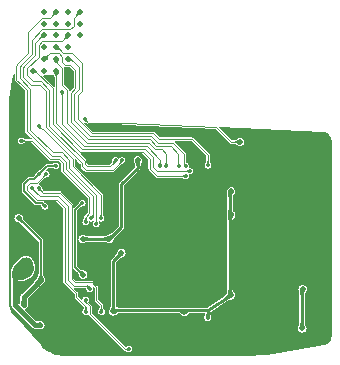
<source format=gbr>
%TF.GenerationSoftware,KiCad,Pcbnew,8.99.0-344-gfbc433deaa*%
%TF.CreationDate,2024-03-16T14:02:09-04:00*%
%TF.ProjectId,fujiflex,66756a69-666c-4657-982e-6b696361645f,rev?*%
%TF.SameCoordinates,Original*%
%TF.FileFunction,Copper,L2,Bot*%
%TF.FilePolarity,Positive*%
%FSLAX46Y46*%
G04 Gerber Fmt 4.6, Leading zero omitted, Abs format (unit mm)*
G04 Created by KiCad (PCBNEW 8.99.0-344-gfbc433deaa) date 2024-03-16 14:02:09*
%MOMM*%
%LPD*%
G01*
G04 APERTURE LIST*
%TA.AperFunction,ViaPad*%
%ADD10C,0.350000*%
%TD*%
%TA.AperFunction,ViaPad*%
%ADD11C,0.508000*%
%TD*%
%TA.AperFunction,ViaPad*%
%ADD12C,0.500000*%
%TD*%
%TA.AperFunction,Conductor*%
%ADD13C,0.127000*%
%TD*%
%TA.AperFunction,Conductor*%
%ADD14C,0.088900*%
%TD*%
%TA.AperFunction,Conductor*%
%ADD15C,0.250000*%
%TD*%
%TA.AperFunction,Conductor*%
%ADD16C,0.400000*%
%TD*%
%TA.AperFunction,Conductor*%
%ADD17C,0.200000*%
%TD*%
G04 APERTURE END LIST*
D10*
%TO.N,CLK*%
X139050000Y-107928700D03*
%TO.N,MISO*%
X137725000Y-107925000D03*
%TO.N,MOSI*%
X138040000Y-105978700D03*
D11*
%TO.N,*%
X136220000Y-82538700D03*
X135220000Y-83538700D03*
X137220000Y-83538700D03*
X134220000Y-83538700D03*
X134220000Y-87538700D03*
D12*
%TO.N,GND*%
X141425000Y-95108700D03*
D10*
X136341534Y-109587605D03*
X138252387Y-103123770D03*
X142244004Y-106310938D03*
X140620780Y-106410938D03*
D11*
X136220000Y-87538700D03*
D12*
X144055762Y-108385809D03*
D10*
X139884004Y-99200938D03*
X158220000Y-106288700D03*
X154954004Y-94310938D03*
D12*
X135588415Y-110562188D03*
X137410000Y-103748700D03*
D10*
X158220000Y-103288700D03*
X134042603Y-100820059D03*
D12*
X146560000Y-95108700D03*
D10*
X135239338Y-102803030D03*
X158220000Y-100288700D03*
X138425000Y-104225000D03*
X156524539Y-108574248D03*
X156741186Y-100033597D03*
X141284004Y-100720938D03*
X137404470Y-109610222D03*
X141404004Y-97600938D03*
D12*
X150700998Y-100325000D03*
D10*
X131503815Y-103555951D03*
X138856590Y-92383431D03*
X141255116Y-92375200D03*
X134445234Y-102482088D03*
X142825000Y-104925000D03*
D12*
X141553790Y-108385809D03*
D10*
X150303887Y-107522401D03*
X158220000Y-99288700D03*
X137186330Y-108955803D03*
X158220000Y-101288700D03*
X139044004Y-104710938D03*
X142925000Y-98125000D03*
X134338611Y-97338061D03*
X157132418Y-110544390D03*
X139824004Y-98190938D03*
X137461146Y-99467250D03*
X145725000Y-104925000D03*
X132825000Y-96225000D03*
X135141658Y-96664083D03*
X134730298Y-88194892D03*
D12*
X150476706Y-105902920D03*
D10*
X135773164Y-108263446D03*
X157094421Y-98126128D03*
X149094004Y-106460938D03*
X134554259Y-104336499D03*
X139897378Y-96716113D03*
D12*
X155880131Y-97842060D03*
X155880131Y-99344052D03*
D10*
X158220000Y-98288700D03*
D12*
X150696622Y-102254043D03*
D10*
X152174004Y-95070938D03*
X142925000Y-102725000D03*
X145725000Y-102725000D03*
X140684004Y-104100938D03*
X156776510Y-103660142D03*
X150536517Y-103986454D03*
X151012841Y-92918627D03*
X148095979Y-96841545D03*
X138341018Y-96510362D03*
X152004299Y-111231592D03*
D12*
X149555205Y-108391926D03*
D10*
X156570939Y-95659709D03*
X157852778Y-96451106D03*
X136395731Y-88731491D03*
X156971306Y-107378845D03*
X139914004Y-100220938D03*
X156611667Y-94264093D03*
X139111651Y-106603688D03*
X139514004Y-107250938D03*
X135543830Y-109216020D03*
X139294004Y-97320938D03*
X157273164Y-96439959D03*
X158220000Y-97288700D03*
X131673263Y-101373338D03*
D12*
X138810000Y-95138700D03*
D10*
X157100000Y-101850000D03*
X143540836Y-110577625D03*
X141284004Y-98940938D03*
D12*
X156104290Y-105301638D03*
D10*
X145709241Y-100225914D03*
X133380229Y-105019771D03*
X133413148Y-103301006D03*
X158220000Y-105288700D03*
X150507974Y-95275642D03*
X139314354Y-110560919D03*
X150804004Y-94350938D03*
X140241539Y-102311025D03*
X131565873Y-91012964D03*
X134149049Y-110382474D03*
X158220000Y-104288700D03*
X131486039Y-102070670D03*
X142925000Y-100425000D03*
X157587120Y-107258097D03*
D12*
X155861962Y-102354094D03*
X155868018Y-100846045D03*
D10*
X135230275Y-103487332D03*
X150491716Y-101253603D03*
X135012748Y-103972234D03*
X158220000Y-102288700D03*
X131983508Y-102878385D03*
X144325000Y-106725000D03*
X138994530Y-103743917D03*
X145595587Y-97952830D03*
X141307860Y-102460706D03*
X156749281Y-96217031D03*
D12*
X147050000Y-108395002D03*
D10*
X131798719Y-89272750D03*
X156582085Y-95146974D03*
X137454004Y-101080938D03*
D12*
X150679850Y-98325000D03*
D10*
X133966968Y-106327142D03*
D12*
X153672734Y-96203330D03*
D10*
X158012832Y-93581172D03*
X151594642Y-108544115D03*
X135184795Y-99002273D03*
X131553618Y-90020307D03*
X158220000Y-107288700D03*
X148025000Y-101925000D03*
X143721920Y-92490754D03*
X143646969Y-111373266D03*
X147225000Y-106525000D03*
X148095979Y-99341937D03*
D12*
X137414067Y-106292086D03*
D10*
X156584913Y-107922210D03*
X133721817Y-100324299D03*
X139694004Y-101000938D03*
X150213951Y-96674958D03*
X155763903Y-96253983D03*
X136882832Y-108225509D03*
X134951497Y-97325438D03*
X134942385Y-102377134D03*
X158037198Y-110188315D03*
X134824731Y-107978916D03*
X148225000Y-104225000D03*
X142849841Y-95955646D03*
D12*
%TO.N,+1V2*%
X137454004Y-101770938D03*
X139725000Y-101767776D03*
X142124967Y-95101682D03*
D10*
%TO.N,+1V8*%
X132786053Y-104692584D03*
D12*
X133888415Y-109062188D03*
D10*
X132368903Y-104968878D03*
X131708058Y-104888756D03*
X133019007Y-104302521D03*
D11*
%TO.N,D2*%
X136220000Y-86538700D03*
D10*
X146196708Y-95616130D03*
D11*
%TO.N,D6*%
X136220000Y-84538700D03*
D10*
X140250038Y-95098688D03*
%TO.N,C*%
X138606281Y-100524248D03*
D11*
X137220000Y-82538700D03*
D10*
%TO.N,54MHz*%
X139025000Y-100025000D03*
D11*
X134220000Y-85538700D03*
D10*
X133726300Y-92225344D03*
D11*
%TO.N,D4*%
X135220000Y-86538700D03*
D10*
X144532824Y-95557683D03*
%TO.N,W*%
X137725000Y-100325000D03*
X132250725Y-93457122D03*
D11*
X134220000Y-82538700D03*
D10*
%TO.N,D*%
X138186831Y-100025000D03*
D11*
X135220000Y-82538700D03*
D10*
%TO.N,D0*%
X146191441Y-96456655D03*
D11*
X133220000Y-87538700D03*
%TO.N,CSEL*%
X135220000Y-85538700D03*
D10*
X148057722Y-95545326D03*
D11*
%TO.N,D5*%
X136220000Y-85538700D03*
D10*
X135725000Y-89325000D03*
X143982824Y-95559578D03*
%TO.N,D7*%
X140800017Y-95103800D03*
D11*
X134220000Y-84538700D03*
D10*
%TO.N,D3*%
X145646706Y-95616652D03*
D11*
X134220000Y-86538700D03*
D10*
%TO.N,D1*%
X146550542Y-96037205D03*
D11*
X135220000Y-87538700D03*
D10*
%TO.N,+3.3V*%
X148044004Y-108460938D03*
D12*
X140050000Y-107908700D03*
X150025000Y-97725000D03*
X150025000Y-106525000D03*
X150044297Y-99763455D03*
X137498358Y-104805066D03*
X133925000Y-105225000D03*
X132488415Y-107362188D03*
X140744004Y-102952007D03*
X132033841Y-99998324D03*
X146060000Y-107942914D03*
D10*
X137425000Y-98725000D03*
D12*
%TO.N,Net-(D1-K)*%
X156061435Y-109352459D03*
X156086023Y-106004723D03*
D10*
%TO.N,MOSI*%
X133202589Y-97443020D03*
%TO.N,CLK*%
X133752456Y-97498758D03*
%TO.N,MISO*%
X134382966Y-96268215D03*
%TO.N,MODE*%
X137633878Y-91633879D03*
D12*
X150794004Y-93570938D03*
D11*
X137220000Y-84538700D03*
%TO.N,SDA*%
X135220000Y-84538700D03*
%TO.N,SCL*%
X136220000Y-83538700D03*
D10*
%TO.N,Net-(U2-VCC)*%
X134254134Y-99012119D03*
X135194004Y-95570938D03*
X133751292Y-96268961D03*
%TO.N,Net-(U1-IO_L10P_2{slash}INIT_B)*%
X137725000Y-106925000D03*
X141396359Y-111087658D03*
%TD*%
D13*
%TO.N,Net-(U2-VCC)*%
X135194004Y-95570938D02*
X134449315Y-95570938D01*
X134449315Y-95570938D02*
X133751292Y-96268961D01*
D14*
%TO.N,CLK*%
X139050000Y-107406934D02*
X139050000Y-107928700D01*
X138219086Y-105458528D02*
X138625000Y-105864442D01*
X136532279Y-105173681D02*
X136817126Y-105458528D01*
X136817126Y-105458528D02*
X138219086Y-105458528D01*
X138625000Y-105864442D02*
X138625000Y-106981934D01*
X136532279Y-98889100D02*
X136532279Y-105173681D01*
X138625000Y-106981934D02*
X139050000Y-107406934D01*
X135504025Y-97860846D02*
X136532279Y-98889100D01*
X134114544Y-97860846D02*
X135504025Y-97860846D01*
X133752456Y-97498758D02*
X134114544Y-97860846D01*
%TO.N,Net-(U1-IO_L10P_2{slash}INIT_B)*%
X138074004Y-108103120D02*
X141058542Y-111087658D01*
X141058542Y-111087658D02*
X141396359Y-111087658D01*
X138074004Y-107490938D02*
X138074004Y-108103120D01*
X137725000Y-107141934D02*
X138074004Y-107490938D01*
X137725000Y-106925000D02*
X137725000Y-107141934D01*
D15*
%TO.N,+1V2*%
X139636263Y-101770938D02*
X139639425Y-101767776D01*
X142125000Y-95221939D02*
X142125000Y-95770113D01*
X142124967Y-95101682D02*
X142124967Y-95221906D01*
X142124967Y-95221906D02*
X142125000Y-95221939D01*
X139639425Y-101767776D02*
X139725000Y-101767776D01*
X140744004Y-97151109D02*
X140744004Y-100748772D01*
X140744004Y-100748772D02*
X139725000Y-101767776D01*
X142125000Y-95770113D02*
X140744004Y-97151109D01*
X137454004Y-101770938D02*
X139636263Y-101770938D01*
D16*
%TO.N,+1V8*%
X131708058Y-104888756D02*
X131708058Y-107343951D01*
X133426295Y-109062188D02*
X133888415Y-109062188D01*
X131708058Y-107343951D02*
X133426295Y-109062188D01*
D14*
%TO.N,D2*%
X146047785Y-94547785D02*
X145113900Y-93613900D01*
X136438700Y-86538700D02*
X136220000Y-86538700D01*
X137120773Y-89120661D02*
X137120773Y-87220773D01*
X136736100Y-91744666D02*
X136736100Y-89505334D01*
X143809617Y-93613900D02*
X143282386Y-93086669D01*
X143282386Y-93086669D02*
X138078103Y-93086669D01*
X137120773Y-87220773D02*
X136438700Y-86538700D01*
X145113900Y-93613900D02*
X143809617Y-93613900D01*
X146196708Y-95616130D02*
X146047785Y-95467207D01*
X146047785Y-95467207D02*
X146047785Y-94547785D01*
X136736100Y-89505334D02*
X137120773Y-89120661D01*
X138078103Y-93086669D02*
X136736100Y-91744666D01*
%TO.N,D6*%
X132721550Y-87921550D02*
X133225000Y-88425000D01*
X132721550Y-87425000D02*
X132721550Y-87921550D01*
X138243542Y-95636271D02*
X138243841Y-95635972D01*
X134642200Y-92179098D02*
X137625000Y-95161898D01*
X135721550Y-85037150D02*
X134016635Y-85037150D01*
X137833926Y-95636271D02*
X138243542Y-95636271D01*
X133225000Y-88425000D02*
X133933566Y-88425000D01*
X134642200Y-89133634D02*
X134642200Y-92179098D01*
X137625000Y-95161898D02*
X137625000Y-95427345D01*
X137625000Y-95427345D02*
X137833926Y-95636271D01*
X133721550Y-86328450D02*
X132775000Y-87275000D01*
X132775000Y-87275000D02*
X132721550Y-87425000D01*
X134016635Y-85037150D02*
X133721550Y-85332235D01*
X138243841Y-95635972D02*
X139769318Y-95635972D01*
X133933566Y-88425000D02*
X134642200Y-89133634D01*
X136220000Y-84538700D02*
X135721550Y-85037150D01*
X140250038Y-95155252D02*
X140250038Y-95098688D01*
X139769318Y-95635972D02*
X140250038Y-95155252D01*
X133721550Y-85332235D02*
X133721550Y-86328450D01*
%TO.N,C*%
X133143750Y-86089118D02*
X132218113Y-87014755D01*
X134012850Y-84037150D02*
X133143750Y-84906250D01*
X136718450Y-83745165D02*
X136426465Y-84037150D01*
X132143750Y-88160882D02*
X133025000Y-89042132D01*
X136718450Y-83040250D02*
X136718450Y-83745165D01*
X132207970Y-87040722D02*
X132143750Y-87225000D01*
X133025000Y-92525000D02*
X134942178Y-94442178D01*
X135678932Y-94442178D02*
X136336100Y-95099346D01*
X138606281Y-98014847D02*
X138606281Y-100524248D01*
X136336100Y-95099346D02*
X136336100Y-95744666D01*
X132143750Y-87225000D02*
X132143750Y-88160882D01*
X137220000Y-82538700D02*
X136718450Y-83040250D01*
X134942178Y-94442178D02*
X135678932Y-94442178D01*
X136336100Y-95744666D02*
X138606281Y-98014847D01*
X132218113Y-87014755D02*
X132207970Y-87040722D01*
X133143750Y-84906250D02*
X133143750Y-86089118D01*
X136426465Y-84037150D02*
X134012850Y-84037150D01*
X133025000Y-89042132D02*
X133025000Y-92525000D01*
%TO.N,54MHz*%
X139025000Y-100025000D02*
X139025000Y-98025000D01*
X136625000Y-94979680D02*
X134137663Y-92492343D01*
X136625000Y-95625000D02*
X136625000Y-94979680D01*
X133993299Y-92492343D02*
X133726300Y-92225344D01*
X139025000Y-98025000D02*
X136625000Y-95625000D01*
X134137663Y-92492343D02*
X133993299Y-92492343D01*
%TO.N,D4*%
X136158300Y-89158300D02*
X135721550Y-88721550D01*
X135721550Y-87321550D02*
X135220000Y-86820000D01*
X143035006Y-93615478D02*
X137789780Y-93615478D01*
X144550052Y-94557754D02*
X144183998Y-94191700D01*
X144550052Y-95540455D02*
X144550052Y-94557754D01*
X143611228Y-94191700D02*
X143035006Y-93615478D01*
X136158300Y-91983998D02*
X136158300Y-89158300D01*
X144532824Y-95557683D02*
X144550052Y-95540455D01*
X135220000Y-86820000D02*
X135220000Y-86538700D01*
X137789780Y-93615478D02*
X136158300Y-91983998D01*
X144183998Y-94191700D02*
X143611228Y-94191700D01*
X135721550Y-88721550D02*
X135721550Y-87321550D01*
%TO.N,W*%
X138025000Y-98250698D02*
X138025000Y-99593639D01*
X135758300Y-95983998D02*
X138025000Y-98250698D01*
X135758300Y-95338678D02*
X135758300Y-95983998D01*
X134702846Y-95019978D02*
X135439600Y-95019978D01*
X137725000Y-99893639D02*
X137725000Y-100325000D01*
X133139990Y-93457122D02*
X134702846Y-95019978D01*
X138025000Y-99593639D02*
X137725000Y-99893639D01*
X132250725Y-93457122D02*
X133139990Y-93457122D01*
X135439600Y-95019978D02*
X135758300Y-95338678D01*
%TO.N,D*%
X136047200Y-95864332D02*
X138325000Y-98142132D01*
X132825000Y-85525000D02*
X132825000Y-85999302D01*
X132825000Y-85999302D02*
X132312151Y-86512151D01*
X132736100Y-89161798D02*
X132736100Y-90125000D01*
X133325000Y-83725000D02*
X132825000Y-84225000D01*
X134009750Y-83040250D02*
X133325000Y-83725000D01*
X131971035Y-86853267D02*
X131852704Y-87156194D01*
X134822512Y-94731078D02*
X135559266Y-94731078D01*
X132736100Y-90125000D02*
X132736100Y-92644666D01*
X134125000Y-83040250D02*
X134009750Y-83040250D01*
X134718450Y-83040250D02*
X134125000Y-83040250D01*
X132736100Y-92644666D02*
X133220717Y-93129283D01*
X135220000Y-82538700D02*
X134718450Y-83040250D01*
X132825000Y-84225000D02*
X132825000Y-85525000D01*
X132312151Y-86512151D02*
X131971035Y-86853267D01*
X136047200Y-95219012D02*
X136047200Y-95864332D01*
X135559266Y-94731078D02*
X136047200Y-95219012D01*
X131852704Y-88278402D02*
X132262151Y-88687849D01*
X133220717Y-93129283D02*
X133270717Y-93179283D01*
X138325000Y-98142132D02*
X138325000Y-99886831D01*
X132262151Y-88687849D02*
X132736100Y-89161798D01*
X131852704Y-87156194D02*
X131852704Y-88278402D01*
X133220717Y-93129283D02*
X134822512Y-94731078D01*
X138325000Y-99886831D02*
X138186831Y-100025000D01*
%TO.N,D0*%
X133455832Y-87538700D02*
X133220000Y-87538700D01*
X134931100Y-89013968D02*
X133455832Y-87538700D01*
X143790131Y-96456655D02*
X143174291Y-95840815D01*
X142592908Y-94392908D02*
X137264576Y-94392908D01*
X146191441Y-96456655D02*
X143790131Y-96456655D01*
X137264576Y-94392908D02*
X134931100Y-92059432D01*
X134931100Y-92059432D02*
X134931100Y-89013968D01*
X143174291Y-95840815D02*
X143174291Y-94974291D01*
X143174291Y-94974291D02*
X142592908Y-94392908D01*
%TO.N,CSEL*%
X148053384Y-94653384D02*
X148053384Y-95540988D01*
X137409673Y-89240327D02*
X137025000Y-89625000D01*
X135831931Y-86037150D02*
X136537150Y-86037150D01*
X135333481Y-85538700D02*
X135831931Y-86037150D01*
X138225000Y-92825000D02*
X143425000Y-92825000D01*
X135220000Y-85538700D02*
X135333481Y-85538700D01*
X137025000Y-91625000D02*
X138225000Y-92825000D01*
X136537150Y-86037150D02*
X137409673Y-86909673D01*
X148053384Y-95540988D02*
X148057722Y-95545326D01*
X143425000Y-92825000D02*
X143925000Y-93325000D01*
X146725000Y-93325000D02*
X148053384Y-94653384D01*
X137409673Y-86909673D02*
X137409673Y-89240327D01*
X143925000Y-93325000D02*
X146725000Y-93325000D01*
X137025000Y-89625000D02*
X137025000Y-91625000D01*
%TO.N,D5*%
X135725000Y-89325000D02*
X135725000Y-92036200D01*
X137560790Y-93871990D02*
X142865313Y-93871990D01*
X144044450Y-95051127D02*
X144044450Y-95497952D01*
X142865313Y-93871990D02*
X144044450Y-95051127D01*
X135725000Y-92036200D02*
X137560790Y-93871990D01*
X144044450Y-95497952D02*
X143982824Y-95559578D01*
%TO.N,D7*%
X137425000Y-95635911D02*
X137425000Y-95370464D01*
X133105334Y-88713900D02*
X132432650Y-88041216D01*
X133432650Y-85212569D02*
X134106519Y-84538700D01*
X137714260Y-95925171D02*
X137425000Y-95635911D01*
X140800017Y-95103800D02*
X140800017Y-95141901D01*
X140800017Y-95141901D02*
X140017046Y-95924872D01*
X140017046Y-95924872D02*
X139016875Y-95924872D01*
X132432650Y-88041216D02*
X132432650Y-87325000D01*
X134353300Y-92298764D02*
X134353300Y-89253300D01*
X134353300Y-89253300D02*
X133813900Y-88713900D01*
X133432650Y-86208784D02*
X133432650Y-85212569D01*
X133813900Y-88713900D02*
X133105334Y-88713900D01*
X132520717Y-87120717D02*
X133432650Y-86208784D01*
X132432650Y-87325000D02*
X132520717Y-87120717D01*
X139016875Y-95924872D02*
X139016576Y-95925171D01*
X134106519Y-84538700D02*
X134220000Y-84538700D01*
X139016576Y-95925171D02*
X137714260Y-95925171D01*
X137425000Y-95370464D02*
X134353300Y-92298764D01*
%TO.N,D3*%
X144902800Y-93902800D02*
X143701176Y-93902800D01*
X143145503Y-93347127D02*
X137929995Y-93347127D01*
X134721550Y-86037150D02*
X134220000Y-86538700D01*
X135940250Y-87040250D02*
X135721550Y-86821550D01*
X145555248Y-94555248D02*
X144902800Y-93902800D01*
X135721550Y-86821550D02*
X135721550Y-86335335D01*
X136831873Y-89000995D02*
X136831873Y-87445658D01*
X136831873Y-87445658D02*
X136426465Y-87040250D01*
X135423365Y-86037150D02*
X134721550Y-86037150D01*
X136447200Y-89385668D02*
X136831873Y-89000995D01*
X145646706Y-95616652D02*
X145555248Y-95525194D01*
X143701176Y-93902800D02*
X143145503Y-93347127D01*
X135721550Y-86335335D02*
X135423365Y-86037150D01*
X137929995Y-93347127D02*
X136447200Y-91864332D01*
X136447200Y-91864332D02*
X136447200Y-89385668D01*
X145555248Y-95525194D02*
X145555248Y-94555248D01*
X136426465Y-87040250D02*
X135940250Y-87040250D01*
%TO.N,D1*%
X146550542Y-96037205D02*
X143779247Y-96037205D01*
X137412683Y-94132449D02*
X135220000Y-91939766D01*
X142732449Y-94132449D02*
X137412683Y-94132449D01*
X135220000Y-91939766D02*
X135220000Y-87538700D01*
X143779247Y-96037205D02*
X143425000Y-95682958D01*
X143425000Y-94825000D02*
X142732449Y-94132449D01*
X143425000Y-95682958D02*
X143425000Y-94825000D01*
D15*
%TO.N,+3.3V*%
X140744004Y-102952007D02*
X140050000Y-103646011D01*
D13*
X137425000Y-98725000D02*
X136840229Y-99309771D01*
D15*
X150044297Y-99763455D02*
X149925000Y-99644158D01*
D16*
X132488415Y-106661585D02*
X133925000Y-105225000D01*
D17*
X132033841Y-99998324D02*
X132033841Y-100015779D01*
X132033841Y-100015779D02*
X133925000Y-101906938D01*
D15*
X140050000Y-103646011D02*
X140050000Y-107908700D01*
X149901706Y-99906046D02*
X150044297Y-99763455D01*
X145927895Y-107810809D02*
X146060000Y-107942914D01*
X140744004Y-102952007D02*
X140299078Y-103396933D01*
X140050000Y-107908700D02*
X140147891Y-107810809D01*
X148044004Y-107816986D02*
X148044004Y-108460938D01*
X148044004Y-107816986D02*
X150025000Y-106525000D01*
X148044004Y-107816986D02*
X146185928Y-107816986D01*
D17*
X133925000Y-101906938D02*
X133925000Y-105225000D01*
D15*
X149901706Y-106401706D02*
X149901706Y-99906046D01*
D13*
X136840229Y-104146937D02*
X137498358Y-104805066D01*
X136840229Y-99309771D02*
X136840229Y-104146937D01*
D15*
X149925000Y-97825000D02*
X150025000Y-97725000D01*
X149925000Y-99644158D02*
X149925000Y-97825000D01*
X140299078Y-103396933D02*
X140296933Y-103396933D01*
X146185928Y-107816986D02*
X146060000Y-107942914D01*
X140147891Y-107810809D02*
X145927895Y-107810809D01*
X150025000Y-106525000D02*
X149901706Y-106401706D01*
D16*
X132488415Y-107362188D02*
X132488415Y-106661585D01*
D15*
%TO.N,Net-(D1-K)*%
X156024539Y-106066207D02*
X156086023Y-106004723D01*
X156061435Y-109352459D02*
X156024539Y-109315563D01*
X156024539Y-109315563D02*
X156024539Y-106066207D01*
D14*
%TO.N,MOSI*%
X136243379Y-99008766D02*
X135384359Y-98149746D01*
X133202589Y-97542083D02*
X133202589Y-97443020D01*
X136243379Y-105293347D02*
X136243379Y-99008766D01*
X133810252Y-98149746D02*
X133202589Y-97542083D01*
X138040000Y-105978700D02*
X137808728Y-105747428D01*
X137808728Y-105747428D02*
X136697460Y-105747428D01*
X135384359Y-98149746D02*
X133810252Y-98149746D01*
X136697460Y-105747428D02*
X136243379Y-105293347D01*
%TO.N,MISO*%
X136919617Y-106712809D02*
X136919617Y-106378151D01*
X137725000Y-107518192D02*
X136919617Y-106712809D01*
X135954479Y-105413013D02*
X135954479Y-99128432D01*
X136919617Y-106378151D02*
X135954479Y-105413013D01*
X137725000Y-107925000D02*
X137725000Y-107518192D01*
X133425000Y-97025000D02*
X133626181Y-97025000D01*
X133605023Y-98438646D02*
X132783139Y-97616762D01*
X133626181Y-97025000D02*
X134382966Y-96268215D01*
X133423570Y-97023570D02*
X133425000Y-97025000D01*
X132783139Y-97616762D02*
X132783139Y-97269278D01*
X132783139Y-97269278D02*
X133028847Y-97023570D01*
X135264693Y-98438646D02*
X133605023Y-98438646D01*
X133028847Y-97023570D02*
X133423570Y-97023570D01*
X135954479Y-99128432D02*
X135264693Y-98438646D01*
%TO.N,MODE*%
X148789528Y-92308228D02*
X141030398Y-91944763D01*
X150794004Y-93570938D02*
X150052238Y-93570938D01*
X140598390Y-91934650D02*
X137934649Y-91934650D01*
X150052238Y-93570938D02*
X148789528Y-92308228D01*
X137934649Y-91934650D02*
X137633878Y-91633879D01*
X141030398Y-91944763D02*
X140598390Y-91934650D01*
D13*
%TO.N,Net-(U2-VCC)*%
X132475189Y-97141720D02*
X132475189Y-97744320D01*
X133477466Y-98746596D02*
X133988611Y-98746596D01*
X133304633Y-96715620D02*
X132901289Y-96715620D01*
X132475189Y-97744320D02*
X133477466Y-98746596D01*
X133751292Y-96268961D02*
X133304633Y-96715620D01*
X132901289Y-96715620D02*
X132475189Y-97141720D01*
X133988611Y-98746596D02*
X134254134Y-99012119D01*
%TD*%
%TA.AperFunction,Conductor*%
%TO.N,GND*%
G36*
X131701752Y-87787862D02*
G01*
X131707754Y-87811360D01*
X131707754Y-88245613D01*
X131707753Y-88245627D01*
X131707753Y-88307235D01*
X131718787Y-88333872D01*
X131729821Y-88360510D01*
X131770596Y-88401285D01*
X131770597Y-88401285D01*
X131777488Y-88408176D01*
X131777487Y-88408176D01*
X131777489Y-88408177D01*
X132576798Y-89207486D01*
X132591150Y-89242134D01*
X132591150Y-92611877D01*
X132591149Y-92611891D01*
X132591149Y-92673499D01*
X132595640Y-92684340D01*
X132602183Y-92700136D01*
X132613217Y-92726774D01*
X132653992Y-92767549D01*
X132653993Y-92767549D01*
X132660884Y-92774440D01*
X132660883Y-92774440D01*
X132660885Y-92774441D01*
X133114968Y-93228524D01*
X133129320Y-93263172D01*
X133114968Y-93297820D01*
X133080320Y-93312172D01*
X132623271Y-93312172D01*
X132610826Y-93310565D01*
X132601333Y-93308072D01*
X132596104Y-93306699D01*
X132596102Y-93306698D01*
X132596099Y-93306698D01*
X132563314Y-93304713D01*
X132555358Y-93303571D01*
X132540736Y-93300229D01*
X132531617Y-93297177D01*
X132523237Y-93293422D01*
X132516826Y-93289955D01*
X132499706Y-93278975D01*
X132498173Y-93277948D01*
X132469521Y-93257974D01*
X132469519Y-93257972D01*
X132469498Y-93257958D01*
X132466875Y-93256188D01*
X132466318Y-93255824D01*
X132463766Y-93254207D01*
X132425577Y-93230783D01*
X132420826Y-93228036D01*
X132419756Y-93227454D01*
X132419740Y-93227446D01*
X132419733Y-93227442D01*
X132414853Y-93224951D01*
X132374269Y-93205552D01*
X132374204Y-93205522D01*
X132371890Y-93204450D01*
X132371390Y-93204226D01*
X132371387Y-93204225D01*
X132371338Y-93204209D01*
X132371177Y-93204130D01*
X132369056Y-93203180D01*
X132369086Y-93203112D01*
X132359402Y-93198397D01*
X132358220Y-93197607D01*
X132358219Y-93197606D01*
X132358218Y-93197606D01*
X132250728Y-93176225D01*
X132250722Y-93176225D01*
X132143232Y-93197605D01*
X132052100Y-93258497D01*
X131991208Y-93349629D01*
X131969828Y-93457119D01*
X131969828Y-93457124D01*
X131991208Y-93564614D01*
X132052100Y-93655746D01*
X132097657Y-93686186D01*
X132143230Y-93716637D01*
X132143232Y-93716638D01*
X132250722Y-93738019D01*
X132250723Y-93738019D01*
X132250723Y-93738018D01*
X132250725Y-93738019D01*
X132358220Y-93716637D01*
X132360562Y-93715072D01*
X132372150Y-93709907D01*
X132372007Y-93709511D01*
X132374263Y-93708693D01*
X132374265Y-93708691D01*
X132374269Y-93708691D01*
X132414845Y-93689295D01*
X132419785Y-93686772D01*
X132420856Y-93686189D01*
X132425578Y-93683458D01*
X132463758Y-93660039D01*
X132466298Y-93658431D01*
X132466872Y-93658056D01*
X132469507Y-93656277D01*
X132498198Y-93636272D01*
X132499718Y-93635256D01*
X132516837Y-93624276D01*
X132523242Y-93620814D01*
X132531610Y-93617065D01*
X132540718Y-93614015D01*
X132555358Y-93610668D01*
X132563310Y-93609527D01*
X132596101Y-93607545D01*
X132612526Y-93603496D01*
X132624254Y-93602072D01*
X133059654Y-93602072D01*
X133094302Y-93616424D01*
X134577167Y-95099289D01*
X134577170Y-95099293D01*
X134577171Y-95099293D01*
X134579962Y-95102084D01*
X134579963Y-95102086D01*
X134620738Y-95142861D01*
X134674014Y-95164928D01*
X134731678Y-95164928D01*
X135359264Y-95164928D01*
X135393912Y-95179280D01*
X135598998Y-95384366D01*
X135613350Y-95419014D01*
X135613350Y-95951209D01*
X135613349Y-95951223D01*
X135613349Y-95955166D01*
X135613349Y-96012830D01*
X135622327Y-96034504D01*
X135635417Y-96066106D01*
X135676192Y-96106881D01*
X135676193Y-96106881D01*
X135683084Y-96113772D01*
X135683083Y-96113772D01*
X135683085Y-96113773D01*
X137865698Y-98296386D01*
X137880050Y-98331034D01*
X137880050Y-99513302D01*
X137865698Y-99547950D01*
X137602119Y-99811528D01*
X137602114Y-99811536D01*
X137593833Y-99831530D01*
X137593833Y-99831532D01*
X137580049Y-99864807D01*
X137580049Y-99928171D01*
X137580050Y-99928180D01*
X137580050Y-99952457D01*
X137578443Y-99964902D01*
X137574578Y-99979620D01*
X137574577Y-99979624D01*
X137572593Y-100012402D01*
X137571451Y-100020362D01*
X137568107Y-100034989D01*
X137565057Y-100044101D01*
X137561305Y-100052476D01*
X137557832Y-100058898D01*
X137546869Y-100075990D01*
X137545821Y-100077556D01*
X137525826Y-100106238D01*
X137524027Y-100108903D01*
X137523734Y-100109350D01*
X137522089Y-100111947D01*
X137498665Y-100150140D01*
X137498656Y-100150155D01*
X137496855Y-100153267D01*
X137495926Y-100154874D01*
X137495369Y-100155897D01*
X137492814Y-100160899D01*
X137473428Y-100201459D01*
X137472328Y-100203832D01*
X137472105Y-100204330D01*
X137472088Y-100204384D01*
X137472007Y-100204548D01*
X137471063Y-100206657D01*
X137470995Y-100206626D01*
X137466278Y-100216317D01*
X137465485Y-100217503D01*
X137465484Y-100217505D01*
X137444103Y-100324997D01*
X137444103Y-100325002D01*
X137465483Y-100432492D01*
X137526375Y-100523624D01*
X137586991Y-100564126D01*
X137617505Y-100584515D01*
X137617507Y-100584516D01*
X137724997Y-100605897D01*
X137725000Y-100605897D01*
X137725003Y-100605897D01*
X137832492Y-100584516D01*
X137832492Y-100584515D01*
X137832495Y-100584515D01*
X137923624Y-100523624D01*
X137984515Y-100432495D01*
X137985393Y-100428082D01*
X138006839Y-100320267D01*
X138008589Y-100320615D01*
X138020249Y-100292468D01*
X138054897Y-100278116D01*
X138074322Y-100284013D01*
X138074879Y-100282669D01*
X138079334Y-100284513D01*
X138079336Y-100284515D01*
X138106209Y-100289860D01*
X138186828Y-100305897D01*
X138186831Y-100305897D01*
X138186834Y-100305897D01*
X138294323Y-100284516D01*
X138294323Y-100284515D01*
X138294326Y-100284515D01*
X138320955Y-100266721D01*
X138357736Y-100259405D01*
X138388919Y-100280241D01*
X138396236Y-100317023D01*
X138389947Y-100333082D01*
X138379946Y-100349388D01*
X138377207Y-100354122D01*
X138376650Y-100355145D01*
X138374095Y-100360147D01*
X138354709Y-100400707D01*
X138353609Y-100403080D01*
X138353386Y-100403578D01*
X138353369Y-100403632D01*
X138353288Y-100403796D01*
X138352344Y-100405905D01*
X138352276Y-100405874D01*
X138347559Y-100415565D01*
X138346766Y-100416751D01*
X138346765Y-100416753D01*
X138325384Y-100524245D01*
X138325384Y-100524250D01*
X138346764Y-100631740D01*
X138407656Y-100722872D01*
X138468272Y-100763374D01*
X138498786Y-100783763D01*
X138498788Y-100783764D01*
X138606278Y-100805145D01*
X138606281Y-100805145D01*
X138606284Y-100805145D01*
X138713773Y-100783764D01*
X138713773Y-100783763D01*
X138713776Y-100783763D01*
X138804905Y-100722872D01*
X138865796Y-100631743D01*
X138875191Y-100584515D01*
X138887178Y-100524250D01*
X138887053Y-100523624D01*
X138865796Y-100416753D01*
X138864229Y-100414409D01*
X138859066Y-100402821D01*
X138858670Y-100402965D01*
X138857851Y-100400705D01*
X138846823Y-100377634D01*
X138838455Y-100360127D01*
X138836414Y-100356130D01*
X138835931Y-100355184D01*
X138835345Y-100354109D01*
X138832627Y-100349408D01*
X138823120Y-100333909D01*
X138817238Y-100296870D01*
X138839269Y-100266520D01*
X138876308Y-100260638D01*
X138892108Y-100267545D01*
X138917505Y-100284515D01*
X138917507Y-100284516D01*
X139024997Y-100305897D01*
X139025000Y-100305897D01*
X139025003Y-100305897D01*
X139132492Y-100284516D01*
X139132492Y-100284515D01*
X139132495Y-100284515D01*
X139223624Y-100223624D01*
X139284515Y-100132495D01*
X139284997Y-100130076D01*
X139305897Y-100025002D01*
X139305879Y-100024914D01*
X139284515Y-99917505D01*
X139282948Y-99915161D01*
X139277785Y-99903573D01*
X139277389Y-99903717D01*
X139276570Y-99901457D01*
X139263023Y-99873116D01*
X139257174Y-99860879D01*
X139257170Y-99860871D01*
X139254650Y-99855936D01*
X139254064Y-99854861D01*
X139251329Y-99850132D01*
X139227925Y-99811977D01*
X139227641Y-99811528D01*
X139226309Y-99809424D01*
X139225934Y-99808850D01*
X139225927Y-99808840D01*
X139225909Y-99808812D01*
X139225044Y-99807532D01*
X139224155Y-99806215D01*
X139204150Y-99777522D01*
X139203125Y-99775989D01*
X139192164Y-99758898D01*
X139188692Y-99752478D01*
X139184942Y-99744107D01*
X139181892Y-99734995D01*
X139178548Y-99720368D01*
X139177405Y-99712407D01*
X139177334Y-99711227D01*
X139175422Y-99679622D01*
X139171373Y-99663199D01*
X139169950Y-99651472D01*
X139169950Y-98059542D01*
X139169951Y-98059533D01*
X139169951Y-97996170D01*
X139169950Y-97996166D01*
X139165745Y-97986015D01*
X139147883Y-97942892D01*
X139147881Y-97942890D01*
X139147881Y-97942889D01*
X136784302Y-95579310D01*
X136769950Y-95544662D01*
X136769950Y-95038700D01*
X136784302Y-95004052D01*
X136818950Y-94989700D01*
X136853596Y-95004051D01*
X137014474Y-95164928D01*
X137265698Y-95416152D01*
X137280050Y-95450800D01*
X137280050Y-95603122D01*
X137280049Y-95603136D01*
X137280049Y-95664744D01*
X137285718Y-95678431D01*
X137285720Y-95678433D01*
X137302117Y-95718019D01*
X137342892Y-95758794D01*
X137342893Y-95758794D01*
X137349784Y-95765685D01*
X137349783Y-95765685D01*
X137349785Y-95765686D01*
X137588581Y-96004482D01*
X137588584Y-96004486D01*
X137588585Y-96004486D01*
X137591376Y-96007277D01*
X137591377Y-96007279D01*
X137632152Y-96048054D01*
X137669823Y-96063657D01*
X137685427Y-96070121D01*
X137685428Y-96070121D01*
X138982035Y-96070121D01*
X138982043Y-96070122D01*
X138987744Y-96070122D01*
X139048699Y-96070122D01*
X139051744Y-96069822D01*
X139982505Y-96069822D01*
X139982513Y-96069823D01*
X139988214Y-96069823D01*
X140045877Y-96069823D01*
X140045878Y-96069823D01*
X140072516Y-96058788D01*
X140099154Y-96047755D01*
X140139929Y-96006980D01*
X140139929Y-96006979D01*
X140146818Y-96000090D01*
X140146820Y-96000087D01*
X140663056Y-95483850D01*
X140672042Y-95476757D01*
X140686767Y-95467710D01*
X140703173Y-95452508D01*
X140712189Y-95444154D01*
X140716268Y-95440765D01*
X140733892Y-95427675D01*
X140739822Y-95423902D01*
X140751133Y-95417802D01*
X140757018Y-95415115D01*
X140773214Y-95408984D01*
X140776144Y-95407980D01*
X140805479Y-95398963D01*
X140806623Y-95398605D01*
X140847379Y-95385567D01*
X140848865Y-95385069D01*
X140850046Y-95384674D01*
X140850063Y-95384667D01*
X140850078Y-95384663D01*
X140850661Y-95384459D01*
X140853217Y-95383527D01*
X140893169Y-95368380D01*
X140894390Y-95367909D01*
X140894433Y-95367891D01*
X140894467Y-95367879D01*
X140896980Y-95366891D01*
X140897017Y-95366985D01*
X140907474Y-95363330D01*
X140907509Y-95363315D01*
X140907512Y-95363315D01*
X140998641Y-95302424D01*
X141059532Y-95211295D01*
X141060197Y-95207955D01*
X141080914Y-95103802D01*
X141080914Y-95103797D01*
X141059533Y-94996307D01*
X141055118Y-94989700D01*
X141014054Y-94928243D01*
X140998641Y-94905175D01*
X140907509Y-94844283D01*
X140800020Y-94822903D01*
X140800014Y-94822903D01*
X140692524Y-94844283D01*
X140601392Y-94905175D01*
X140567477Y-94955933D01*
X140536294Y-94976769D01*
X140499512Y-94969452D01*
X140485993Y-94955933D01*
X140448662Y-94900063D01*
X140357530Y-94839171D01*
X140250041Y-94817791D01*
X140250035Y-94817791D01*
X140142545Y-94839171D01*
X140051413Y-94900063D01*
X139990522Y-94991193D01*
X139989152Y-94998079D01*
X139984753Y-95010224D01*
X139984790Y-95010240D01*
X139984501Y-95010920D01*
X139984133Y-95011939D01*
X139983851Y-95012456D01*
X139970145Y-95056386D01*
X139967663Y-95065867D01*
X139967211Y-95067995D01*
X139965622Y-95077648D01*
X139960225Y-95123702D01*
X139959657Y-95130383D01*
X139959577Y-95131885D01*
X139959434Y-95138634D01*
X139959726Y-95164928D01*
X139959886Y-95179372D01*
X139960038Y-95194409D01*
X139960139Y-95204407D01*
X139959553Y-95212467D01*
X139959029Y-95215820D01*
X139955111Y-95228778D01*
X139954295Y-95230547D01*
X139947611Y-95241191D01*
X139930376Y-95262098D01*
X139923333Y-95274484D01*
X139915387Y-95284910D01*
X139723629Y-95476670D01*
X139688982Y-95491022D01*
X138278382Y-95491022D01*
X138278374Y-95491021D01*
X138272673Y-95491021D01*
X138215009Y-95491021D01*
X138211718Y-95491021D01*
X138208673Y-95491321D01*
X137914262Y-95491321D01*
X137879614Y-95476969D01*
X137784302Y-95381657D01*
X137769950Y-95347009D01*
X137769950Y-95133065D01*
X137760879Y-95111167D01*
X137747883Y-95079790D01*
X137707108Y-95039015D01*
X137707106Y-95039014D01*
X137704315Y-95036223D01*
X137704315Y-95036222D01*
X137704311Y-95036219D01*
X137289598Y-94621506D01*
X137275246Y-94586858D01*
X137289598Y-94552210D01*
X137324246Y-94537858D01*
X142512572Y-94537858D01*
X142547220Y-94552210D01*
X143014989Y-95019979D01*
X143029341Y-95054627D01*
X143029341Y-95808026D01*
X143029340Y-95808040D01*
X143029340Y-95869649D01*
X143036436Y-95886780D01*
X143036438Y-95886782D01*
X143051408Y-95922923D01*
X143092183Y-95963698D01*
X143092184Y-95963698D01*
X143099075Y-95970589D01*
X143099074Y-95970589D01*
X143099076Y-95970590D01*
X143664452Y-96535966D01*
X143664455Y-96535970D01*
X143664456Y-96535970D01*
X143667247Y-96538761D01*
X143667248Y-96538763D01*
X143708023Y-96579538D01*
X143761299Y-96601605D01*
X145818898Y-96601605D01*
X145831343Y-96603211D01*
X145846065Y-96607078D01*
X145878857Y-96609060D01*
X145886810Y-96610202D01*
X145901360Y-96613528D01*
X145901428Y-96613544D01*
X145910540Y-96616594D01*
X145918920Y-96620348D01*
X145925341Y-96623820D01*
X145942419Y-96634773D01*
X145943990Y-96635824D01*
X145972661Y-96655814D01*
X145975253Y-96657564D01*
X145975281Y-96657582D01*
X145975291Y-96657589D01*
X145975865Y-96657964D01*
X145978405Y-96659572D01*
X145978418Y-96659580D01*
X146016573Y-96682984D01*
X146016583Y-96682989D01*
X146016585Y-96682991D01*
X146021307Y-96685722D01*
X146021665Y-96685917D01*
X146022377Y-96686305D01*
X146027314Y-96688826D01*
X146067887Y-96708220D01*
X146070160Y-96709274D01*
X146070441Y-96709400D01*
X146070677Y-96709506D01*
X146070682Y-96709507D01*
X146070821Y-96709553D01*
X146071282Y-96709777D01*
X146073004Y-96710551D01*
X146072979Y-96710605D01*
X146082730Y-96715358D01*
X146083943Y-96716169D01*
X146083948Y-96716171D01*
X146191438Y-96737552D01*
X146191441Y-96737552D01*
X146191444Y-96737552D01*
X146298933Y-96716171D01*
X146298933Y-96716170D01*
X146298936Y-96716170D01*
X146390065Y-96655279D01*
X146450956Y-96564150D01*
X146451154Y-96563159D01*
X146472338Y-96456657D01*
X146472338Y-96456652D01*
X146454728Y-96368121D01*
X146462044Y-96331339D01*
X146493227Y-96310504D01*
X146512344Y-96310504D01*
X146537265Y-96315461D01*
X146550541Y-96318102D01*
X146550542Y-96318102D01*
X146550545Y-96318102D01*
X146658034Y-96296721D01*
X146658034Y-96296720D01*
X146658037Y-96296720D01*
X146749166Y-96235829D01*
X146810057Y-96144700D01*
X146824892Y-96070122D01*
X146831439Y-96037207D01*
X146831439Y-96037202D01*
X146810058Y-95929712D01*
X146803436Y-95919802D01*
X146779512Y-95883997D01*
X146749166Y-95838580D01*
X146658034Y-95777688D01*
X146550545Y-95756308D01*
X146550544Y-95756308D01*
X146550542Y-95756308D01*
X146517492Y-95762882D01*
X146480710Y-95755565D01*
X146459874Y-95724382D01*
X146459875Y-95705263D01*
X146460142Y-95703924D01*
X146477605Y-95616130D01*
X146477605Y-95616127D01*
X146456224Y-95508637D01*
X146449433Y-95498474D01*
X146434619Y-95476303D01*
X146395334Y-95417508D01*
X146395331Y-95417505D01*
X146384224Y-95410083D01*
X146374927Y-95402009D01*
X146373129Y-95399999D01*
X146373128Y-95399998D01*
X146373127Y-95399997D01*
X146341081Y-95375902D01*
X146329914Y-95368565D01*
X146327345Y-95367101D01*
X146327108Y-95366985D01*
X146315330Y-95361228D01*
X146308778Y-95358527D01*
X146308602Y-95358433D01*
X146308598Y-95358444D01*
X146304204Y-95356615D01*
X146304203Y-95356615D01*
X146304201Y-95356614D01*
X146300124Y-95354918D01*
X146299753Y-95354805D01*
X146272712Y-95343657D01*
X146272713Y-95343657D01*
X146272700Y-95343652D01*
X146267505Y-95341729D01*
X146265472Y-95340976D01*
X146263874Y-95340450D01*
X146256462Y-95338306D01*
X146229841Y-95331645D01*
X146199712Y-95309312D01*
X146192735Y-95284111D01*
X146192735Y-94582326D01*
X146192736Y-94582317D01*
X146192736Y-94518955D01*
X146192735Y-94518951D01*
X146180261Y-94488837D01*
X146170668Y-94465677D01*
X146170666Y-94465675D01*
X146170666Y-94465674D01*
X145258588Y-93553598D01*
X145244236Y-93518950D01*
X145258588Y-93484302D01*
X145293236Y-93469950D01*
X146644664Y-93469950D01*
X146679312Y-93484302D01*
X147894082Y-94699072D01*
X147908434Y-94733720D01*
X147908434Y-95173889D01*
X147906869Y-95186173D01*
X147902974Y-95201210D01*
X147901088Y-95234258D01*
X147900065Y-95241804D01*
X147896678Y-95257494D01*
X147893893Y-95266283D01*
X147890119Y-95275184D01*
X147886833Y-95281582D01*
X147876541Y-95298446D01*
X147875425Y-95300191D01*
X147856337Y-95328684D01*
X147854870Y-95330936D01*
X147854608Y-95331350D01*
X147854585Y-95331386D01*
X147854577Y-95331400D01*
X147853169Y-95333689D01*
X147844024Y-95348988D01*
X147830309Y-95371931D01*
X147827798Y-95376375D01*
X147827289Y-95377329D01*
X147825030Y-95381820D01*
X147805913Y-95422182D01*
X147804927Y-95424326D01*
X147804718Y-95424794D01*
X147804698Y-95424857D01*
X147804608Y-95425040D01*
X147803687Y-95427107D01*
X147803618Y-95427076D01*
X147798877Y-95436827D01*
X147798207Y-95437829D01*
X147798206Y-95437832D01*
X147776825Y-95545323D01*
X147776825Y-95545328D01*
X147798205Y-95652818D01*
X147859097Y-95743950D01*
X147914571Y-95781016D01*
X147950227Y-95804841D01*
X147950229Y-95804842D01*
X148057719Y-95826223D01*
X148057722Y-95826223D01*
X148057725Y-95826223D01*
X148165214Y-95804842D01*
X148165214Y-95804841D01*
X148165217Y-95804841D01*
X148256346Y-95743950D01*
X148317237Y-95652821D01*
X148318588Y-95646032D01*
X148338619Y-95545328D01*
X148338619Y-95545323D01*
X148317238Y-95437834D01*
X148317237Y-95437832D01*
X148317237Y-95437831D01*
X148315418Y-95435109D01*
X148310214Y-95423492D01*
X148309863Y-95423622D01*
X148309033Y-95421361D01*
X148307899Y-95419014D01*
X148289441Y-95380807D01*
X148286685Y-95375492D01*
X148286041Y-95374332D01*
X148282997Y-95369198D01*
X148282598Y-95368567D01*
X148258985Y-95331196D01*
X148257056Y-95328253D01*
X148256617Y-95327607D01*
X148254586Y-95324723D01*
X148233650Y-95296028D01*
X148232690Y-95294664D01*
X148225529Y-95284111D01*
X148221049Y-95277509D01*
X148217365Y-95271083D01*
X148213748Y-95263494D01*
X148210379Y-95254024D01*
X148207179Y-95240887D01*
X148205893Y-95232473D01*
X148203821Y-95200344D01*
X148199793Y-95184210D01*
X148198334Y-95172341D01*
X148198334Y-94687926D01*
X148198335Y-94687917D01*
X148198335Y-94624554D01*
X148198334Y-94624550D01*
X148197073Y-94621506D01*
X148176267Y-94571276D01*
X148176265Y-94571274D01*
X148176265Y-94571273D01*
X146854775Y-93249785D01*
X146854774Y-93249783D01*
X146854774Y-93249784D01*
X146847883Y-93242892D01*
X146807108Y-93202117D01*
X146780470Y-93191083D01*
X146772489Y-93187777D01*
X146753833Y-93180049D01*
X146753832Y-93180049D01*
X146696168Y-93180049D01*
X146690467Y-93180049D01*
X146690459Y-93180050D01*
X144005337Y-93180050D01*
X143970689Y-93165698D01*
X143554775Y-92749785D01*
X143554774Y-92749783D01*
X143554774Y-92749784D01*
X143547883Y-92742892D01*
X143507108Y-92702117D01*
X143480470Y-92691083D01*
X143453833Y-92680049D01*
X143453832Y-92680049D01*
X143396168Y-92680049D01*
X143390467Y-92680049D01*
X143390459Y-92680050D01*
X138305336Y-92680050D01*
X138270688Y-92665698D01*
X137620057Y-92015067D01*
X137605705Y-91980419D01*
X137620057Y-91945771D01*
X137654705Y-91931419D01*
X137663306Y-91932180D01*
X137682166Y-91935545D01*
X137684010Y-91935911D01*
X137695886Y-91938506D01*
X137703827Y-91940241D01*
X137710812Y-91942322D01*
X137719407Y-91945598D01*
X137728003Y-91949884D01*
X137740708Y-91957861D01*
X137747146Y-91962682D01*
X137771733Y-91984464D01*
X137778917Y-91988806D01*
X137786210Y-91993214D01*
X137795509Y-92000500D01*
X137808970Y-92013961D01*
X137808973Y-92013965D01*
X137808974Y-92013965D01*
X137811765Y-92016756D01*
X137811766Y-92016758D01*
X137852541Y-92057533D01*
X137881515Y-92069534D01*
X137905816Y-92079600D01*
X137905817Y-92079600D01*
X140596084Y-92079600D01*
X140597231Y-92079613D01*
X141024796Y-92089620D01*
X141025890Y-92089660D01*
X148707759Y-92449505D01*
X148740113Y-92463803D01*
X149970127Y-93693819D01*
X149970128Y-93693819D01*
X149970130Y-93693821D01*
X150023406Y-93715889D01*
X150023408Y-93715889D01*
X150086772Y-93715889D01*
X150086780Y-93715888D01*
X150270652Y-93715888D01*
X150283626Y-93717637D01*
X150297321Y-93721397D01*
X150353249Y-93725407D01*
X150362547Y-93726985D01*
X150391315Y-93734780D01*
X150401422Y-93738768D01*
X150421839Y-93749576D01*
X150428273Y-93753652D01*
X150458112Y-93775983D01*
X150459130Y-93776765D01*
X150471185Y-93786289D01*
X150501390Y-93810155D01*
X150504763Y-93812711D01*
X150504783Y-93812726D01*
X150505514Y-93813257D01*
X150505532Y-93813270D01*
X150509093Y-93815749D01*
X150563761Y-93852149D01*
X150569565Y-93855748D01*
X150570846Y-93856486D01*
X150570865Y-93856496D01*
X150570877Y-93856503D01*
X150576936Y-93859734D01*
X150640576Y-93891065D01*
X150640591Y-93891072D01*
X150640603Y-93891078D01*
X150643482Y-93892442D01*
X150643707Y-93892544D01*
X150644158Y-93892749D01*
X150654450Y-93894998D01*
X150666229Y-93899208D01*
X150684338Y-93908436D01*
X150684339Y-93908436D01*
X150684343Y-93908438D01*
X150794004Y-93925807D01*
X150903665Y-93908438D01*
X151002591Y-93858033D01*
X151081099Y-93779525D01*
X151131504Y-93680599D01*
X151148873Y-93570938D01*
X151131504Y-93461277D01*
X151081099Y-93362351D01*
X151002591Y-93283843D01*
X151002588Y-93283841D01*
X150903665Y-93233438D01*
X150794004Y-93216069D01*
X150684342Y-93233438D01*
X150673159Y-93239136D01*
X150665517Y-93243030D01*
X150655921Y-93246709D01*
X150640585Y-93250805D01*
X150640581Y-93250807D01*
X150640580Y-93250807D01*
X150640578Y-93250808D01*
X150624957Y-93258498D01*
X150576923Y-93282144D01*
X150570917Y-93285346D01*
X150569583Y-93286114D01*
X150563756Y-93289726D01*
X150509102Y-93326118D01*
X150505488Y-93328633D01*
X150504810Y-93329126D01*
X150501367Y-93331735D01*
X150459091Y-93365137D01*
X150458102Y-93365897D01*
X150428276Y-93388220D01*
X150421843Y-93392295D01*
X150401423Y-93403105D01*
X150391311Y-93407094D01*
X150362549Y-93414887D01*
X150353241Y-93416466D01*
X150297320Y-93420477D01*
X150281719Y-93424463D01*
X150269590Y-93425988D01*
X150132575Y-93425988D01*
X150097927Y-93411636D01*
X149047948Y-92361658D01*
X149033596Y-92327010D01*
X149047948Y-92292362D01*
X149082596Y-92278010D01*
X149084857Y-92278063D01*
X157710883Y-92682136D01*
X157710888Y-92682138D01*
X157720025Y-92682565D01*
X157720026Y-92682566D01*
X157755536Y-92684229D01*
X157760176Y-92684668D01*
X157905662Y-92705477D01*
X157914721Y-92707668D01*
X158051404Y-92754878D01*
X158059885Y-92758745D01*
X158185158Y-92830983D01*
X158192753Y-92836386D01*
X158302080Y-92931038D01*
X158308514Y-92937781D01*
X158397940Y-93051423D01*
X158402981Y-93059263D01*
X158469269Y-93187777D01*
X158472735Y-93196429D01*
X158513492Y-93335180D01*
X158515256Y-93344332D01*
X158529277Y-93491168D01*
X158529499Y-93495827D01*
X158529498Y-93536530D01*
X158529500Y-93536547D01*
X158529500Y-109949729D01*
X158529499Y-109949743D01*
X158529499Y-109989121D01*
X158529252Y-109994031D01*
X158513732Y-110148131D01*
X158511773Y-110157757D01*
X158466560Y-110303308D01*
X158462720Y-110312350D01*
X158389384Y-110445954D01*
X158383818Y-110454048D01*
X158285306Y-110570341D01*
X158278238Y-110577162D01*
X158158508Y-110671470D01*
X158150221Y-110676744D01*
X158014087Y-110745275D01*
X158004914Y-110748790D01*
X157855718Y-110789368D01*
X157850914Y-110790419D01*
X153595443Y-111499665D01*
X153529443Y-111510665D01*
X153513482Y-111513325D01*
X153505592Y-111514640D01*
X153504594Y-111514795D01*
X153105292Y-111572900D01*
X153103284Y-111573150D01*
X152702478Y-111614666D01*
X152700462Y-111614833D01*
X152298289Y-111639770D01*
X152296268Y-111639854D01*
X151993957Y-111646095D01*
X151892462Y-111648190D01*
X151891471Y-111648200D01*
X135734868Y-111648200D01*
X135731937Y-111648112D01*
X135460522Y-111631847D01*
X135454702Y-111631147D01*
X135188617Y-111582848D01*
X135182923Y-111581458D01*
X134924505Y-111501725D01*
X134919017Y-111499665D01*
X134671965Y-111389638D01*
X134666762Y-111386936D01*
X134636007Y-111368555D01*
X134434632Y-111248200D01*
X134429789Y-111244897D01*
X134215883Y-111079427D01*
X134211469Y-111075569D01*
X134017864Y-110884760D01*
X134015838Y-110882640D01*
X133932475Y-110790015D01*
X131706432Y-108316634D01*
X131706431Y-108316632D01*
X131676004Y-108282823D01*
X131674072Y-108280540D01*
X131673972Y-108280414D01*
X131539411Y-108111177D01*
X131535988Y-108106286D01*
X131529427Y-108095576D01*
X131423747Y-107923054D01*
X131420941Y-107917775D01*
X131331862Y-107722235D01*
X131329719Y-107716651D01*
X131329401Y-107715641D01*
X131265122Y-107511697D01*
X131263684Y-107505924D01*
X131224541Y-107294632D01*
X131223813Y-107288701D01*
X131222415Y-107265828D01*
X131210590Y-107072329D01*
X131210500Y-107069343D01*
X131210500Y-107064042D01*
X131210501Y-107033342D01*
X131210500Y-107033339D01*
X131210500Y-104650860D01*
X131359671Y-104650860D01*
X131360633Y-104829317D01*
X131360634Y-104829330D01*
X131361484Y-104842129D01*
X131361485Y-104842144D01*
X131362828Y-104852634D01*
X131362830Y-104852644D01*
X131365246Y-104865311D01*
X131394289Y-104979237D01*
X131394293Y-104979249D01*
X131399174Y-104993850D01*
X131403773Y-105004861D01*
X131407558Y-105023744D01*
X131407558Y-107383514D01*
X131423086Y-107441466D01*
X131428037Y-107459940D01*
X131444538Y-107488520D01*
X131444539Y-107488521D01*
X131467595Y-107528458D01*
X131467600Y-107528464D01*
X133178970Y-109239834D01*
X133181818Y-109242937D01*
X133202352Y-109267346D01*
X133206635Y-109270775D01*
X133220960Y-109282244D01*
X133224983Y-109285847D01*
X133241784Y-109302648D01*
X133241787Y-109302649D01*
X133241790Y-109302652D01*
X133255270Y-109310434D01*
X133261399Y-109314621D01*
X133268056Y-109319951D01*
X133280907Y-109328764D01*
X133280915Y-109328770D01*
X133281769Y-109329266D01*
X133283909Y-109330512D01*
X133297988Y-109337362D01*
X133297996Y-109337365D01*
X133298002Y-109337368D01*
X133363782Y-109363529D01*
X133363800Y-109363536D01*
X133379278Y-109368351D01*
X133382769Y-109369149D01*
X133398769Y-109371534D01*
X133461652Y-109376022D01*
X133470501Y-109376281D01*
X133470501Y-109376280D01*
X133470502Y-109376281D01*
X133470993Y-109376274D01*
X133472470Y-109376256D01*
X133481376Y-109375766D01*
X133546460Y-109369415D01*
X133546825Y-109369382D01*
X133607142Y-109364272D01*
X133614623Y-109364213D01*
X133669537Y-109367987D01*
X133680055Y-109369879D01*
X133752800Y-109391366D01*
X133755088Y-109391637D01*
X133756659Y-109391824D01*
X133773133Y-109396824D01*
X133778754Y-109399688D01*
X133888415Y-109417057D01*
X133998076Y-109399688D01*
X134097002Y-109349283D01*
X134175510Y-109270775D01*
X134225915Y-109171849D01*
X134243284Y-109062188D01*
X134225915Y-108952527D01*
X134175510Y-108853601D01*
X134097002Y-108775093D01*
X134096999Y-108775091D01*
X133998076Y-108724688D01*
X133971338Y-108720453D01*
X133888415Y-108707319D01*
X133888414Y-108707319D01*
X133778754Y-108724687D01*
X133778752Y-108724688D01*
X133758697Y-108734906D01*
X133749790Y-108738395D01*
X133743910Y-108740058D01*
X133733521Y-108742997D01*
X133707391Y-108756333D01*
X133685117Y-108761688D01*
X133571062Y-108761688D01*
X133536414Y-108747336D01*
X132571712Y-107782634D01*
X132557360Y-107747986D01*
X132571712Y-107713338D01*
X132594659Y-107701646D01*
X132594410Y-107700879D01*
X132598072Y-107699689D01*
X132598073Y-107699688D01*
X132598076Y-107699688D01*
X132697002Y-107649283D01*
X132775510Y-107570775D01*
X132825915Y-107471849D01*
X132843284Y-107362188D01*
X132843283Y-107362186D01*
X132843284Y-107362184D01*
X132843284Y-107358328D01*
X132843439Y-107358328D01*
X132843481Y-107349476D01*
X132843349Y-107349467D01*
X132843492Y-107347390D01*
X132843492Y-107347194D01*
X132843514Y-107347070D01*
X132841111Y-107265855D01*
X132840936Y-107262154D01*
X132840883Y-107261336D01*
X132840580Y-107257659D01*
X132833516Y-107187024D01*
X132833103Y-107183490D01*
X132832999Y-107182715D01*
X132832477Y-107179262D01*
X132827269Y-107148274D01*
X132822815Y-107121770D01*
X132822544Y-107120221D01*
X132822512Y-107120051D01*
X132822278Y-107118816D01*
X132822191Y-107118356D01*
X132812012Y-107067020D01*
X132811757Y-107065624D01*
X132807090Y-107037857D01*
X132803223Y-107014850D01*
X132802793Y-107011639D01*
X132796698Y-106950709D01*
X132796477Y-106947282D01*
X132796395Y-106944514D01*
X132794205Y-106870423D01*
X132790080Y-106851854D01*
X132788915Y-106841230D01*
X132788915Y-106806351D01*
X132803266Y-106771704D01*
X133769556Y-105805413D01*
X133778187Y-105798540D01*
X133793495Y-105788955D01*
X133849442Y-105736220D01*
X133851992Y-105733979D01*
X133899416Y-105695177D01*
X133901968Y-105693229D01*
X133943981Y-105663305D01*
X133945120Y-105662520D01*
X133988519Y-105633485D01*
X133988568Y-105633452D01*
X133989697Y-105632685D01*
X133989979Y-105632491D01*
X133991389Y-105631505D01*
X134038951Y-105597629D01*
X134041842Y-105595494D01*
X134042463Y-105595019D01*
X134045174Y-105592874D01*
X134100105Y-105547930D01*
X134102916Y-105545547D01*
X134103532Y-105545006D01*
X134106274Y-105542511D01*
X134165402Y-105486783D01*
X134166397Y-105485833D01*
X134166612Y-105485625D01*
X134178165Y-105468712D01*
X134183978Y-105461703D01*
X134212093Y-105433589D01*
X134212095Y-105433587D01*
X134237268Y-105384181D01*
X134262500Y-105334661D01*
X134279869Y-105225000D01*
X134262500Y-105115339D01*
X134254336Y-105099316D01*
X134250245Y-105088065D01*
X134247262Y-105075106D01*
X134247258Y-105075096D01*
X134247071Y-105074681D01*
X134219453Y-105013273D01*
X134218314Y-105010826D01*
X134218050Y-105010277D01*
X134218049Y-105010275D01*
X134218025Y-105010225D01*
X134216813Y-105007789D01*
X134188384Y-104952472D01*
X134188273Y-104952259D01*
X134187814Y-104951376D01*
X134165887Y-104909805D01*
X134164520Y-104906997D01*
X134151399Y-104877725D01*
X134149150Y-104871662D01*
X134141025Y-104844326D01*
X134139516Y-104837486D01*
X134133579Y-104796949D01*
X134133097Y-104791699D01*
X134132811Y-104784132D01*
X134130851Y-104732273D01*
X134126732Y-104714252D01*
X134125500Y-104703333D01*
X134125500Y-101867058D01*
X134125499Y-101867054D01*
X134094976Y-101793364D01*
X134038574Y-101736962D01*
X132533925Y-100232313D01*
X132526618Y-100222979D01*
X132525260Y-100220729D01*
X132518078Y-100208825D01*
X132478945Y-100165901D01*
X132475024Y-100161002D01*
X132474952Y-100160899D01*
X132453369Y-100130072D01*
X132449343Y-100123188D01*
X132437815Y-100099180D01*
X132435307Y-100092868D01*
X132425339Y-100061597D01*
X132424610Y-100059073D01*
X132412518Y-100012502D01*
X132412136Y-100011072D01*
X132412047Y-100010748D01*
X132411627Y-100009261D01*
X132394158Y-99949128D01*
X132393070Y-99945615D01*
X132393061Y-99945585D01*
X132392814Y-99944835D01*
X132392592Y-99944201D01*
X132391537Y-99941177D01*
X132367964Y-99877426D01*
X132367285Y-99875639D01*
X132367137Y-99875260D01*
X132365741Y-99873116D01*
X132356463Y-99858861D01*
X132353881Y-99854396D01*
X132324876Y-99797470D01*
X132320937Y-99789738D01*
X132242428Y-99711229D01*
X132242425Y-99711227D01*
X132143502Y-99660824D01*
X132033841Y-99643455D01*
X131924179Y-99660824D01*
X131825256Y-99711227D01*
X131825253Y-99711229D01*
X131746746Y-99789736D01*
X131746744Y-99789739D01*
X131696341Y-99888662D01*
X131678972Y-99998324D01*
X131696341Y-100107985D01*
X131746616Y-100206657D01*
X131746746Y-100206911D01*
X131825254Y-100285419D01*
X131886971Y-100316865D01*
X131890990Y-100319160D01*
X131911091Y-100331953D01*
X131973351Y-100356130D01*
X131973408Y-100356152D01*
X131975023Y-100356763D01*
X131975059Y-100356776D01*
X131975069Y-100356780D01*
X131975449Y-100356920D01*
X131977159Y-100357533D01*
X132000995Y-100365851D01*
X132034756Y-100377635D01*
X132035026Y-100377730D01*
X132077039Y-100392669D01*
X132080330Y-100393974D01*
X132108725Y-100406453D01*
X132114200Y-100409283D01*
X132139730Y-100424589D01*
X132144792Y-100428073D01*
X132178767Y-100454763D01*
X132182055Y-100457593D01*
X132225646Y-100498622D01*
X132241660Y-100508803D01*
X132250016Y-100515504D01*
X133710148Y-101975636D01*
X133724500Y-102010284D01*
X133724500Y-104704073D01*
X133723163Y-104715441D01*
X133719148Y-104732270D01*
X133716900Y-104791697D01*
X133716418Y-104796946D01*
X133710481Y-104837474D01*
X133708967Y-104844332D01*
X133700849Y-104871645D01*
X133698594Y-104877727D01*
X133685462Y-104907025D01*
X133684089Y-104909842D01*
X133662267Y-104951217D01*
X133661669Y-104952367D01*
X133633214Y-105007733D01*
X133632066Y-105010032D01*
X133631817Y-105010547D01*
X133630576Y-105013207D01*
X133628773Y-105017214D01*
X133619750Y-105030709D01*
X133607476Y-105043732D01*
X133604939Y-105046521D01*
X133604456Y-105047070D01*
X133602060Y-105049898D01*
X133557109Y-105104839D01*
X133554999Y-105107507D01*
X133554971Y-105107543D01*
X133554962Y-105107555D01*
X133554510Y-105108146D01*
X133554490Y-105108172D01*
X133554474Y-105108194D01*
X133552380Y-105111029D01*
X133518465Y-105158645D01*
X133517628Y-105159841D01*
X133517490Y-105160038D01*
X133516644Y-105161281D01*
X133487463Y-105204896D01*
X133486650Y-105206073D01*
X133456791Y-105247996D01*
X133454803Y-105250599D01*
X133416045Y-105297970D01*
X133413779Y-105300549D01*
X133361041Y-105356504D01*
X133361039Y-105356506D01*
X133350822Y-105372558D01*
X133344134Y-105380893D01*
X132303904Y-106421125D01*
X132247956Y-106477073D01*
X132247955Y-106477073D01*
X132208394Y-106545593D01*
X132208394Y-106545595D01*
X132187915Y-106622021D01*
X132187915Y-106841851D01*
X132186669Y-106852830D01*
X132182625Y-106870415D01*
X132180350Y-106947285D01*
X132180128Y-106950711D01*
X132174039Y-107011598D01*
X132173604Y-107014844D01*
X132165073Y-107065602D01*
X132164816Y-107067008D01*
X132157321Y-107104817D01*
X132154626Y-107118411D01*
X132154267Y-107120315D01*
X132154258Y-107120364D01*
X132154257Y-107120371D01*
X132154233Y-107120498D01*
X132154013Y-107121772D01*
X132144351Y-107179254D01*
X132143825Y-107182728D01*
X132143728Y-107183455D01*
X132143316Y-107186968D01*
X132138399Y-107236144D01*
X132120671Y-107269192D01*
X132084766Y-107280025D01*
X132054994Y-107265916D01*
X132022910Y-107233832D01*
X132008558Y-107199184D01*
X132008558Y-105388531D01*
X132022910Y-105353883D01*
X132057558Y-105339531D01*
X132057846Y-105339532D01*
X132188234Y-105340615D01*
X132236673Y-105341018D01*
X132236679Y-105341017D01*
X132236691Y-105341018D01*
X132241481Y-105340949D01*
X132242522Y-105340910D01*
X132245401Y-105340804D01*
X132247436Y-105340681D01*
X132250203Y-105340516D01*
X132425204Y-105326031D01*
X132434716Y-105324807D01*
X132442486Y-105323445D01*
X132451838Y-105321364D01*
X132619414Y-105276000D01*
X132628537Y-105273080D01*
X132635932Y-105270337D01*
X132644765Y-105266595D01*
X132801386Y-105191680D01*
X132809835Y-105187156D01*
X132816612Y-105183121D01*
X132824619Y-105177847D01*
X132966729Y-105074681D01*
X132970561Y-105071763D01*
X132973647Y-105069300D01*
X132977308Y-105066240D01*
X133087671Y-104969672D01*
X133091908Y-104965755D01*
X133095316Y-104962427D01*
X133099354Y-104958261D01*
X133223259Y-104823180D01*
X133230603Y-104814234D01*
X133236227Y-104806561D01*
X133242539Y-104796878D01*
X133332871Y-104640160D01*
X133338090Y-104629836D01*
X133341910Y-104621123D01*
X133345966Y-104610292D01*
X133400027Y-104437668D01*
X133402874Y-104426455D01*
X133404706Y-104417120D01*
X133406308Y-104405665D01*
X133421502Y-104225416D01*
X133421841Y-104213859D01*
X133421598Y-104204349D01*
X133421597Y-104204344D01*
X133421597Y-104204330D01*
X133420846Y-104195026D01*
X133420668Y-104192816D01*
X133404480Y-104073881D01*
X133395950Y-104011212D01*
X133395012Y-104005495D01*
X133395011Y-104005487D01*
X133394116Y-104000835D01*
X133394114Y-104000826D01*
X133394110Y-104000805D01*
X133392869Y-103995193D01*
X133392866Y-103995179D01*
X133320063Y-103703967D01*
X133318144Y-103697245D01*
X133316381Y-103691765D01*
X133314019Y-103685182D01*
X133267285Y-103567340D01*
X133261281Y-103554713D01*
X133255671Y-103544688D01*
X133248055Y-103532974D01*
X133173818Y-103433831D01*
X133164718Y-103423222D01*
X133156678Y-103415018D01*
X133146255Y-103405705D01*
X133092589Y-103363804D01*
X133048631Y-103329482D01*
X133048629Y-103329481D01*
X133048625Y-103329478D01*
X133037065Y-103321627D01*
X133037055Y-103321621D01*
X133027167Y-103315822D01*
X133014665Y-103309565D01*
X133014654Y-103309560D01*
X132956933Y-103285309D01*
X132900467Y-103261585D01*
X132887253Y-103257037D01*
X132876170Y-103254027D01*
X132876167Y-103254026D01*
X132876162Y-103254025D01*
X132876153Y-103254023D01*
X132862470Y-103251265D01*
X132739207Y-103234826D01*
X132726402Y-103233907D01*
X132715861Y-103233794D01*
X132715826Y-103233794D01*
X132703051Y-103234436D01*
X132703044Y-103234436D01*
X132703039Y-103234437D01*
X132527959Y-103253946D01*
X132527957Y-103253946D01*
X132527951Y-103253947D01*
X132516385Y-103255891D01*
X132507046Y-103258001D01*
X132507024Y-103258006D01*
X132495803Y-103261202D01*
X132328851Y-103318932D01*
X132318036Y-103323357D01*
X132318017Y-103323365D01*
X132309354Y-103327485D01*
X132309343Y-103327490D01*
X132299061Y-103333099D01*
X132148950Y-103426143D01*
X132139336Y-103432868D01*
X132131811Y-103438780D01*
X132131797Y-103438791D01*
X132123008Y-103446519D01*
X132123001Y-103446525D01*
X131995289Y-103572067D01*
X131991245Y-103576270D01*
X131988024Y-103579808D01*
X131984182Y-103584272D01*
X131595383Y-104062127D01*
X131592230Y-104066201D01*
X131589732Y-104069597D01*
X131586744Y-104073879D01*
X131486467Y-104225389D01*
X131486455Y-104225408D01*
X131481159Y-104234335D01*
X131481150Y-104234350D01*
X131477178Y-104241867D01*
X131477171Y-104241880D01*
X131472795Y-104251246D01*
X131472790Y-104251257D01*
X131404874Y-104417434D01*
X131404863Y-104417462D01*
X131401426Y-104427213D01*
X131401421Y-104427229D01*
X131398987Y-104435398D01*
X131398980Y-104435424D01*
X131396520Y-104445456D01*
X131396512Y-104445493D01*
X131362386Y-104621714D01*
X131360918Y-104631973D01*
X131360125Y-104640485D01*
X131360124Y-104640511D01*
X131359671Y-104650860D01*
X131210500Y-104650860D01*
X131210500Y-97776943D01*
X132311188Y-97776943D01*
X132313465Y-97782439D01*
X132327269Y-97815763D01*
X132336156Y-97837219D01*
X132382290Y-97883353D01*
X132382291Y-97883353D01*
X132389182Y-97890244D01*
X132389181Y-97890244D01*
X132389183Y-97890245D01*
X133335637Y-98836698D01*
X133335640Y-98836702D01*
X133335641Y-98836702D01*
X133338432Y-98839493D01*
X133338433Y-98839495D01*
X133384567Y-98885629D01*
X133392846Y-98889058D01*
X133392847Y-98889059D01*
X133392848Y-98889059D01*
X133444844Y-98910597D01*
X133444846Y-98910597D01*
X133515789Y-98910597D01*
X133515797Y-98910596D01*
X133887327Y-98910596D01*
X133921975Y-98924948D01*
X133927224Y-98931150D01*
X133930980Y-98936418D01*
X133934942Y-98943016D01*
X133940435Y-98954043D01*
X133943013Y-98960252D01*
X133948899Y-98977729D01*
X133949718Y-98980413D01*
X133958214Y-99011404D01*
X133958596Y-99012763D01*
X133958618Y-99012837D01*
X133958694Y-99013100D01*
X133958981Y-99014076D01*
X133963821Y-99030238D01*
X133971556Y-99056070D01*
X133972566Y-99059255D01*
X133972579Y-99059293D01*
X133972581Y-99059300D01*
X133972824Y-99060025D01*
X133972833Y-99060050D01*
X133973998Y-99063344D01*
X133989392Y-99104650D01*
X133990016Y-99106284D01*
X133991019Y-99108853D01*
X133990928Y-99108888D01*
X133994553Y-99119288D01*
X133994616Y-99119607D01*
X133994620Y-99119616D01*
X134055509Y-99210743D01*
X134116125Y-99251245D01*
X134146639Y-99271634D01*
X134146641Y-99271635D01*
X134254131Y-99293016D01*
X134254134Y-99293016D01*
X134254137Y-99293016D01*
X134361626Y-99271635D01*
X134361626Y-99271634D01*
X134361629Y-99271634D01*
X134452758Y-99210743D01*
X134513649Y-99119614D01*
X134513651Y-99119607D01*
X134535031Y-99012121D01*
X134535031Y-99012116D01*
X134513650Y-98904626D01*
X134452758Y-98813494D01*
X134361628Y-98752603D01*
X134360651Y-98752409D01*
X134348682Y-98748367D01*
X134346635Y-98747365D01*
X134305359Y-98731983D01*
X134302146Y-98730845D01*
X134301382Y-98730588D01*
X134298079Y-98729539D01*
X134256070Y-98716959D01*
X134254927Y-98716624D01*
X134254617Y-98716535D01*
X134253363Y-98716183D01*
X134222438Y-98707706D01*
X134219755Y-98706887D01*
X134202268Y-98700998D01*
X134196059Y-98698421D01*
X134185035Y-98692930D01*
X134178433Y-98688966D01*
X134161512Y-98676900D01*
X134156859Y-98673132D01*
X134152048Y-98668724D01*
X134136197Y-98634736D01*
X134149022Y-98599494D01*
X134183010Y-98583643D01*
X134185150Y-98583596D01*
X135184357Y-98583596D01*
X135219005Y-98597948D01*
X135795177Y-99174120D01*
X135809529Y-99208768D01*
X135809529Y-105380224D01*
X135809528Y-105380238D01*
X135809528Y-105441846D01*
X135819093Y-105464936D01*
X135820562Y-105468483D01*
X135831596Y-105495121D01*
X135872371Y-105535896D01*
X135872372Y-105535896D01*
X135879263Y-105542787D01*
X135879262Y-105542787D01*
X135879264Y-105542788D01*
X136760315Y-106423839D01*
X136774667Y-106458487D01*
X136774667Y-106680020D01*
X136774666Y-106680034D01*
X136774666Y-106683977D01*
X136774666Y-106741641D01*
X136780166Y-106754918D01*
X136796734Y-106794917D01*
X136837509Y-106835692D01*
X136837510Y-106835692D01*
X136844401Y-106842583D01*
X136844400Y-106842583D01*
X136844402Y-106842584D01*
X137559374Y-107557557D01*
X137573726Y-107592205D01*
X137573637Y-107595165D01*
X137572594Y-107612401D01*
X137571451Y-107620362D01*
X137568107Y-107634989D01*
X137565057Y-107644101D01*
X137561305Y-107652476D01*
X137557832Y-107658898D01*
X137546869Y-107675990D01*
X137545821Y-107677556D01*
X137525826Y-107706238D01*
X137524027Y-107708903D01*
X137523734Y-107709350D01*
X137522089Y-107711947D01*
X137498665Y-107750140D01*
X137495926Y-107754874D01*
X137495369Y-107755897D01*
X137492814Y-107760899D01*
X137473428Y-107801459D01*
X137472328Y-107803832D01*
X137472105Y-107804330D01*
X137472088Y-107804384D01*
X137472007Y-107804548D01*
X137471063Y-107806657D01*
X137470995Y-107806626D01*
X137466278Y-107816317D01*
X137465485Y-107817503D01*
X137465484Y-107817505D01*
X137444103Y-107924997D01*
X137444103Y-107925002D01*
X137465483Y-108032492D01*
X137526375Y-108123624D01*
X137575536Y-108156472D01*
X137617505Y-108184515D01*
X137617507Y-108184516D01*
X137724997Y-108205897D01*
X137725000Y-108205897D01*
X137725003Y-108205897D01*
X137832492Y-108184516D01*
X137832492Y-108184515D01*
X137832495Y-108184515D01*
X137875531Y-108155758D01*
X137912312Y-108148442D01*
X137943495Y-108169278D01*
X137948022Y-108177748D01*
X137951120Y-108185226D01*
X137951120Y-108185227D01*
X137951121Y-108185228D01*
X137991896Y-108226003D01*
X137991897Y-108226003D01*
X137998788Y-108232894D01*
X137998787Y-108232894D01*
X137998789Y-108232895D01*
X140932863Y-111166969D01*
X140932866Y-111166973D01*
X140937023Y-111171130D01*
X140941627Y-111176448D01*
X140957089Y-111197140D01*
X140957097Y-111197149D01*
X140994168Y-111230508D01*
X140994173Y-111230512D01*
X141000051Y-111235427D01*
X141001374Y-111236454D01*
X141007538Y-111240892D01*
X141045862Y-111266446D01*
X141053868Y-111271286D01*
X141055692Y-111272281D01*
X141064186Y-111276432D01*
X141099075Y-111291585D01*
X141106164Y-111294365D01*
X141107751Y-111294922D01*
X141107757Y-111294924D01*
X141114966Y-111297167D01*
X141150945Y-111306963D01*
X141152877Y-111307463D01*
X141153411Y-111307602D01*
X141153947Y-111307734D01*
X141156293Y-111308284D01*
X141193998Y-111316661D01*
X141195958Y-111317141D01*
X141235267Y-111327644D01*
X141239307Y-111328913D01*
X141282263Y-111344474D01*
X141284324Y-111345515D01*
X141284404Y-111345325D01*
X141288860Y-111347170D01*
X141288864Y-111347173D01*
X141396359Y-111368555D01*
X141396360Y-111368554D01*
X141396361Y-111368555D01*
X141396362Y-111368555D01*
X141503851Y-111347174D01*
X141503851Y-111347173D01*
X141503854Y-111347173D01*
X141594983Y-111286282D01*
X141655874Y-111195153D01*
X141660653Y-111171130D01*
X141677256Y-111087660D01*
X141677256Y-111087655D01*
X141655875Y-110980165D01*
X141594983Y-110889033D01*
X141503851Y-110828141D01*
X141396362Y-110806761D01*
X141396356Y-110806761D01*
X141288865Y-110828142D01*
X141288862Y-110828143D01*
X141278264Y-110835224D01*
X141267045Y-110840794D01*
X141264626Y-110841629D01*
X141264615Y-110841634D01*
X141228446Y-110862764D01*
X141219045Y-110868952D01*
X141219031Y-110868962D01*
X141217060Y-110870414D01*
X141217054Y-110870419D01*
X141208423Y-110877522D01*
X141170706Y-110912064D01*
X141166921Y-110915706D01*
X141166104Y-110916532D01*
X141165010Y-110917697D01*
X141130822Y-110933114D01*
X141095747Y-110919840D01*
X141094659Y-110918785D01*
X139516428Y-109340554D01*
X155706356Y-109340554D01*
X155706452Y-109348604D01*
X155706566Y-109348604D01*
X155706566Y-109352456D01*
X155706566Y-109352459D01*
X155723935Y-109462120D01*
X155774340Y-109561046D01*
X155852848Y-109639554D01*
X155951774Y-109689959D01*
X156061435Y-109707328D01*
X156171096Y-109689959D01*
X156270022Y-109639554D01*
X156348530Y-109561046D01*
X156398935Y-109462120D01*
X156416304Y-109352459D01*
X156398935Y-109242798D01*
X156390390Y-109226027D01*
X156386404Y-109215224D01*
X156385440Y-109211213D01*
X156383132Y-109201600D01*
X156355055Y-109140711D01*
X156353365Y-109137216D01*
X156352977Y-109136450D01*
X156351172Y-109133042D01*
X156321175Y-109078833D01*
X156320410Y-109077475D01*
X156320398Y-109077454D01*
X156320232Y-109077163D01*
X156319428Y-109075786D01*
X156319399Y-109075736D01*
X156295101Y-109034821D01*
X156293829Y-109032540D01*
X156278827Y-109003886D01*
X156276085Y-108997621D01*
X156267399Y-108973260D01*
X156265327Y-108965468D01*
X156258839Y-108929294D01*
X156258126Y-108922970D01*
X156255447Y-108865992D01*
X156251347Y-108848612D01*
X156250039Y-108837364D01*
X156250039Y-106515261D01*
X156251683Y-106502674D01*
X156255523Y-106488232D01*
X156258971Y-106433995D01*
X156260225Y-106425673D01*
X156267359Y-106395971D01*
X156270659Y-106386572D01*
X156273333Y-106380885D01*
X156280264Y-106366138D01*
X156283899Y-106359715D01*
X156303002Y-106331207D01*
X156303883Y-106329941D01*
X156333418Y-106289050D01*
X156335352Y-106286280D01*
X156335777Y-106285650D01*
X156337674Y-106282734D01*
X156371038Y-106229577D01*
X156374019Y-106224521D01*
X156374649Y-106223381D01*
X156377348Y-106218157D01*
X156403864Y-106163142D01*
X156406686Y-106157287D01*
X156407862Y-106154760D01*
X156407868Y-106154748D01*
X156408121Y-106154185D01*
X156410372Y-106143771D01*
X156414607Y-106131882D01*
X156423521Y-106114387D01*
X156423523Y-106114384D01*
X156440892Y-106004723D01*
X156423523Y-105895062D01*
X156373118Y-105796136D01*
X156294610Y-105717628D01*
X156294607Y-105717626D01*
X156195684Y-105667223D01*
X156086023Y-105649854D01*
X155976361Y-105667223D01*
X155877438Y-105717626D01*
X155877435Y-105717628D01*
X155798928Y-105796135D01*
X155798926Y-105796138D01*
X155748523Y-105895061D01*
X155748523Y-105895062D01*
X155735276Y-105978702D01*
X155731154Y-106004725D01*
X155731154Y-106004727D01*
X155731175Y-106004860D01*
X155731169Y-106018460D01*
X155731209Y-106018463D01*
X155731169Y-106019125D01*
X155731169Y-106020212D01*
X155731065Y-106020861D01*
X155731065Y-106020868D01*
X155734097Y-106099775D01*
X155734387Y-106104542D01*
X155734470Y-106105543D01*
X155734989Y-106110402D01*
X155743936Y-106179110D01*
X155744617Y-106183574D01*
X155744800Y-106184621D01*
X155745675Y-106189062D01*
X155757934Y-106244949D01*
X155758345Y-106246748D01*
X155758443Y-106247160D01*
X155758935Y-106249135D01*
X155771676Y-106298327D01*
X155772103Y-106300112D01*
X155782463Y-106347337D01*
X155783191Y-106351510D01*
X155790493Y-106407586D01*
X155790867Y-106412030D01*
X155793684Y-106485294D01*
X155797802Y-106503269D01*
X155799039Y-106514209D01*
X155799039Y-108837824D01*
X155797530Y-108849890D01*
X155793603Y-108865344D01*
X155793602Y-108865348D01*
X155789807Y-108937606D01*
X155789109Y-108943661D01*
X155779813Y-108995642D01*
X155778475Y-109001216D01*
X155765012Y-109045679D01*
X155764243Y-109048009D01*
X155746881Y-109096457D01*
X155746030Y-109098928D01*
X155745859Y-109099446D01*
X155745064Y-109101960D01*
X155728121Y-109157914D01*
X155726513Y-109163840D01*
X155726203Y-109165131D01*
X155724928Y-109171223D01*
X155712584Y-109240248D01*
X155711641Y-109246664D01*
X155711474Y-109248107D01*
X155710923Y-109254668D01*
X155706717Y-109334755D01*
X155706613Y-109337429D01*
X155706598Y-109337974D01*
X155706796Y-109340520D01*
X155706356Y-109340554D01*
X139516428Y-109340554D01*
X138233306Y-108057432D01*
X138218954Y-108022784D01*
X138218954Y-107462105D01*
X138212490Y-107446501D01*
X138196887Y-107408830D01*
X138156112Y-107368055D01*
X138156110Y-107368054D01*
X138153319Y-107365263D01*
X138153319Y-107365262D01*
X138153315Y-107365259D01*
X137953857Y-107165801D01*
X137939505Y-107131153D01*
X137946909Y-107105254D01*
X137961719Y-107081470D01*
X137965658Y-107074578D01*
X137966475Y-107073015D01*
X137969900Y-107065812D01*
X137981922Y-107037846D01*
X137983503Y-107034938D01*
X137986222Y-107028372D01*
X137986808Y-107026481D01*
X137988305Y-107023002D01*
X137992906Y-107010028D01*
X137993735Y-107007095D01*
X137996608Y-106993624D01*
X138002451Y-106953557D01*
X138003265Y-106946155D01*
X138003387Y-106944514D01*
X138003386Y-106944511D01*
X138003598Y-106941679D01*
X138003625Y-106941681D01*
X138004293Y-106933060D01*
X138004511Y-106931968D01*
X138005897Y-106925000D01*
X138005897Y-106924997D01*
X137984516Y-106817507D01*
X137923624Y-106726375D01*
X137832492Y-106665483D01*
X137725003Y-106644103D01*
X137724997Y-106644103D01*
X137617507Y-106665483D01*
X137526375Y-106726375D01*
X137465484Y-106817506D01*
X137444183Y-106924591D01*
X137423348Y-106955773D01*
X137386565Y-106963089D01*
X137361477Y-106949679D01*
X137282221Y-106870423D01*
X137078919Y-106667120D01*
X137064567Y-106632472D01*
X137064567Y-106349318D01*
X137056509Y-106329864D01*
X137042500Y-106296043D01*
X137001725Y-106255268D01*
X137001723Y-106255267D01*
X136998932Y-106252476D01*
X136998932Y-106252475D01*
X136998928Y-106252472D01*
X136722482Y-105976026D01*
X136708130Y-105941378D01*
X136722482Y-105906730D01*
X136757130Y-105892378D01*
X137706524Y-105892378D01*
X137741172Y-105906730D01*
X137755521Y-105940869D01*
X137755537Y-105942468D01*
X137755710Y-105947479D01*
X137758618Y-105997286D01*
X137759786Y-106007937D01*
X137760166Y-106010291D01*
X137762419Y-106020808D01*
X137769928Y-106048794D01*
X137772979Y-106060165D01*
X137774946Y-106066656D01*
X137775424Y-106068068D01*
X137776325Y-106070730D01*
X137776291Y-106070741D01*
X137779114Y-106079306D01*
X137780484Y-106086192D01*
X137780485Y-106086195D01*
X137803445Y-106120557D01*
X137841375Y-106177324D01*
X137860074Y-106189818D01*
X137932505Y-106238215D01*
X137932507Y-106238216D01*
X138039997Y-106259597D01*
X138040000Y-106259597D01*
X138040003Y-106259597D01*
X138147492Y-106238216D01*
X138147492Y-106238215D01*
X138147495Y-106238215D01*
X138238624Y-106177324D01*
X138299515Y-106086195D01*
X138300886Y-106079306D01*
X138320897Y-105978702D01*
X138320897Y-105978697D01*
X138299430Y-105870775D01*
X138306746Y-105833993D01*
X138337929Y-105813158D01*
X138374711Y-105820474D01*
X138382136Y-105826568D01*
X138465698Y-105910130D01*
X138480050Y-105944778D01*
X138480050Y-106949145D01*
X138480049Y-106949159D01*
X138480049Y-107010770D01*
X138489049Y-107032494D01*
X138489050Y-107032495D01*
X138502117Y-107064042D01*
X138542892Y-107104817D01*
X138542893Y-107104817D01*
X138549784Y-107111708D01*
X138549783Y-107111708D01*
X138549785Y-107111709D01*
X138890698Y-107452622D01*
X138905050Y-107487270D01*
X138905050Y-107556157D01*
X138903443Y-107568602D01*
X138899578Y-107583320D01*
X138899577Y-107583324D01*
X138897593Y-107616102D01*
X138896451Y-107624062D01*
X138893107Y-107638689D01*
X138890057Y-107647801D01*
X138886305Y-107656176D01*
X138882832Y-107662598D01*
X138871869Y-107679690D01*
X138870821Y-107681256D01*
X138850826Y-107709938D01*
X138849027Y-107712603D01*
X138848734Y-107713050D01*
X138847089Y-107715647D01*
X138825925Y-107750155D01*
X138823656Y-107753855D01*
X138823067Y-107754874D01*
X138820926Y-107758574D01*
X138820369Y-107759597D01*
X138817814Y-107764599D01*
X138798428Y-107805159D01*
X138797328Y-107807532D01*
X138797105Y-107808030D01*
X138797088Y-107808084D01*
X138797007Y-107808248D01*
X138796063Y-107810357D01*
X138795995Y-107810326D01*
X138791278Y-107820017D01*
X138790485Y-107821203D01*
X138790484Y-107821205D01*
X138769103Y-107928697D01*
X138769103Y-107928702D01*
X138790483Y-108036192D01*
X138851375Y-108127324D01*
X138908549Y-108165526D01*
X138942505Y-108188215D01*
X138942507Y-108188216D01*
X139049997Y-108209597D01*
X139050000Y-108209597D01*
X139050003Y-108209597D01*
X139157492Y-108188216D01*
X139157492Y-108188215D01*
X139157495Y-108188215D01*
X139248624Y-108127324D01*
X139309515Y-108036195D01*
X139313063Y-108018361D01*
X139330897Y-107928702D01*
X139330088Y-107924637D01*
X139326918Y-107908700D01*
X139695131Y-107908700D01*
X139712500Y-108018361D01*
X139762543Y-108116578D01*
X139762905Y-108117287D01*
X139841413Y-108195795D01*
X139940339Y-108246200D01*
X140050000Y-108263569D01*
X140159661Y-108246200D01*
X140159665Y-108246198D01*
X140159666Y-108246198D01*
X140179866Y-108235905D01*
X140188689Y-108232438D01*
X140196960Y-108230081D01*
X140205068Y-108227772D01*
X140266026Y-108196507D01*
X140273686Y-108192165D01*
X140275332Y-108191139D01*
X140282518Y-108186238D01*
X140334011Y-108147910D01*
X140338613Y-108144281D01*
X140339616Y-108143444D01*
X140339615Y-108143444D01*
X140339628Y-108143434D01*
X140344043Y-108139534D01*
X140344058Y-108139521D01*
X140384202Y-108102000D01*
X140384342Y-108101871D01*
X140412427Y-108076127D01*
X140418686Y-108071262D01*
X140434497Y-108060917D01*
X140445826Y-108055439D01*
X140466442Y-108048571D01*
X140477654Y-108046247D01*
X140528005Y-108041841D01*
X140542418Y-108037978D01*
X140555101Y-108036309D01*
X145576959Y-108036309D01*
X145591900Y-108038642D01*
X145601798Y-108041812D01*
X145645359Y-108046778D01*
X145659748Y-108050704D01*
X145669256Y-108054941D01*
X145682103Y-108063290D01*
X145692979Y-108073087D01*
X145698634Y-108079120D01*
X145723721Y-108110878D01*
X145724798Y-108112218D01*
X145760892Y-108156463D01*
X145766447Y-108162745D01*
X145767713Y-108164067D01*
X145767721Y-108164075D01*
X145767728Y-108164082D01*
X145768226Y-108164562D01*
X145773767Y-108169908D01*
X145821612Y-108212531D01*
X145821636Y-108212551D01*
X145830963Y-108219956D01*
X145830966Y-108219959D01*
X145830972Y-108219963D01*
X145830973Y-108219964D01*
X145833130Y-108221486D01*
X145843220Y-108227785D01*
X145902195Y-108260131D01*
X145907089Y-108262652D01*
X145908198Y-108263187D01*
X145917548Y-108265342D01*
X145928774Y-108269426D01*
X145950339Y-108280414D01*
X146060000Y-108297783D01*
X146169661Y-108280414D01*
X146191861Y-108269102D01*
X146199605Y-108265956D01*
X146217314Y-108260472D01*
X146276612Y-108228334D01*
X146286289Y-108222395D01*
X146288357Y-108220967D01*
X146297330Y-108214029D01*
X146345841Y-108172172D01*
X146351641Y-108166776D01*
X146352884Y-108165529D01*
X146358292Y-108159676D01*
X146395204Y-108116578D01*
X146395981Y-108115661D01*
X146395998Y-108115640D01*
X146396086Y-108115537D01*
X146421725Y-108084900D01*
X146427521Y-108079052D01*
X146430943Y-108076136D01*
X146439144Y-108069147D01*
X146451771Y-108061342D01*
X146463194Y-108056493D01*
X146477013Y-108052890D01*
X146521779Y-108048001D01*
X146534513Y-108044366D01*
X146547959Y-108042486D01*
X147769071Y-108042486D01*
X147803719Y-108056838D01*
X147818071Y-108091486D01*
X147816685Y-108103057D01*
X147813126Y-108117701D01*
X147813124Y-108117714D01*
X147811149Y-108164562D01*
X147810701Y-108169426D01*
X147805684Y-108204553D01*
X147804812Y-108209104D01*
X147797492Y-108239481D01*
X147796984Y-108241415D01*
X147787272Y-108275536D01*
X147786730Y-108277515D01*
X147786569Y-108278128D01*
X147786080Y-108280070D01*
X147776475Y-108319933D01*
X147775411Y-108324861D01*
X147775218Y-108325869D01*
X147774404Y-108330741D01*
X147774399Y-108330777D01*
X147767414Y-108379672D01*
X147767411Y-108379694D01*
X147767409Y-108379711D01*
X147766802Y-108384873D01*
X147766699Y-108385993D01*
X147766342Y-108391281D01*
X147764107Y-108444385D01*
X147764041Y-108446397D01*
X147764032Y-108446761D01*
X147764036Y-108446803D01*
X147764028Y-108446925D01*
X147763973Y-108449281D01*
X147763890Y-108449279D01*
X147763249Y-108460221D01*
X147763107Y-108460935D01*
X147763107Y-108460941D01*
X147784487Y-108568430D01*
X147845379Y-108659562D01*
X147905995Y-108700064D01*
X147936509Y-108720453D01*
X147936511Y-108720454D01*
X148044001Y-108741835D01*
X148044004Y-108741835D01*
X148044007Y-108741835D01*
X148151496Y-108720454D01*
X148151496Y-108720453D01*
X148151499Y-108720453D01*
X148242628Y-108659562D01*
X148303519Y-108568433D01*
X148324901Y-108460938D01*
X148324587Y-108459364D01*
X148324346Y-108446817D01*
X148323765Y-108446785D01*
X148323899Y-108444382D01*
X148323900Y-108444376D01*
X148321665Y-108391303D01*
X148321306Y-108385987D01*
X148321198Y-108384824D01*
X148320590Y-108379659D01*
X148313609Y-108330792D01*
X148312786Y-108325866D01*
X148312578Y-108324780D01*
X148311526Y-108319912D01*
X148301946Y-108280154D01*
X148301439Y-108278139D01*
X148301318Y-108277677D01*
X148300730Y-108275524D01*
X148291005Y-108241360D01*
X148290499Y-108239430D01*
X148289128Y-108233742D01*
X148283193Y-108209112D01*
X148282323Y-108204567D01*
X148281070Y-108195795D01*
X148277305Y-108169452D01*
X148276856Y-108164587D01*
X148276834Y-108164067D01*
X148274882Y-108117705D01*
X148270770Y-108099980D01*
X148269504Y-108088909D01*
X148269504Y-107965680D01*
X148283856Y-107931032D01*
X148291732Y-107924639D01*
X149715050Y-106996365D01*
X149725936Y-106991055D01*
X149741102Y-106985859D01*
X149741101Y-106985859D01*
X149741108Y-106985857D01*
X149797218Y-106953249D01*
X149802998Y-106950382D01*
X149843990Y-106933322D01*
X149850669Y-106931094D01*
X149885715Y-106922149D01*
X149890204Y-106921226D01*
X149934101Y-106914334D01*
X149934381Y-106914290D01*
X149989312Y-106905514D01*
X149993423Y-106904773D01*
X149994340Y-106904589D01*
X149998499Y-106903667D01*
X150063059Y-106887977D01*
X150068390Y-106886533D01*
X150069573Y-106886179D01*
X150074905Y-106884427D01*
X150144728Y-106859416D01*
X150147010Y-106858569D01*
X150147037Y-106858558D01*
X150147071Y-106858546D01*
X150147491Y-106858384D01*
X150147489Y-106858384D01*
X150147499Y-106858381D01*
X150163002Y-106848349D01*
X150167363Y-106845836D01*
X150233587Y-106812095D01*
X150312095Y-106733587D01*
X150362500Y-106634661D01*
X150379869Y-106525000D01*
X150362500Y-106415339D01*
X150351284Y-106393327D01*
X150348108Y-106385484D01*
X150342704Y-106367896D01*
X150310655Y-106308457D01*
X150304883Y-106298981D01*
X150303495Y-106296951D01*
X150302801Y-106296043D01*
X150296756Y-106288130D01*
X150296734Y-106288103D01*
X150255226Y-106239333D01*
X150249971Y-106233600D01*
X150248766Y-106232379D01*
X150248761Y-106232374D01*
X150243117Y-106227061D01*
X150200428Y-106189734D01*
X150199668Y-106189076D01*
X150199587Y-106189006D01*
X150183130Y-106174891D01*
X150169429Y-106163139D01*
X150163667Y-106157290D01*
X150153713Y-106145326D01*
X150146137Y-106132796D01*
X150141050Y-106120554D01*
X150137579Y-106106978D01*
X150132725Y-106061694D01*
X150129066Y-106048794D01*
X150127206Y-106035423D01*
X150127206Y-100236579D01*
X150128982Y-100223506D01*
X150131148Y-100215682D01*
X150132720Y-100210004D01*
X150135254Y-100175670D01*
X150137120Y-100165428D01*
X150139609Y-100156986D01*
X150144927Y-100145088D01*
X150144961Y-100145033D01*
X150152528Y-100135622D01*
X150162111Y-100126330D01*
X150166219Y-100122768D01*
X150195285Y-100100272D01*
X150195597Y-100100030D01*
X150237561Y-100067297D01*
X150240582Y-100064850D01*
X150241249Y-100064289D01*
X150244241Y-100061674D01*
X150282905Y-100026585D01*
X150284704Y-100024914D01*
X150285091Y-100024546D01*
X150296270Y-100008310D01*
X150301976Y-100001457D01*
X150331390Y-99972044D01*
X150331392Y-99972042D01*
X150339255Y-99956610D01*
X150381797Y-99873116D01*
X150399166Y-99763455D01*
X150381797Y-99653794D01*
X150370726Y-99632066D01*
X150367509Y-99624081D01*
X150362221Y-99606672D01*
X150333721Y-99553399D01*
X150330305Y-99547014D01*
X150324776Y-99537835D01*
X150324766Y-99537818D01*
X150323437Y-99535846D01*
X150316988Y-99527255D01*
X150316984Y-99527250D01*
X150275967Y-99478043D01*
X150271007Y-99472501D01*
X150269861Y-99471309D01*
X150264452Y-99466066D01*
X150222573Y-99428275D01*
X150222044Y-99427801D01*
X150192418Y-99401422D01*
X150186779Y-99395484D01*
X150176765Y-99382998D01*
X150169529Y-99370625D01*
X150166603Y-99363349D01*
X150164095Y-99357112D01*
X150160821Y-99343910D01*
X150156025Y-99297837D01*
X150152329Y-99284692D01*
X150150500Y-99271429D01*
X150150500Y-98227692D01*
X150152480Y-98213903D01*
X150156034Y-98201785D01*
X150160485Y-98151849D01*
X150162893Y-98140452D01*
X150169654Y-98120551D01*
X150175298Y-98109107D01*
X150185613Y-98093665D01*
X150190569Y-98087418D01*
X150216791Y-98059387D01*
X150254794Y-98019408D01*
X150258844Y-98014895D01*
X150259711Y-98013871D01*
X150263482Y-98009150D01*
X150302081Y-97957876D01*
X150307162Y-97950493D01*
X150308216Y-97948813D01*
X150312639Y-97941051D01*
X150343961Y-97880236D01*
X150345772Y-97876544D01*
X150346164Y-97875704D01*
X150348397Y-97865725D01*
X150352552Y-97854183D01*
X150362500Y-97834661D01*
X150379869Y-97725000D01*
X150362500Y-97615339D01*
X150312095Y-97516413D01*
X150233587Y-97437905D01*
X150233584Y-97437903D01*
X150134661Y-97387500D01*
X150025000Y-97370131D01*
X149915338Y-97387500D01*
X149816415Y-97437903D01*
X149816412Y-97437905D01*
X149737905Y-97516412D01*
X149737903Y-97516415D01*
X149687500Y-97615338D01*
X149670131Y-97725000D01*
X149670131Y-97728856D01*
X149669692Y-97728856D01*
X149669607Y-97736035D01*
X149669895Y-97736059D01*
X149669696Y-97738461D01*
X149670878Y-97814763D01*
X149670894Y-97815763D01*
X149670928Y-97817135D01*
X149670947Y-97817871D01*
X149670961Y-97818253D01*
X149671037Y-97819994D01*
X149674588Y-97887885D01*
X149674701Y-97889740D01*
X149674727Y-97890110D01*
X149674874Y-97891972D01*
X149679176Y-97941051D01*
X149679733Y-97947398D01*
X149679867Y-97948806D01*
X149679894Y-97949081D01*
X149685095Y-97999453D01*
X149685167Y-98000205D01*
X149689709Y-98052007D01*
X149689829Y-98053728D01*
X149693110Y-98116469D01*
X149693171Y-98118268D01*
X149694333Y-98193185D01*
X149694334Y-98193194D01*
X149698444Y-98212667D01*
X149699500Y-98222786D01*
X149699500Y-99279760D01*
X149698523Y-99289495D01*
X149694460Y-99309538D01*
X149694459Y-99309547D01*
X149694186Y-99384093D01*
X149694182Y-99384514D01*
X149693385Y-99449480D01*
X149693379Y-99449884D01*
X149692278Y-99503515D01*
X149691072Y-99553399D01*
X149691072Y-99553420D01*
X149691064Y-99553716D01*
X149691063Y-99553785D01*
X149689977Y-99606672D01*
X149689947Y-99608141D01*
X149689934Y-99608985D01*
X149689122Y-99675117D01*
X149689121Y-99675254D01*
X149689121Y-99675256D01*
X149689114Y-99676166D01*
X149688853Y-99747851D01*
X149688840Y-99751385D01*
X149689067Y-99753778D01*
X149688642Y-99753818D01*
X149688754Y-99759603D01*
X149689428Y-99759603D01*
X149689428Y-99765041D01*
X149688770Y-99771341D01*
X149688933Y-99771359D01*
X149688670Y-99773742D01*
X149688093Y-99823304D01*
X149684367Y-99841484D01*
X149676205Y-99861188D01*
X149676205Y-99956601D01*
X149676206Y-99956610D01*
X149676206Y-100036758D01*
X149676101Y-100039964D01*
X149674919Y-100057977D01*
X149674833Y-100059466D01*
X149674821Y-100059715D01*
X149674775Y-100060745D01*
X149672265Y-100124901D01*
X149672215Y-100126460D01*
X149672215Y-100126514D01*
X149672214Y-100126523D01*
X149672211Y-100126634D01*
X149672211Y-100126672D01*
X149672185Y-100128076D01*
X149671803Y-100161002D01*
X149671349Y-100200151D01*
X149675319Y-100220729D01*
X149676206Y-100230010D01*
X149676206Y-106044147D01*
X149675254Y-106053760D01*
X149671193Y-106074056D01*
X149671111Y-106148539D01*
X149671111Y-106148666D01*
X149670869Y-106214209D01*
X149670868Y-106214330D01*
X149670537Y-106267974D01*
X149670537Y-106268029D01*
X149670174Y-106317921D01*
X149670173Y-106317998D01*
X149670172Y-106318111D01*
X149669840Y-106372032D01*
X149669840Y-106372035D01*
X149669838Y-106372237D01*
X149669839Y-106372238D01*
X149669806Y-106380885D01*
X149661538Y-106407936D01*
X149661303Y-106408286D01*
X149631714Y-106454078D01*
X149631560Y-106454315D01*
X149607961Y-106490378D01*
X149605161Y-106494233D01*
X149582993Y-106521830D01*
X149578287Y-106526908D01*
X149545967Y-106557176D01*
X149541209Y-106561100D01*
X149489093Y-106598823D01*
X149476860Y-106611692D01*
X149468115Y-106618973D01*
X147989168Y-107583529D01*
X147962400Y-107591486D01*
X146538977Y-107591486D01*
X146529444Y-107590550D01*
X146508985Y-107586492D01*
X146508983Y-107586492D01*
X146508500Y-107586492D01*
X146438393Y-107586533D01*
X146438331Y-107586529D01*
X146434752Y-107586535D01*
X146434730Y-107586536D01*
X146434688Y-107586536D01*
X146432023Y-107586537D01*
X146431953Y-107586541D01*
X146380894Y-107586643D01*
X146372377Y-107586660D01*
X146372328Y-107586657D01*
X146369446Y-107586666D01*
X146368973Y-107586667D01*
X146366076Y-107586673D01*
X146365993Y-107586678D01*
X146335145Y-107586782D01*
X146335123Y-107586773D01*
X146317794Y-107586841D01*
X146317771Y-107586841D01*
X146311431Y-107586862D01*
X146311378Y-107586866D01*
X146265446Y-107587047D01*
X146265109Y-107587049D01*
X146265082Y-107587049D01*
X146211580Y-107587230D01*
X146211512Y-107587230D01*
X146145759Y-107587362D01*
X146145690Y-107587362D01*
X146071582Y-107587405D01*
X146069206Y-107587640D01*
X146069191Y-107587490D01*
X146063548Y-107588045D01*
X146057184Y-107588045D01*
X146051298Y-107587451D01*
X146051282Y-107587608D01*
X146048885Y-107587360D01*
X145986217Y-107587070D01*
X145976892Y-107586131D01*
X145972751Y-107585308D01*
X145972750Y-107585308D01*
X145884836Y-107585308D01*
X145883559Y-107585291D01*
X145859474Y-107584663D01*
X145859249Y-107584657D01*
X145840466Y-107584080D01*
X145810299Y-107583155D01*
X145810251Y-107583153D01*
X145809697Y-107583137D01*
X145756688Y-107581755D01*
X145755384Y-107581728D01*
X145690179Y-107580714D01*
X145689030Y-107580702D01*
X145615650Y-107580363D01*
X145615650Y-107580364D01*
X145615125Y-107580363D01*
X145615082Y-107580363D01*
X145615074Y-107580363D01*
X145615072Y-107580363D01*
X145594947Y-107584367D01*
X145585386Y-107585309D01*
X140548924Y-107585309D01*
X140538561Y-107584201D01*
X140519749Y-107580130D01*
X140444769Y-107578873D01*
X140442824Y-107578802D01*
X140380297Y-107575266D01*
X140378441Y-107575125D01*
X140330301Y-107570563D01*
X140297162Y-107553007D01*
X140286119Y-107526152D01*
X140282218Y-107482579D01*
X140282035Y-107479271D01*
X140281667Y-107462105D01*
X140280721Y-107417890D01*
X140276601Y-107398786D01*
X140275500Y-107388457D01*
X140275500Y-103759711D01*
X140289851Y-103725064D01*
X140419921Y-103594993D01*
X140419924Y-103594992D01*
X140426813Y-103588103D01*
X140426814Y-103588103D01*
X140490248Y-103524669D01*
X140490248Y-103524668D01*
X140497137Y-103517779D01*
X140497139Y-103517776D01*
X140535933Y-103478981D01*
X140544230Y-103472319D01*
X140560095Y-103462204D01*
X140604430Y-103419725D01*
X140606851Y-103417556D01*
X140642658Y-103387635D01*
X140646730Y-103384580D01*
X140673339Y-103366722D01*
X140678286Y-103363811D01*
X140705539Y-103349861D01*
X140709166Y-103348189D01*
X140747975Y-103332196D01*
X140749066Y-103331764D01*
X140804271Y-103310652D01*
X140805651Y-103310113D01*
X140867872Y-103285309D01*
X140886423Y-103273140D01*
X140891016Y-103270475D01*
X140952591Y-103239102D01*
X141031099Y-103160594D01*
X141081504Y-103061668D01*
X141098873Y-102952007D01*
X141081504Y-102842346D01*
X141031099Y-102743420D01*
X140952591Y-102664912D01*
X140952588Y-102664910D01*
X140853665Y-102614507D01*
X140744004Y-102597138D01*
X140634342Y-102614507D01*
X140535419Y-102664910D01*
X140535416Y-102664912D01*
X140456912Y-102743416D01*
X140456907Y-102743423D01*
X140425927Y-102804223D01*
X140423371Y-102808652D01*
X140410659Y-102828239D01*
X140385914Y-102890307D01*
X140385323Y-102891820D01*
X140364249Y-102946925D01*
X140363786Y-102948091D01*
X140347829Y-102986814D01*
X140346143Y-102990471D01*
X140332200Y-103017711D01*
X140329269Y-103022690D01*
X140311449Y-103049244D01*
X140308361Y-103053360D01*
X140278483Y-103089113D01*
X140276268Y-103091589D01*
X140233799Y-103135920D01*
X140223199Y-103152349D01*
X140216674Y-103160430D01*
X140179076Y-103198028D01*
X140171661Y-103204116D01*
X140169196Y-103205763D01*
X140105763Y-103269196D01*
X140104116Y-103271661D01*
X140098028Y-103279076D01*
X139922265Y-103454840D01*
X139858830Y-103518274D01*
X139856871Y-103523005D01*
X139852742Y-103532973D01*
X139824499Y-103601154D01*
X139824499Y-103696566D01*
X139824500Y-103696575D01*
X139824500Y-107388934D01*
X139823343Y-107399520D01*
X139819279Y-107417885D01*
X139817962Y-107479265D01*
X139817778Y-107482583D01*
X139813624Y-107528991D01*
X139812896Y-107534086D01*
X139806722Y-107565450D01*
X139805275Y-107571042D01*
X139795874Y-107600158D01*
X139794480Y-107603936D01*
X139778356Y-107642663D01*
X139777859Y-107643813D01*
X139753776Y-107697727D01*
X139753181Y-107699082D01*
X139726730Y-107760607D01*
X139726729Y-107760609D01*
X139724379Y-107771919D01*
X139720065Y-107784189D01*
X139712501Y-107799036D01*
X139712500Y-107799037D01*
X139712500Y-107799039D01*
X139708989Y-107821206D01*
X139695131Y-107908700D01*
X139326918Y-107908700D01*
X139309515Y-107821205D01*
X139307948Y-107818861D01*
X139302785Y-107807273D01*
X139302389Y-107807417D01*
X139301570Y-107805157D01*
X139290804Y-107782634D01*
X139282174Y-107764579D01*
X139280295Y-107760899D01*
X139279650Y-107759636D01*
X139279064Y-107758561D01*
X139276329Y-107753832D01*
X139252925Y-107715677D01*
X139252265Y-107714634D01*
X139251309Y-107713124D01*
X139250934Y-107712550D01*
X139250927Y-107712540D01*
X139250909Y-107712512D01*
X139250044Y-107711232D01*
X139249155Y-107709915D01*
X139229150Y-107681222D01*
X139228125Y-107679689D01*
X139217164Y-107662598D01*
X139213692Y-107656178D01*
X139209942Y-107647807D01*
X139206892Y-107638695D01*
X139203548Y-107624068D01*
X139202405Y-107616107D01*
X139202181Y-107612401D01*
X139200422Y-107583322D01*
X139196373Y-107566899D01*
X139194950Y-107555172D01*
X139194950Y-107441475D01*
X139194951Y-107441466D01*
X139194951Y-107378104D01*
X139194950Y-107378100D01*
X139190789Y-107368054D01*
X139172883Y-107324826D01*
X139172881Y-107324824D01*
X139172881Y-107324823D01*
X138784302Y-106936244D01*
X138769950Y-106901596D01*
X138769950Y-105835609D01*
X138754593Y-105798535D01*
X138747883Y-105782334D01*
X138707108Y-105741559D01*
X138707106Y-105741558D01*
X138704315Y-105738767D01*
X138704315Y-105738766D01*
X138704311Y-105738763D01*
X138348861Y-105383313D01*
X138348860Y-105383311D01*
X138348860Y-105383312D01*
X138341969Y-105376421D01*
X138341969Y-105376420D01*
X138301194Y-105335645D01*
X138271740Y-105323445D01*
X138271739Y-105323444D01*
X138247918Y-105313577D01*
X138190254Y-105313577D01*
X138184553Y-105313577D01*
X138184545Y-105313578D01*
X136897462Y-105313578D01*
X136862814Y-105299226D01*
X136691581Y-105127993D01*
X136677229Y-105093345D01*
X136677229Y-104334164D01*
X136691581Y-104299516D01*
X136726229Y-104285164D01*
X136760877Y-104299516D01*
X137012894Y-104551533D01*
X137020558Y-104561469D01*
X137028235Y-104574614D01*
X137028237Y-104574617D01*
X137066100Y-104617355D01*
X137070922Y-104623794D01*
X137088679Y-104652077D01*
X137092965Y-104660675D01*
X137101723Y-104683647D01*
X137103809Y-104690646D01*
X137111323Y-104725045D01*
X137111690Y-104726893D01*
X137120711Y-104777444D01*
X137121267Y-104780325D01*
X137121386Y-104780903D01*
X137121406Y-104780996D01*
X137122104Y-104784119D01*
X137122107Y-104784132D01*
X137124553Y-104794339D01*
X137137126Y-104846802D01*
X137138563Y-104852173D01*
X137138907Y-104853335D01*
X137140583Y-104858501D01*
X137163808Y-104924259D01*
X137164724Y-104926753D01*
X137164903Y-104927223D01*
X137164907Y-104927231D01*
X137174619Y-104942293D01*
X137177097Y-104946600D01*
X137211077Y-105013289D01*
X137211263Y-105013653D01*
X137289771Y-105092161D01*
X137388697Y-105142566D01*
X137498358Y-105159935D01*
X137608019Y-105142566D01*
X137706945Y-105092161D01*
X137785453Y-105013653D01*
X137835858Y-104914727D01*
X137853227Y-104805066D01*
X137835858Y-104695405D01*
X137785453Y-104596479D01*
X137706945Y-104517971D01*
X137641628Y-104484690D01*
X137638878Y-104483175D01*
X137617576Y-104470525D01*
X137617571Y-104470523D01*
X137551802Y-104447294D01*
X137551785Y-104447288D01*
X137551778Y-104447286D01*
X137546596Y-104445606D01*
X137545430Y-104445261D01*
X137540115Y-104443839D01*
X137514310Y-104437655D01*
X137477424Y-104428815D01*
X137476579Y-104428626D01*
X137474288Y-104428114D01*
X137474195Y-104428094D01*
X137473617Y-104427975D01*
X137470736Y-104427419D01*
X137444228Y-104422688D01*
X137420185Y-104418398D01*
X137418337Y-104418031D01*
X137383938Y-104410517D01*
X137376939Y-104408431D01*
X137353967Y-104399673D01*
X137345369Y-104395387D01*
X137317086Y-104377630D01*
X137310647Y-104372808D01*
X137267907Y-104334944D01*
X137267905Y-104334943D01*
X137267906Y-104334943D01*
X137253430Y-104326193D01*
X137244130Y-104318907D01*
X137018581Y-104093358D01*
X137004229Y-104058710D01*
X137004229Y-101794327D01*
X137012746Y-101773763D01*
X137011358Y-101769490D01*
X137092876Y-101769490D01*
X137101625Y-101786659D01*
X137108423Y-101829577D01*
X137116504Y-101880599D01*
X137165297Y-101976363D01*
X137166909Y-101979525D01*
X137245417Y-102058033D01*
X137344343Y-102108438D01*
X137454004Y-102125807D01*
X137563665Y-102108438D01*
X137578396Y-102100932D01*
X137590439Y-102096664D01*
X137602197Y-102094163D01*
X137663483Y-102067814D01*
X137664841Y-102067219D01*
X137719083Y-102042989D01*
X137720000Y-102042593D01*
X137758754Y-102026457D01*
X137762501Y-102025075D01*
X137791659Y-102015661D01*
X137797247Y-102014213D01*
X137828632Y-102008036D01*
X137833718Y-102007310D01*
X137880123Y-102003156D01*
X137883416Y-102002973D01*
X137944814Y-102001659D01*
X137963917Y-101997538D01*
X137974246Y-101996438D01*
X139206013Y-101996438D01*
X139216503Y-101997573D01*
X139235054Y-102001640D01*
X139296575Y-102002834D01*
X139299600Y-102002988D01*
X139346684Y-102006879D01*
X139351526Y-102007525D01*
X139383374Y-102013414D01*
X139388886Y-102014768D01*
X139391785Y-102015661D01*
X139417919Y-102023712D01*
X139421804Y-102025091D01*
X139459987Y-102040488D01*
X139461264Y-102041026D01*
X139514822Y-102064521D01*
X139515159Y-102064666D01*
X139515640Y-102064875D01*
X139515729Y-102064913D01*
X139577096Y-102091151D01*
X139588353Y-102093478D01*
X139600664Y-102097798D01*
X139615339Y-102105276D01*
X139725000Y-102122645D01*
X139834661Y-102105276D01*
X139933587Y-102054871D01*
X140012095Y-101976363D01*
X140043088Y-101915534D01*
X140045632Y-101911125D01*
X140058344Y-101891541D01*
X140083046Y-101829577D01*
X140083584Y-101828198D01*
X140104779Y-101772781D01*
X140105185Y-101771760D01*
X140121177Y-101732949D01*
X140122848Y-101729325D01*
X140136799Y-101702066D01*
X140139725Y-101697096D01*
X140157559Y-101670521D01*
X140160636Y-101666419D01*
X140190515Y-101630664D01*
X140192727Y-101628195D01*
X140235192Y-101583872D01*
X140235195Y-101583869D01*
X140235194Y-101583869D01*
X140235198Y-101583866D01*
X140245798Y-101567436D01*
X140252314Y-101559365D01*
X140935174Y-100876508D01*
X140969504Y-100793627D01*
X140969504Y-100703918D01*
X140969504Y-97264809D01*
X140983855Y-97230162D01*
X142245843Y-95968173D01*
X142245846Y-95968172D01*
X142252735Y-95961283D01*
X142252736Y-95961283D01*
X142316170Y-95897849D01*
X142350500Y-95814968D01*
X142350500Y-95621435D01*
X142351657Y-95610849D01*
X142355721Y-95592482D01*
X142357033Y-95531080D01*
X142357215Y-95527799D01*
X142361367Y-95481377D01*
X142362092Y-95476303D01*
X142363784Y-95467706D01*
X142366758Y-95452586D01*
X142368270Y-95444902D01*
X142369713Y-95439322D01*
X142379116Y-95410184D01*
X142380508Y-95406413D01*
X142382341Y-95402009D01*
X142396623Y-95367693D01*
X142397084Y-95366627D01*
X142421174Y-95312689D01*
X142421766Y-95311338D01*
X142448236Y-95249773D01*
X142450584Y-95238469D01*
X142454899Y-95226195D01*
X142462467Y-95211343D01*
X142479836Y-95101682D01*
X142462467Y-94992021D01*
X142412062Y-94893095D01*
X142333554Y-94814587D01*
X142333551Y-94814585D01*
X142234628Y-94764182D01*
X142124967Y-94746813D01*
X142015305Y-94764182D01*
X141916382Y-94814585D01*
X141916379Y-94814587D01*
X141837872Y-94893094D01*
X141837870Y-94893097D01*
X141787467Y-94992020D01*
X141773538Y-95079962D01*
X141770098Y-95101682D01*
X141787467Y-95211343D01*
X141787467Y-95211344D01*
X141787468Y-95211346D01*
X141787468Y-95211348D01*
X141794971Y-95226072D01*
X141799238Y-95238114D01*
X141801720Y-95249773D01*
X141801742Y-95249877D01*
X141814048Y-95278499D01*
X141828161Y-95311324D01*
X141828691Y-95312531D01*
X141828723Y-95312604D01*
X141828728Y-95312614D01*
X141831749Y-95319375D01*
X141852860Y-95366627D01*
X141853355Y-95367774D01*
X141869460Y-95406439D01*
X141870854Y-95410216D01*
X141874455Y-95421361D01*
X141879984Y-95438477D01*
X141880264Y-95439342D01*
X141881713Y-95444937D01*
X141887891Y-95476303D01*
X141888620Y-95481400D01*
X141892775Y-95527780D01*
X141892959Y-95531099D01*
X141894278Y-95592481D01*
X141894278Y-95592490D01*
X141897550Y-95607661D01*
X141898398Y-95611589D01*
X141899500Y-95621922D01*
X141899500Y-95656411D01*
X141885148Y-95691059D01*
X140552834Y-97023372D01*
X140552834Y-97023374D01*
X140518503Y-97106252D01*
X140518503Y-97201664D01*
X140518504Y-97201673D01*
X140518504Y-100635070D01*
X140504152Y-100669718D01*
X139933076Y-101240793D01*
X139924773Y-101247460D01*
X139908912Y-101257573D01*
X139908911Y-101257574D01*
X139864582Y-101300044D01*
X139862104Y-101302261D01*
X139826365Y-101332126D01*
X139822249Y-101335214D01*
X139795680Y-101353043D01*
X139790702Y-101355973D01*
X139763464Y-101369915D01*
X139759807Y-101371601D01*
X139721074Y-101387562D01*
X139719910Y-101388025D01*
X139690299Y-101399349D01*
X139664757Y-101409119D01*
X139664725Y-101409131D01*
X139664674Y-101409151D01*
X139663365Y-101409661D01*
X139601129Y-101434473D01*
X139597592Y-101436793D01*
X139581040Y-101443716D01*
X139576586Y-101444674D01*
X139576571Y-101444679D01*
X139515189Y-101471234D01*
X139513243Y-101472098D01*
X139459108Y-101496763D01*
X139458186Y-101497172D01*
X139419080Y-101514025D01*
X139415433Y-101515427D01*
X139386368Y-101525290D01*
X139380696Y-101526842D01*
X139349960Y-101533299D01*
X139344625Y-101534116D01*
X139299124Y-101538537D01*
X139295544Y-101538753D01*
X139234557Y-101540195D01*
X139215599Y-101544319D01*
X139205186Y-101545438D01*
X137973767Y-101545438D01*
X137963178Y-101544280D01*
X137944819Y-101540216D01*
X137883436Y-101538900D01*
X137880118Y-101538716D01*
X137833720Y-101534562D01*
X137828626Y-101533835D01*
X137797248Y-101527659D01*
X137791655Y-101526211D01*
X137762526Y-101516806D01*
X137758748Y-101515412D01*
X137720086Y-101499315D01*
X137718935Y-101498818D01*
X137664918Y-101474689D01*
X137663620Y-101474119D01*
X137602095Y-101447668D01*
X137602093Y-101447667D01*
X137590784Y-101445317D01*
X137578513Y-101441002D01*
X137563668Y-101433439D01*
X137563666Y-101433438D01*
X137563665Y-101433438D01*
X137454004Y-101416069D01*
X137344342Y-101433438D01*
X137245419Y-101483841D01*
X137245416Y-101483843D01*
X137166909Y-101562350D01*
X137166907Y-101562353D01*
X137116504Y-101661276D01*
X137116504Y-101661277D01*
X137101625Y-101755215D01*
X137092876Y-101769490D01*
X137011358Y-101769490D01*
X137004229Y-101747548D01*
X137004229Y-99397997D01*
X137018580Y-99363350D01*
X137278389Y-99103540D01*
X137287612Y-99096302D01*
X137301940Y-99087610D01*
X137327731Y-99063978D01*
X137332372Y-99060220D01*
X137349307Y-99048143D01*
X137355897Y-99044186D01*
X137366933Y-99038689D01*
X137373122Y-99036120D01*
X137390616Y-99030228D01*
X137393251Y-99029424D01*
X137424310Y-99020911D01*
X137425604Y-99020548D01*
X137425868Y-99020472D01*
X137425948Y-99020448D01*
X137425981Y-99020439D01*
X137426305Y-99020343D01*
X137426950Y-99020154D01*
X137468918Y-99007585D01*
X137472177Y-99006551D01*
X137472195Y-99006545D01*
X137472876Y-99006317D01*
X137472891Y-99006311D01*
X137472905Y-99006307D01*
X137476216Y-99005136D01*
X137517501Y-98989752D01*
X137518556Y-98989348D01*
X137519125Y-98989132D01*
X137521738Y-98988110D01*
X137521775Y-98988206D01*
X137532182Y-98984577D01*
X137532495Y-98984515D01*
X137623624Y-98923624D01*
X137684515Y-98832495D01*
X137688295Y-98813495D01*
X137705897Y-98725002D01*
X137705897Y-98724997D01*
X137684516Y-98617507D01*
X137623624Y-98526375D01*
X137532492Y-98465483D01*
X137425003Y-98444103D01*
X137424997Y-98444103D01*
X137317507Y-98465483D01*
X137226375Y-98526375D01*
X137165486Y-98617502D01*
X137165483Y-98617508D01*
X137165290Y-98618482D01*
X137161249Y-98630448D01*
X137160247Y-98632494D01*
X137144868Y-98673762D01*
X137143707Y-98677041D01*
X137143481Y-98677713D01*
X137142417Y-98681058D01*
X137129771Y-98723299D01*
X137129104Y-98725626D01*
X137120586Y-98756697D01*
X137119767Y-98759380D01*
X137113876Y-98776872D01*
X137111299Y-98783081D01*
X137105813Y-98794094D01*
X137101849Y-98800695D01*
X137089783Y-98817616D01*
X137086018Y-98822266D01*
X137062386Y-98848062D01*
X137062385Y-98848063D01*
X137052839Y-98863417D01*
X137045875Y-98872192D01*
X136760877Y-99157191D01*
X136726229Y-99171543D01*
X136691581Y-99157191D01*
X136677229Y-99122543D01*
X136677229Y-98923641D01*
X136677230Y-98923632D01*
X136677230Y-98860270D01*
X136677229Y-98860266D01*
X136668625Y-98839495D01*
X136655162Y-98806992D01*
X136655160Y-98806990D01*
X136655160Y-98806989D01*
X135633800Y-97785631D01*
X135633799Y-97785629D01*
X135633799Y-97785630D01*
X135626908Y-97778738D01*
X135586133Y-97737963D01*
X135554837Y-97725000D01*
X135554836Y-97724999D01*
X135532859Y-97715895D01*
X135532857Y-97715895D01*
X135475193Y-97715895D01*
X135469492Y-97715895D01*
X135469484Y-97715896D01*
X134194882Y-97715896D01*
X134160234Y-97701545D01*
X134118379Y-97659691D01*
X134110714Y-97649752D01*
X134103043Y-97636617D01*
X134103040Y-97636612D01*
X134081259Y-97612026D01*
X134076438Y-97605588D01*
X134068461Y-97592883D01*
X134064175Y-97584287D01*
X134060899Y-97575692D01*
X134058818Y-97568706D01*
X134054488Y-97548890D01*
X134054127Y-97547075D01*
X134047986Y-97512650D01*
X134047408Y-97509663D01*
X134047268Y-97508991D01*
X134046581Y-97505922D01*
X134036137Y-97462341D01*
X134034704Y-97456985D01*
X134034358Y-97455816D01*
X134032674Y-97450623D01*
X134017700Y-97408227D01*
X134017695Y-97408212D01*
X134016854Y-97405918D01*
X134016651Y-97405385D01*
X134016650Y-97405382D01*
X134016647Y-97405378D01*
X134016569Y-97405222D01*
X134016370Y-97404647D01*
X134015743Y-97402994D01*
X134015794Y-97402974D01*
X134012258Y-97392707D01*
X134011971Y-97391263D01*
X133997851Y-97370131D01*
X133951080Y-97300133D01*
X133859948Y-97239241D01*
X133747723Y-97216919D01*
X133748226Y-97214389D01*
X133721959Y-97203509D01*
X133707607Y-97168861D01*
X133721959Y-97134213D01*
X133749064Y-97107108D01*
X133749064Y-97107107D01*
X133755953Y-97100218D01*
X133755955Y-97100215D01*
X134222035Y-96634134D01*
X134231966Y-96626475D01*
X134245113Y-96618798D01*
X134269703Y-96597012D01*
X134276132Y-96592197D01*
X134288846Y-96584213D01*
X134297435Y-96579932D01*
X134306018Y-96576660D01*
X134313002Y-96574580D01*
X134332839Y-96570245D01*
X134334629Y-96569889D01*
X134369071Y-96563745D01*
X134372058Y-96563167D01*
X134372730Y-96563027D01*
X134375799Y-96562340D01*
X134419380Y-96551896D01*
X134424736Y-96550463D01*
X134425905Y-96550117D01*
X134431096Y-96548433D01*
X134473494Y-96533459D01*
X134475817Y-96532608D01*
X134476341Y-96532409D01*
X134476354Y-96532400D01*
X134476486Y-96532335D01*
X134477026Y-96532148D01*
X134478744Y-96531497D01*
X134478764Y-96531549D01*
X134489015Y-96528017D01*
X134490461Y-96527730D01*
X134581590Y-96466839D01*
X134642481Y-96375710D01*
X134644244Y-96366850D01*
X134663863Y-96268217D01*
X134663863Y-96268212D01*
X134642482Y-96160722D01*
X134632578Y-96145900D01*
X134606507Y-96106881D01*
X134581590Y-96069590D01*
X134490458Y-96008698D01*
X134378233Y-95986376D01*
X134378435Y-95985360D01*
X134348514Y-95972966D01*
X134334162Y-95938318D01*
X134348514Y-95903670D01*
X134502894Y-95749290D01*
X134537542Y-95734938D01*
X134822662Y-95734938D01*
X134834311Y-95736343D01*
X134850584Y-95740326D01*
X134885531Y-95741853D01*
X134891457Y-95742476D01*
X134911975Y-95745912D01*
X134919438Y-95747775D01*
X134931137Y-95751695D01*
X134937341Y-95754259D01*
X134953843Y-95762446D01*
X134956309Y-95763759D01*
X134984265Y-95779685D01*
X134985350Y-95780295D01*
X134985590Y-95780428D01*
X134986666Y-95781016D01*
X135025246Y-95801813D01*
X135028346Y-95803419D01*
X135028379Y-95803436D01*
X135029006Y-95803748D01*
X135030081Y-95804260D01*
X135032138Y-95805241D01*
X135072202Y-95823553D01*
X135073619Y-95824188D01*
X135073949Y-95824333D01*
X135073952Y-95824333D01*
X135074017Y-95824355D01*
X135074207Y-95824447D01*
X135076238Y-95825339D01*
X135076205Y-95825413D01*
X135086202Y-95830248D01*
X135086511Y-95830454D01*
X135194001Y-95851835D01*
X135194004Y-95851835D01*
X135194007Y-95851835D01*
X135301496Y-95830454D01*
X135301496Y-95830453D01*
X135301499Y-95830453D01*
X135392628Y-95769562D01*
X135453519Y-95678433D01*
X135453863Y-95676708D01*
X135474901Y-95570940D01*
X135474901Y-95570935D01*
X135453520Y-95463445D01*
X135446264Y-95452586D01*
X135427859Y-95425040D01*
X135392628Y-95372313D01*
X135301496Y-95311421D01*
X135194007Y-95290041D01*
X135194001Y-95290041D01*
X135086510Y-95311422D01*
X135086506Y-95311423D01*
X135085677Y-95311978D01*
X135074367Y-95317578D01*
X135072204Y-95318320D01*
X135032134Y-95336633D01*
X135029136Y-95338061D01*
X135028411Y-95338421D01*
X135025261Y-95340052D01*
X134986409Y-95360999D01*
X134984318Y-95362156D01*
X134956307Y-95378114D01*
X134953830Y-95379433D01*
X134937344Y-95387612D01*
X134931134Y-95390179D01*
X134919443Y-95394096D01*
X134911972Y-95395961D01*
X134891474Y-95399395D01*
X134885519Y-95400021D01*
X134850586Y-95401548D01*
X134850584Y-95401548D01*
X134832973Y-95405657D01*
X134821842Y-95406938D01*
X134487646Y-95406938D01*
X134487638Y-95406937D01*
X134481937Y-95406937D01*
X134416694Y-95406937D01*
X134416692Y-95406937D01*
X134389730Y-95418106D01*
X134356415Y-95431905D01*
X134344167Y-95444154D01*
X134310282Y-95478039D01*
X134310281Y-95478040D01*
X133897908Y-95890412D01*
X133888679Y-95897655D01*
X133874354Y-95906346D01*
X133859668Y-95919802D01*
X133848554Y-95929983D01*
X133843906Y-95933746D01*
X133826985Y-95945811D01*
X133820390Y-95949771D01*
X133809368Y-95955261D01*
X133803162Y-95957838D01*
X133785670Y-95963728D01*
X133782990Y-95964546D01*
X133751904Y-95973069D01*
X133750508Y-95973462D01*
X133750435Y-95973484D01*
X133749391Y-95973790D01*
X133707362Y-95986376D01*
X133703994Y-95987446D01*
X133703287Y-95987684D01*
X133700096Y-95988814D01*
X133658662Y-96004255D01*
X133657189Y-96004817D01*
X133654569Y-96005842D01*
X133654533Y-96005750D01*
X133644113Y-96009383D01*
X133643796Y-96009445D01*
X133552667Y-96070336D01*
X133491778Y-96161463D01*
X133491775Y-96161469D01*
X133491582Y-96162443D01*
X133487541Y-96174409D01*
X133486539Y-96176455D01*
X133471160Y-96217723D01*
X133469999Y-96221002D01*
X133469773Y-96221674D01*
X133468709Y-96225019D01*
X133456063Y-96267260D01*
X133455396Y-96269587D01*
X133446878Y-96300658D01*
X133446059Y-96303341D01*
X133440168Y-96320833D01*
X133437591Y-96327042D01*
X133432105Y-96338055D01*
X133428141Y-96344656D01*
X133416075Y-96361577D01*
X133412310Y-96366227D01*
X133388678Y-96392023D01*
X133388677Y-96392024D01*
X133379131Y-96407378D01*
X133372167Y-96416153D01*
X133251053Y-96537268D01*
X133216406Y-96551620D01*
X132868667Y-96551620D01*
X132808390Y-96576587D01*
X132762256Y-96622721D01*
X132762255Y-96622722D01*
X132382291Y-97002686D01*
X132382290Y-97002687D01*
X132361605Y-97023372D01*
X132336156Y-97048820D01*
X132328843Y-97066476D01*
X132311188Y-97109096D01*
X132311188Y-97180042D01*
X132311189Y-97180051D01*
X132311189Y-97707741D01*
X132311188Y-97707755D01*
X132311188Y-97776943D01*
X131210500Y-97776943D01*
X131210500Y-90575162D01*
X131210520Y-90573765D01*
X131226416Y-90016599D01*
X131226572Y-90013875D01*
X131274150Y-89459185D01*
X131274463Y-89456446D01*
X131353585Y-88905384D01*
X131354054Y-88902670D01*
X131464461Y-88357020D01*
X131465084Y-88354338D01*
X131606696Y-87814817D01*
X131607041Y-87813578D01*
X131611734Y-87797571D01*
X131635256Y-87768362D01*
X131672542Y-87764340D01*
X131701752Y-87787862D01*
G37*
%TD.AperFunction*%
%TA.AperFunction,Conductor*%
G36*
X135911416Y-87185200D02*
G01*
X135911418Y-87185201D01*
X135911420Y-87185201D01*
X135974784Y-87185201D01*
X135974792Y-87185200D01*
X136346129Y-87185200D01*
X136380777Y-87199552D01*
X136672571Y-87491346D01*
X136686923Y-87525994D01*
X136686923Y-88920658D01*
X136672571Y-88955306D01*
X136386898Y-89240979D01*
X136352250Y-89255331D01*
X136317602Y-89240979D01*
X136303250Y-89206331D01*
X136303250Y-89192841D01*
X136303251Y-89192832D01*
X136303251Y-89129470D01*
X136303250Y-89129466D01*
X136301970Y-89126375D01*
X136281183Y-89076192D01*
X136281181Y-89076190D01*
X136281181Y-89076189D01*
X135880852Y-88675860D01*
X135866500Y-88641212D01*
X135866500Y-87356091D01*
X135866501Y-87356082D01*
X135866501Y-87292720D01*
X135866500Y-87292716D01*
X135848709Y-87249765D01*
X135848709Y-87212264D01*
X135875227Y-87185745D01*
X135906388Y-87185744D01*
X135906684Y-87184259D01*
X135911416Y-87185200D01*
G37*
%TD.AperFunction*%
%TA.AperFunction,Conductor*%
G36*
X135046893Y-87939352D02*
G01*
X135059521Y-87961116D01*
X135063816Y-87976876D01*
X135065413Y-87986233D01*
X135069540Y-88043433D01*
X135069541Y-88043435D01*
X135073033Y-88057090D01*
X135073522Y-88058999D01*
X135075050Y-88071141D01*
X135075050Y-88834632D01*
X135060698Y-88869280D01*
X135026050Y-88883632D01*
X134991402Y-88869280D01*
X134130770Y-88008648D01*
X134116418Y-87974000D01*
X134130770Y-87939352D01*
X134165418Y-87925000D01*
X135012245Y-87925000D01*
X135046893Y-87939352D01*
G37*
%TD.AperFunction*%
%TD*%
%TA.AperFunction,Conductor*%
%TO.N,+1V8*%
G36*
X132725263Y-103339401D02*
G01*
X132848519Y-103355839D01*
X132859602Y-103358849D01*
X132973796Y-103406827D01*
X132983699Y-103412634D01*
X133081329Y-103488861D01*
X133089369Y-103497065D01*
X133163606Y-103596208D01*
X133169216Y-103606233D01*
X133215950Y-103724075D01*
X133217713Y-103729555D01*
X133290516Y-104020767D01*
X133291411Y-104025419D01*
X133300758Y-104094094D01*
X133316132Y-104207044D01*
X133316375Y-104216554D01*
X133301181Y-104396803D01*
X133299349Y-104406138D01*
X133245288Y-104578762D01*
X133241468Y-104587475D01*
X133151136Y-104744193D01*
X133145512Y-104751866D01*
X133021607Y-104886947D01*
X133018199Y-104890275D01*
X132907836Y-104986843D01*
X132904750Y-104989306D01*
X132762640Y-105092472D01*
X132755863Y-105096507D01*
X132599242Y-105171422D01*
X132591847Y-105174165D01*
X132424271Y-105219529D01*
X132416501Y-105220891D01*
X132279004Y-105232272D01*
X132241500Y-105235376D01*
X132237567Y-105235522D01*
X131907989Y-105232785D01*
X131901689Y-105232272D01*
X131783368Y-105213883D01*
X131771301Y-105210149D01*
X131666168Y-105159891D01*
X131655684Y-105152844D01*
X131569450Y-105074468D01*
X131561437Y-105064704D01*
X131516101Y-104989306D01*
X131501387Y-104964834D01*
X131496524Y-104953189D01*
X131467475Y-104839236D01*
X131466132Y-104828747D01*
X131465170Y-104650272D01*
X131465962Y-104641777D01*
X131477281Y-104583329D01*
X131500093Y-104465531D01*
X131502529Y-104457357D01*
X131523462Y-104406138D01*
X131570450Y-104291168D01*
X131574431Y-104283636D01*
X131674720Y-104132108D01*
X131677219Y-104128710D01*
X132066035Y-103650835D01*
X132069259Y-103647293D01*
X132196965Y-103521758D01*
X132204520Y-103515823D01*
X132354658Y-103422763D01*
X132363333Y-103418638D01*
X132530271Y-103360913D01*
X132539642Y-103358797D01*
X132714722Y-103339288D01*
X132725263Y-103339401D01*
G37*
%TD.AperFunction*%
%TD*%
%TA.AperFunction,Conductor*%
%TO.N,Net-(U2-VCC)*%
G36*
X135131564Y-95420052D02*
G01*
X135131709Y-95420381D01*
X135193097Y-95566404D01*
X135193144Y-95575358D01*
X135193097Y-95575472D01*
X135131709Y-95721494D01*
X135125343Y-95727793D01*
X135116389Y-95727746D01*
X135116059Y-95727601D01*
X135075995Y-95709289D01*
X135075307Y-95708947D01*
X135036727Y-95688150D01*
X135036487Y-95688017D01*
X135004708Y-95669912D01*
X135004680Y-95669897D01*
X134974715Y-95655031D01*
X134941408Y-95643873D01*
X134899592Y-95636869D01*
X134899586Y-95636868D01*
X134899583Y-95636868D01*
X134874415Y-95635767D01*
X134855193Y-95634927D01*
X134847077Y-95631142D01*
X134844004Y-95623238D01*
X134844004Y-95518637D01*
X134847431Y-95510364D01*
X134855191Y-95506948D01*
X134899583Y-95505007D01*
X134941411Y-95498000D01*
X134974711Y-95486844D01*
X135004702Y-95471965D01*
X135036536Y-95453829D01*
X135036677Y-95453751D01*
X135075322Y-95432918D01*
X135075991Y-95432586D01*
X135116060Y-95414273D01*
X135125009Y-95413952D01*
X135131564Y-95420052D01*
G37*
%TD.AperFunction*%
%TD*%
%TA.AperFunction,Conductor*%
%TO.N,Net-(U2-VCC)*%
G36*
X133961797Y-95984492D02*
G01*
X134035760Y-96058455D01*
X134039187Y-96066728D01*
X134036114Y-96074632D01*
X134024156Y-96087684D01*
X134006098Y-96107393D01*
X134006093Y-96107399D01*
X134006093Y-96107400D01*
X133981472Y-96141927D01*
X133981472Y-96141928D01*
X133965817Y-96173357D01*
X133965817Y-96173359D01*
X133955136Y-96205071D01*
X133945457Y-96240379D01*
X133945381Y-96240643D01*
X133932812Y-96282611D01*
X133932568Y-96283339D01*
X133917184Y-96324624D01*
X133911084Y-96331180D01*
X133902135Y-96331503D01*
X133901800Y-96331372D01*
X133755139Y-96271526D01*
X133748773Y-96265227D01*
X133748726Y-96265113D01*
X133738741Y-96240643D01*
X133688879Y-96118449D01*
X133688926Y-96109497D01*
X133695292Y-96103198D01*
X133695553Y-96103096D01*
X133736921Y-96087679D01*
X133737623Y-96087443D01*
X133779610Y-96074870D01*
X133779835Y-96074805D01*
X133815163Y-96065120D01*
X133846891Y-96054435D01*
X133878326Y-96038777D01*
X133912858Y-96014154D01*
X133945621Y-95984137D01*
X133954035Y-95981076D01*
X133961797Y-95984492D01*
G37*
%TD.AperFunction*%
%TD*%
%TA.AperFunction,Conductor*%
%TO.N,CLK*%
G36*
X139091709Y-107582127D02*
G01*
X139095115Y-107589693D01*
X139097866Y-107635179D01*
X139097867Y-107635182D01*
X139107435Y-107677038D01*
X139107438Y-107677047D01*
X139122130Y-107709842D01*
X139140926Y-107739147D01*
X139162612Y-107770252D01*
X139162987Y-107770826D01*
X139186406Y-107809006D01*
X139186989Y-107810077D01*
X139206385Y-107850655D01*
X139206861Y-107859597D01*
X139200875Y-107866257D01*
X139200363Y-107866487D01*
X139054534Y-107927793D01*
X139045580Y-107927840D01*
X139045466Y-107927793D01*
X138899636Y-107866487D01*
X138893337Y-107860121D01*
X138893384Y-107851167D01*
X138893604Y-107850676D01*
X138913014Y-107810068D01*
X138913588Y-107809014D01*
X138937026Y-107770800D01*
X138937360Y-107770289D01*
X138959069Y-107739151D01*
X138977866Y-107709844D01*
X138992562Y-107677041D01*
X139002132Y-107635181D01*
X139004885Y-107589693D01*
X139008806Y-107581642D01*
X139016564Y-107578700D01*
X139083436Y-107578700D01*
X139091709Y-107582127D01*
G37*
%TD.AperFunction*%
%TD*%
%TA.AperFunction,Conductor*%
%TO.N,CLK*%
G36*
X133911724Y-97436472D02*
G01*
X133918023Y-97442838D01*
X133918222Y-97443362D01*
X133933196Y-97485758D01*
X133933542Y-97486927D01*
X133943986Y-97530508D01*
X133944126Y-97531180D01*
X133950784Y-97568498D01*
X133958214Y-97602502D01*
X133971017Y-97636090D01*
X133993853Y-97672460D01*
X134024071Y-97706570D01*
X134026992Y-97715035D01*
X134023586Y-97722601D01*
X133976299Y-97769888D01*
X133968026Y-97773315D01*
X133960268Y-97770373D01*
X133926158Y-97740155D01*
X133907973Y-97728737D01*
X133889790Y-97717320D01*
X133889788Y-97717319D01*
X133856200Y-97704516D01*
X133822196Y-97697086D01*
X133784878Y-97690428D01*
X133784206Y-97690288D01*
X133740625Y-97679844D01*
X133739459Y-97679499D01*
X133719529Y-97672460D01*
X133697060Y-97664524D01*
X133690400Y-97658538D01*
X133689924Y-97649596D01*
X133690115Y-97649092D01*
X133749891Y-97502603D01*
X133756188Y-97496239D01*
X133902771Y-97436425D01*
X133911724Y-97436472D01*
G37*
%TD.AperFunction*%
%TD*%
%TA.AperFunction,Conductor*%
%TO.N,Net-(U1-IO_L10P_2{slash}INIT_B)*%
G36*
X141333839Y-110936929D02*
G01*
X141334536Y-110938330D01*
X141395181Y-111083843D01*
X141395200Y-111092798D01*
X141395167Y-111092878D01*
X141333700Y-111239081D01*
X141327334Y-111245380D01*
X141318929Y-111245548D01*
X141268954Y-111227445D01*
X141268955Y-111227445D01*
X141220029Y-111214372D01*
X141179175Y-111205295D01*
X141178639Y-111205163D01*
X141142690Y-111195375D01*
X141141103Y-111194818D01*
X141127653Y-111188976D01*
X141106214Y-111179665D01*
X141104390Y-111178670D01*
X141066066Y-111153116D01*
X141064743Y-111152089D01*
X141027663Y-111118722D01*
X141023806Y-111110642D01*
X141026793Y-111102200D01*
X141027198Y-111101772D01*
X141074376Y-111054594D01*
X141082648Y-111051168D01*
X141089413Y-111053322D01*
X141119153Y-111074402D01*
X141150920Y-111075457D01*
X141179802Y-111057386D01*
X141208946Y-111026796D01*
X141241108Y-110990726D01*
X141241937Y-110989888D01*
X141279679Y-110955322D01*
X141281657Y-110953863D01*
X141317837Y-110932727D01*
X141326706Y-110931514D01*
X141333839Y-110936929D01*
G37*
%TD.AperFunction*%
%TD*%
%TA.AperFunction,Conductor*%
%TO.N,Net-(U1-IO_L10P_2{slash}INIT_B)*%
G36*
X137886525Y-106924945D02*
G01*
X137894783Y-106928405D01*
X137898177Y-106936692D01*
X137898055Y-106938333D01*
X137892212Y-106978400D01*
X137891383Y-106981333D01*
X137872978Y-107024143D01*
X137872161Y-107025706D01*
X137848907Y-107063052D01*
X137827851Y-107097101D01*
X137827848Y-107097108D01*
X137816428Y-107130095D01*
X137821653Y-107164947D01*
X137821655Y-107164950D01*
X137844633Y-107196507D01*
X137846733Y-107205212D01*
X137843448Y-107211667D01*
X137796130Y-107258985D01*
X137787857Y-107262412D01*
X137779584Y-107258985D01*
X137779434Y-107258832D01*
X137750877Y-107228893D01*
X137750481Y-107228454D01*
X137724247Y-107197673D01*
X137723854Y-107197186D01*
X137703713Y-107170818D01*
X137703549Y-107170598D01*
X137697747Y-107162623D01*
X137685285Y-107145489D01*
X137673809Y-107130466D01*
X137664882Y-107118778D01*
X137664874Y-107118769D01*
X137664869Y-107118762D01*
X137638240Y-107087518D01*
X137609096Y-107056963D01*
X137605866Y-107048614D01*
X137609242Y-107040666D01*
X137720840Y-106927784D01*
X137729090Y-106924312D01*
X137886525Y-106924945D01*
G37*
%TD.AperFunction*%
%TD*%
%TA.AperFunction,Conductor*%
%TO.N,+1V2*%
G36*
X142345040Y-95192792D02*
G01*
X142351348Y-95199147D01*
X142351315Y-95208101D01*
X142351271Y-95208205D01*
X142324911Y-95269516D01*
X142324845Y-95269666D01*
X142299964Y-95325375D01*
X142280664Y-95371747D01*
X142266514Y-95415592D01*
X142257011Y-95463904D01*
X142251671Y-95523592D01*
X142251670Y-95523617D01*
X142250245Y-95590225D01*
X142246642Y-95598423D01*
X142238548Y-95601675D01*
X142011451Y-95601675D01*
X142003178Y-95598248D01*
X141999754Y-95590226D01*
X141998325Y-95523614D01*
X141998324Y-95523595D01*
X141992975Y-95463896D01*
X141992975Y-95463895D01*
X141983461Y-95415595D01*
X141969301Y-95371759D01*
X141969292Y-95371737D01*
X141949987Y-95325390D01*
X141925051Y-95269578D01*
X141898663Y-95208205D01*
X141898544Y-95199251D01*
X141904790Y-95192835D01*
X142120451Y-95102571D01*
X142129404Y-95102539D01*
X142345040Y-95192792D01*
G37*
%TD.AperFunction*%
%TD*%
%TA.AperFunction,Conductor*%
%TO.N,+1V2*%
G36*
X139998262Y-101333931D02*
G01*
X140158844Y-101494513D01*
X140162271Y-101502786D01*
X140159019Y-101510880D01*
X140112924Y-101558990D01*
X140112915Y-101559001D01*
X140074482Y-101604993D01*
X140074479Y-101604996D01*
X140047043Y-101645880D01*
X140026055Y-101686884D01*
X140026049Y-101686896D01*
X140006919Y-101733322D01*
X139985106Y-101790356D01*
X139985046Y-101790509D01*
X139960344Y-101852473D01*
X139954097Y-101858889D01*
X139945143Y-101859008D01*
X139945039Y-101858966D01*
X139728824Y-101770340D01*
X139722468Y-101764031D01*
X139722435Y-101763951D01*
X139709880Y-101733322D01*
X139633809Y-101547735D01*
X139633842Y-101538782D01*
X139640198Y-101532473D01*
X139640252Y-101532450D01*
X139702301Y-101507713D01*
X139702443Y-101507658D01*
X139759424Y-101485866D01*
X139759433Y-101485861D01*
X139759452Y-101485855D01*
X139805878Y-101466724D01*
X139846898Y-101445728D01*
X139887777Y-101418295D01*
X139933778Y-101379854D01*
X139933778Y-101379853D01*
X139933784Y-101379849D01*
X139956392Y-101358189D01*
X139981896Y-101333755D01*
X139990240Y-101330507D01*
X139998262Y-101333931D01*
G37*
%TD.AperFunction*%
%TD*%
%TA.AperFunction,Conductor*%
%TO.N,+1V2*%
G36*
X137560423Y-101544589D02*
G01*
X137621900Y-101571020D01*
X137677713Y-101595952D01*
X137677725Y-101595957D01*
X137677734Y-101595961D01*
X137724058Y-101615249D01*
X137724068Y-101615253D01*
X137767921Y-101629412D01*
X137816224Y-101638919D01*
X137875934Y-101644265D01*
X137942556Y-101645692D01*
X137950752Y-101649295D01*
X137954004Y-101657389D01*
X137954004Y-101884486D01*
X137950577Y-101892759D01*
X137942555Y-101896183D01*
X137875940Y-101897609D01*
X137875924Y-101897610D01*
X137816229Y-101902955D01*
X137767920Y-101912463D01*
X137724063Y-101926623D01*
X137724058Y-101926625D01*
X137677734Y-101945913D01*
X137621964Y-101970826D01*
X137621813Y-101970892D01*
X137560527Y-101997241D01*
X137551573Y-101997360D01*
X137545157Y-101991113D01*
X137545113Y-101991009D01*
X137536666Y-101970826D01*
X137454893Y-101775453D01*
X137454861Y-101766501D01*
X137545114Y-101550863D01*
X137551468Y-101544556D01*
X137560423Y-101544589D01*
G37*
%TD.AperFunction*%
%TD*%
%TA.AperFunction,Conductor*%
%TO.N,+1V2*%
G36*
X139633845Y-101547599D02*
G01*
X139633900Y-101547727D01*
X139724109Y-101763259D01*
X139724142Y-101772213D01*
X139724109Y-101772293D01*
X139633881Y-101987870D01*
X139627525Y-101994179D01*
X139618571Y-101994146D01*
X139618488Y-101994111D01*
X139557304Y-101967952D01*
X139557204Y-101967908D01*
X139501592Y-101943512D01*
X139455230Y-101924816D01*
X139455211Y-101924809D01*
X139411383Y-101911306D01*
X139411381Y-101911305D01*
X139411373Y-101911303D01*
X139363089Y-101902376D01*
X139363087Y-101902375D01*
X139363083Y-101902375D01*
X139303497Y-101897450D01*
X139303484Y-101897449D01*
X139303477Y-101897449D01*
X139285629Y-101897102D01*
X139237102Y-101896160D01*
X139228897Y-101892573D01*
X139225629Y-101884462D01*
X139225629Y-101657364D01*
X139229056Y-101649091D01*
X139237050Y-101645667D01*
X139303691Y-101644091D01*
X139363311Y-101638299D01*
X139411476Y-101628180D01*
X139455174Y-101613351D01*
X139501390Y-101593434D01*
X139557056Y-101568071D01*
X139557197Y-101568009D01*
X139618464Y-101541505D01*
X139627415Y-101541366D01*
X139633845Y-101547599D01*
G37*
%TD.AperFunction*%
%TD*%
%TA.AperFunction,Conductor*%
%TO.N,+1V8*%
G36*
X133797219Y-108842070D02*
G01*
X133797601Y-108842894D01*
X133887246Y-109058387D01*
X133887259Y-109067342D01*
X133887236Y-109067398D01*
X133796793Y-109283483D01*
X133790437Y-109289792D01*
X133782686Y-109290187D01*
X133693692Y-109263899D01*
X133693684Y-109263898D01*
X133610061Y-109258149D01*
X133610043Y-109258149D01*
X133537146Y-109264324D01*
X133471131Y-109270765D01*
X133469162Y-109270790D01*
X133406279Y-109266302D01*
X133402788Y-109265504D01*
X133336976Y-109239330D01*
X133333988Y-109237591D01*
X133268289Y-109184990D01*
X133263972Y-109177145D01*
X133266468Y-109168545D01*
X133267319Y-109167593D01*
X133533679Y-108901233D01*
X133541951Y-108897807D01*
X133549070Y-108900222D01*
X133577478Y-108922001D01*
X133601657Y-108928206D01*
X133610006Y-108930350D01*
X133610007Y-108930350D01*
X133640814Y-108923434D01*
X133672194Y-108905658D01*
X133706374Y-108881475D01*
X133706502Y-108881387D01*
X133745309Y-108855512D01*
X133746474Y-108854832D01*
X133781480Y-108836967D01*
X133790406Y-108836258D01*
X133797219Y-108842070D01*
G37*
%TD.AperFunction*%
%TD*%
%TA.AperFunction,Conductor*%
%TO.N,D2*%
G36*
X136407575Y-86367669D02*
G01*
X136407834Y-86367939D01*
X136456838Y-86420605D01*
X136457480Y-86421357D01*
X136496818Y-86471619D01*
X136497372Y-86472390D01*
X136526364Y-86516360D01*
X136526585Y-86516708D01*
X136552309Y-86558886D01*
X136581671Y-86603415D01*
X136621611Y-86654448D01*
X136621614Y-86654452D01*
X136671490Y-86708054D01*
X136674617Y-86716445D01*
X136671198Y-86724297D01*
X136623626Y-86771869D01*
X136615353Y-86775296D01*
X136608162Y-86772825D01*
X136560625Y-86735784D01*
X136560620Y-86735781D01*
X136511120Y-86720547D01*
X136511119Y-86720547D01*
X136511117Y-86720547D01*
X136479640Y-86723942D01*
X136463901Y-86725640D01*
X136463896Y-86725641D01*
X136415076Y-86743233D01*
X136361291Y-86765273D01*
X136360214Y-86765655D01*
X136298071Y-86784279D01*
X136295937Y-86784707D01*
X136232889Y-86791343D01*
X136224302Y-86788801D01*
X136220028Y-86780932D01*
X136219964Y-86779740D01*
X136219616Y-86654447D01*
X136219306Y-86542884D01*
X136222710Y-86534603D01*
X136222717Y-86534595D01*
X136391029Y-86367603D01*
X136399315Y-86364210D01*
X136407575Y-86367669D01*
G37*
%TD.AperFunction*%
%TD*%
%TA.AperFunction,Conductor*%
%TO.N,D2*%
G36*
X146090472Y-95331242D02*
G01*
X146093762Y-95337732D01*
X146094071Y-95339736D01*
X146099656Y-95376007D01*
X146120078Y-95404563D01*
X146150735Y-95420327D01*
X146150742Y-95420329D01*
X146161534Y-95423108D01*
X146188865Y-95430146D01*
X146230878Y-95440658D01*
X146232485Y-95441187D01*
X146275110Y-95458762D01*
X146277679Y-95460226D01*
X146309725Y-95484321D01*
X146314278Y-95492032D01*
X146312046Y-95500704D01*
X146311000Y-95501913D01*
X146200168Y-95613641D01*
X146191909Y-95617101D01*
X146191795Y-95617101D01*
X146033123Y-95616195D01*
X146024870Y-95612721D01*
X146021492Y-95604716D01*
X146020690Y-95562256D01*
X146018065Y-95521068D01*
X146014476Y-95487492D01*
X146010566Y-95456452D01*
X146007002Y-95423108D01*
X146006960Y-95422609D01*
X146004369Y-95381957D01*
X146004347Y-95381434D01*
X146003560Y-95339736D01*
X146006830Y-95331399D01*
X146015037Y-95327817D01*
X146015258Y-95327815D01*
X146082199Y-95327815D01*
X146090472Y-95331242D01*
G37*
%TD.AperFunction*%
%TD*%
%TA.AperFunction,Conductor*%
%TO.N,D6*%
G36*
X135996831Y-84446211D02*
G01*
X136216176Y-84536135D01*
X136222531Y-84542444D01*
X136222564Y-84542523D01*
X136312481Y-84761851D01*
X136312448Y-84770806D01*
X136306093Y-84777115D01*
X136305419Y-84777367D01*
X136236943Y-84800631D01*
X136235465Y-84801028D01*
X136169955Y-84814078D01*
X136169006Y-84814226D01*
X136112553Y-84820721D01*
X136060834Y-84828030D01*
X136009882Y-84843577D01*
X135955187Y-84874847D01*
X135955173Y-84874857D01*
X135900451Y-84922216D01*
X135891953Y-84925039D01*
X135884522Y-84921642D01*
X135837056Y-84874176D01*
X135833629Y-84865903D01*
X135836480Y-84858249D01*
X135883849Y-84803515D01*
X135915123Y-84748812D01*
X135930668Y-84697862D01*
X135937975Y-84646161D01*
X135944475Y-84589667D01*
X135944616Y-84588765D01*
X135957672Y-84523217D01*
X135958062Y-84521768D01*
X135981333Y-84453276D01*
X135987237Y-84446548D01*
X135996173Y-84445965D01*
X135996831Y-84446211D01*
G37*
%TD.AperFunction*%
%TD*%
%TA.AperFunction,Conductor*%
%TO.N,D6*%
G36*
X140100139Y-95036525D02*
G01*
X140246190Y-95096122D01*
X140252556Y-95102421D01*
X140252603Y-95102535D01*
X140312529Y-95249391D01*
X140312482Y-95258345D01*
X140306116Y-95264644D01*
X140305973Y-95264701D01*
X140267084Y-95279975D01*
X140266803Y-95280081D01*
X140227615Y-95294321D01*
X140195354Y-95306572D01*
X140195352Y-95306573D01*
X140166792Y-95320005D01*
X140138365Y-95337914D01*
X140138362Y-95337916D01*
X140106569Y-95363574D01*
X140076157Y-95392420D01*
X140067796Y-95395627D01*
X140059832Y-95392204D01*
X140012542Y-95344914D01*
X140009115Y-95336641D01*
X140011784Y-95329203D01*
X140041733Y-95292876D01*
X140059930Y-95253412D01*
X140065764Y-95216143D01*
X140065380Y-95178204D01*
X140064929Y-95137471D01*
X140065008Y-95135984D01*
X140070405Y-95089932D01*
X140070853Y-95087826D01*
X140084565Y-95043875D01*
X140090299Y-95037001D01*
X140099218Y-95036194D01*
X140100139Y-95036525D01*
G37*
%TD.AperFunction*%
%TD*%
%TA.AperFunction,Conductor*%
%TO.N,C*%
G36*
X138647990Y-100177675D02*
G01*
X138651396Y-100185241D01*
X138654147Y-100230727D01*
X138654148Y-100230730D01*
X138663716Y-100272586D01*
X138663719Y-100272595D01*
X138678411Y-100305390D01*
X138697207Y-100334695D01*
X138718893Y-100365800D01*
X138719268Y-100366374D01*
X138742687Y-100404554D01*
X138743270Y-100405625D01*
X138762666Y-100446203D01*
X138763142Y-100455145D01*
X138757156Y-100461805D01*
X138756644Y-100462035D01*
X138610815Y-100523341D01*
X138601861Y-100523388D01*
X138601747Y-100523341D01*
X138455917Y-100462035D01*
X138449618Y-100455669D01*
X138449665Y-100446715D01*
X138449885Y-100446224D01*
X138469295Y-100405616D01*
X138469869Y-100404562D01*
X138493307Y-100366348D01*
X138493641Y-100365837D01*
X138515350Y-100334699D01*
X138534147Y-100305392D01*
X138548843Y-100272589D01*
X138558413Y-100230729D01*
X138561166Y-100185241D01*
X138565087Y-100177190D01*
X138572845Y-100174248D01*
X138639717Y-100174248D01*
X138647990Y-100177675D01*
G37*
%TD.AperFunction*%
%TD*%
%TA.AperFunction,Conductor*%
%TO.N,C*%
G36*
X136996831Y-82446211D02*
G01*
X137216176Y-82536135D01*
X137222531Y-82542444D01*
X137222564Y-82542523D01*
X137312481Y-82761851D01*
X137312448Y-82770806D01*
X137306093Y-82777115D01*
X137305419Y-82777367D01*
X137236943Y-82800631D01*
X137235465Y-82801028D01*
X137169955Y-82814078D01*
X137169006Y-82814226D01*
X137112553Y-82820721D01*
X137060834Y-82828030D01*
X137009882Y-82843577D01*
X136955187Y-82874847D01*
X136955173Y-82874857D01*
X136900451Y-82922216D01*
X136891953Y-82925039D01*
X136884522Y-82921642D01*
X136837056Y-82874176D01*
X136833629Y-82865903D01*
X136836480Y-82858249D01*
X136883849Y-82803515D01*
X136915123Y-82748812D01*
X136930668Y-82697862D01*
X136937975Y-82646161D01*
X136944475Y-82589667D01*
X136944616Y-82588765D01*
X136957672Y-82523217D01*
X136958062Y-82521768D01*
X136981333Y-82453276D01*
X136987237Y-82446548D01*
X136996173Y-82445965D01*
X136996831Y-82446211D01*
G37*
%TD.AperFunction*%
%TD*%
%TA.AperFunction,Conductor*%
%TO.N,54MHz*%
G36*
X139066709Y-99678427D02*
G01*
X139070115Y-99685993D01*
X139072866Y-99731479D01*
X139072867Y-99731482D01*
X139082435Y-99773338D01*
X139082438Y-99773347D01*
X139097130Y-99806142D01*
X139115926Y-99835447D01*
X139137612Y-99866552D01*
X139137987Y-99867126D01*
X139161406Y-99905306D01*
X139161989Y-99906377D01*
X139181385Y-99946955D01*
X139181861Y-99955897D01*
X139175875Y-99962557D01*
X139175363Y-99962787D01*
X139029534Y-100024093D01*
X139020580Y-100024140D01*
X139020466Y-100024093D01*
X138874636Y-99962787D01*
X138868337Y-99956421D01*
X138868384Y-99947467D01*
X138868604Y-99946976D01*
X138888014Y-99906368D01*
X138888588Y-99905314D01*
X138912026Y-99867100D01*
X138912360Y-99866589D01*
X138934069Y-99835451D01*
X138952866Y-99806144D01*
X138967562Y-99773341D01*
X138977132Y-99731481D01*
X138979885Y-99685993D01*
X138983806Y-99677942D01*
X138991564Y-99675000D01*
X139058436Y-99675000D01*
X139066709Y-99678427D01*
G37*
%TD.AperFunction*%
%TD*%
%TA.AperFunction,Conductor*%
%TO.N,54MHz*%
G36*
X133885568Y-92163058D02*
G01*
X133891867Y-92169424D01*
X133892066Y-92169948D01*
X133907040Y-92212344D01*
X133907386Y-92213513D01*
X133917830Y-92257094D01*
X133917970Y-92257766D01*
X133924628Y-92295084D01*
X133932058Y-92329088D01*
X133944861Y-92362676D01*
X133967697Y-92399046D01*
X133997915Y-92433156D01*
X134000836Y-92441621D01*
X133997430Y-92449187D01*
X133950143Y-92496474D01*
X133941870Y-92499901D01*
X133934112Y-92496959D01*
X133900002Y-92466741D01*
X133881817Y-92455323D01*
X133863634Y-92443906D01*
X133863632Y-92443905D01*
X133830044Y-92431102D01*
X133796040Y-92423672D01*
X133758722Y-92417014D01*
X133758050Y-92416874D01*
X133714469Y-92406430D01*
X133713303Y-92406085D01*
X133693373Y-92399046D01*
X133670904Y-92391110D01*
X133664244Y-92385124D01*
X133663768Y-92376182D01*
X133663959Y-92375678D01*
X133723735Y-92229189D01*
X133730032Y-92222825D01*
X133876615Y-92163011D01*
X133885568Y-92163058D01*
G37*
%TD.AperFunction*%
%TD*%
%TA.AperFunction,Conductor*%
%TO.N,D4*%
G36*
X144591606Y-95214537D02*
G01*
X144595020Y-95222267D01*
X144597058Y-95266145D01*
X144604386Y-95307470D01*
X144604388Y-95307479D01*
X144615966Y-95340290D01*
X144615970Y-95340299D01*
X144631292Y-95369832D01*
X144631294Y-95369837D01*
X144646613Y-95395811D01*
X144648930Y-95399741D01*
X144649732Y-95401100D01*
X144649902Y-95401397D01*
X144670870Y-95439457D01*
X144671250Y-95440210D01*
X144689443Y-95479723D01*
X144689790Y-95488671D01*
X144683708Y-95495244D01*
X144683349Y-95495402D01*
X144537358Y-95556776D01*
X144528404Y-95556823D01*
X144528290Y-95556776D01*
X144382646Y-95495548D01*
X144376347Y-95489182D01*
X144376394Y-95480228D01*
X144376693Y-95479573D01*
X144396921Y-95438966D01*
X144397752Y-95437558D01*
X144423471Y-95400164D01*
X144424088Y-95399347D01*
X144448987Y-95369341D01*
X144471373Y-95341157D01*
X144489330Y-95309310D01*
X144501269Y-95267921D01*
X144502626Y-95250121D01*
X144504778Y-95221920D01*
X144508824Y-95213932D01*
X144516444Y-95211110D01*
X144583333Y-95211110D01*
X144591606Y-95214537D01*
G37*
%TD.AperFunction*%
%TD*%
%TA.AperFunction,Conductor*%
%TO.N,D4*%
G36*
X135460602Y-86538662D02*
G01*
X135468865Y-86542112D01*
X135472269Y-86550394D01*
X135472158Y-86551970D01*
X135463053Y-86617589D01*
X135462302Y-86620389D01*
X135436311Y-86684299D01*
X135435576Y-86685792D01*
X135403279Y-86741086D01*
X135374660Y-86791166D01*
X135374659Y-86791168D01*
X135359931Y-86839693D01*
X135368996Y-86890851D01*
X135405766Y-86940770D01*
X135407914Y-86949464D01*
X135404619Y-86955982D01*
X135357081Y-87003520D01*
X135348808Y-87006947D01*
X135340597Y-87003581D01*
X135292286Y-86955982D01*
X135248218Y-86914063D01*
X135222975Y-86890850D01*
X135211627Y-86880414D01*
X135177660Y-86849642D01*
X135177595Y-86849583D01*
X135141107Y-86816029D01*
X135140963Y-86815894D01*
X135114967Y-86791166D01*
X135096978Y-86774054D01*
X135048756Y-86726542D01*
X135045269Y-86718298D01*
X135048634Y-86710000D01*
X135215849Y-86541464D01*
X135224106Y-86538006D01*
X135460602Y-86538662D01*
G37*
%TD.AperFunction*%
%TD*%
%TA.AperFunction,Conductor*%
%TO.N,W*%
G36*
X137766709Y-99978427D02*
G01*
X137770115Y-99985993D01*
X137772866Y-100031479D01*
X137772867Y-100031482D01*
X137782435Y-100073338D01*
X137782438Y-100073347D01*
X137797132Y-100106145D01*
X137815927Y-100135447D01*
X137837612Y-100166552D01*
X137837987Y-100167126D01*
X137861406Y-100205306D01*
X137861989Y-100206377D01*
X137881385Y-100246955D01*
X137881861Y-100255897D01*
X137875875Y-100262557D01*
X137875363Y-100262787D01*
X137729534Y-100324093D01*
X137720580Y-100324140D01*
X137720466Y-100324093D01*
X137574636Y-100262787D01*
X137568337Y-100256421D01*
X137568384Y-100247467D01*
X137568604Y-100246976D01*
X137588014Y-100206368D01*
X137588588Y-100205314D01*
X137612026Y-100167100D01*
X137612360Y-100166589D01*
X137634069Y-100135451D01*
X137652866Y-100106144D01*
X137667562Y-100073341D01*
X137677132Y-100031481D01*
X137679885Y-99985993D01*
X137683806Y-99977942D01*
X137691564Y-99975000D01*
X137758436Y-99975000D01*
X137766709Y-99978427D01*
G37*
%TD.AperFunction*%
%TD*%
%TA.AperFunction,Conductor*%
%TO.N,W*%
G36*
X132328257Y-93300506D02*
G01*
X132328757Y-93300730D01*
X132341367Y-93306758D01*
X132369346Y-93320132D01*
X132370416Y-93320714D01*
X132408605Y-93344138D01*
X132409162Y-93344502D01*
X132440272Y-93366191D01*
X132469580Y-93384988D01*
X132502382Y-93399684D01*
X132544243Y-93409254D01*
X132589733Y-93412006D01*
X132597783Y-93415927D01*
X132600725Y-93423685D01*
X132600725Y-93490558D01*
X132597298Y-93498831D01*
X132589732Y-93502237D01*
X132544244Y-93504988D01*
X132502384Y-93514557D01*
X132502375Y-93514560D01*
X132469583Y-93529252D01*
X132440268Y-93548053D01*
X132409170Y-93569734D01*
X132408596Y-93570109D01*
X132370416Y-93593528D01*
X132369345Y-93594111D01*
X132328769Y-93613507D01*
X132319827Y-93613983D01*
X132313167Y-93607997D01*
X132312948Y-93607510D01*
X132251630Y-93461655D01*
X132251584Y-93452702D01*
X132251631Y-93452588D01*
X132267043Y-93415927D01*
X132312938Y-93306756D01*
X132319303Y-93300459D01*
X132328257Y-93300506D01*
G37*
%TD.AperFunction*%
%TD*%
%TA.AperFunction,Conductor*%
%TO.N,D*%
G36*
X134996831Y-82446211D02*
G01*
X135216176Y-82536135D01*
X135222531Y-82542444D01*
X135222564Y-82542523D01*
X135312481Y-82761851D01*
X135312448Y-82770806D01*
X135306093Y-82777115D01*
X135305419Y-82777367D01*
X135236943Y-82800631D01*
X135235465Y-82801028D01*
X135169955Y-82814078D01*
X135169006Y-82814226D01*
X135112553Y-82820721D01*
X135060834Y-82828030D01*
X135009882Y-82843577D01*
X134955187Y-82874847D01*
X134955173Y-82874857D01*
X134900451Y-82922216D01*
X134891953Y-82925039D01*
X134884522Y-82921642D01*
X134837056Y-82874176D01*
X134833629Y-82865903D01*
X134836480Y-82858249D01*
X134883849Y-82803515D01*
X134915123Y-82748812D01*
X134930668Y-82697862D01*
X134937975Y-82646161D01*
X134944475Y-82589667D01*
X134944616Y-82588765D01*
X134957672Y-82523217D01*
X134958062Y-82521768D01*
X134981333Y-82453276D01*
X134987237Y-82446548D01*
X134996173Y-82445965D01*
X134996831Y-82446211D01*
G37*
%TD.AperFunction*%
%TD*%
%TA.AperFunction,Conductor*%
%TO.N,D*%
G36*
X138365932Y-99735658D02*
G01*
X138369359Y-99743931D01*
X138369359Y-99744022D01*
X138369027Y-99786786D01*
X138369023Y-99786999D01*
X138367941Y-99828582D01*
X138367934Y-99828787D01*
X138367043Y-99849250D01*
X138366451Y-99862829D01*
X138364843Y-99894139D01*
X138364827Y-99894446D01*
X138363341Y-99928542D01*
X138362253Y-99970337D01*
X138361920Y-100013455D01*
X138358429Y-100021702D01*
X138350287Y-100025065D01*
X138191743Y-100025971D01*
X138183450Y-100022591D01*
X138183370Y-100022511D01*
X138072440Y-99910685D01*
X138069046Y-99902398D01*
X138072506Y-99894139D01*
X138073611Y-99893173D01*
X138104704Y-99869294D01*
X138107045Y-99867898D01*
X138148083Y-99849563D01*
X138149520Y-99849032D01*
X138178294Y-99840535D01*
X138189543Y-99837214D01*
X138189559Y-99837209D01*
X138225620Y-99825910D01*
X138254471Y-99808930D01*
X138273614Y-99779845D01*
X138279091Y-99742244D01*
X138283675Y-99734552D01*
X138290669Y-99732231D01*
X138357659Y-99732231D01*
X138365932Y-99735658D01*
G37*
%TD.AperFunction*%
%TD*%
%TA.AperFunction,Conductor*%
%TO.N,D0*%
G36*
X133407638Y-87367606D02*
G01*
X133407814Y-87367788D01*
X133456195Y-87419022D01*
X133456719Y-87419617D01*
X133496561Y-87467995D01*
X133497024Y-87468595D01*
X133527155Y-87510429D01*
X133527344Y-87510700D01*
X133543516Y-87534547D01*
X133554381Y-87550568D01*
X133573328Y-87576873D01*
X133584817Y-87592825D01*
X133584819Y-87592827D01*
X133625164Y-87641818D01*
X133625170Y-87641824D01*
X133625178Y-87641834D01*
X133674215Y-87693761D01*
X133677404Y-87702129D01*
X133673982Y-87710067D01*
X133626408Y-87757641D01*
X133618135Y-87761068D01*
X133611021Y-87758657D01*
X133583021Y-87737215D01*
X133563004Y-87721886D01*
X133532501Y-87713717D01*
X133513154Y-87708536D01*
X133465658Y-87716443D01*
X133416537Y-87737215D01*
X133362478Y-87762162D01*
X133361260Y-87762644D01*
X133298824Y-87783355D01*
X133296481Y-87783873D01*
X133233004Y-87791199D01*
X133224393Y-87788743D01*
X133220040Y-87780917D01*
X133219963Y-87779619D01*
X133219306Y-87542883D01*
X133222710Y-87534603D01*
X133222717Y-87534595D01*
X133391093Y-87367540D01*
X133399378Y-87364147D01*
X133407638Y-87367606D01*
G37*
%TD.AperFunction*%
%TD*%
%TA.AperFunction,Conductor*%
%TO.N,D0*%
G36*
X146128998Y-96305779D02*
G01*
X146129228Y-96306291D01*
X146190534Y-96452121D01*
X146190581Y-96461075D01*
X146190534Y-96461189D01*
X146129228Y-96607018D01*
X146122862Y-96613317D01*
X146113908Y-96613270D01*
X146113396Y-96613040D01*
X146072818Y-96593644D01*
X146071747Y-96593061D01*
X146033567Y-96569642D01*
X146032993Y-96569267D01*
X146001888Y-96547581D01*
X145972583Y-96528785D01*
X145939788Y-96514093D01*
X145939779Y-96514090D01*
X145897923Y-96504522D01*
X145897920Y-96504521D01*
X145852434Y-96501770D01*
X145844383Y-96497849D01*
X145841441Y-96490091D01*
X145841441Y-96423218D01*
X145844868Y-96414945D01*
X145852432Y-96411539D01*
X145897922Y-96408787D01*
X145939782Y-96399217D01*
X145972585Y-96384521D01*
X146001892Y-96365724D01*
X146033030Y-96344015D01*
X146033541Y-96343681D01*
X146071755Y-96320243D01*
X146072809Y-96319669D01*
X146113397Y-96300268D01*
X146122339Y-96299793D01*
X146128998Y-96305779D01*
G37*
%TD.AperFunction*%
%TD*%
%TA.AperFunction,Conductor*%
%TO.N,CSEL*%
G36*
X148095137Y-95199616D02*
G01*
X148098540Y-95207136D01*
X148101481Y-95252735D01*
X148101481Y-95252737D01*
X148101482Y-95252741D01*
X148111650Y-95294482D01*
X148127170Y-95327051D01*
X148146872Y-95356084D01*
X148159502Y-95373395D01*
X148169359Y-95386905D01*
X148169798Y-95387551D01*
X148193802Y-95425540D01*
X148194446Y-95426700D01*
X148214039Y-95467256D01*
X148214552Y-95476197D01*
X148208594Y-95482881D01*
X148208038Y-95483132D01*
X148062256Y-95544419D01*
X148053302Y-95544466D01*
X148053188Y-95544419D01*
X147907318Y-95483096D01*
X147901019Y-95476730D01*
X147901066Y-95467776D01*
X147901269Y-95467321D01*
X147920371Y-95426990D01*
X147920883Y-95426030D01*
X147943724Y-95387819D01*
X147944005Y-95387375D01*
X147964888Y-95356205D01*
X147982811Y-95326836D01*
X147996725Y-95294023D01*
X148005732Y-95252298D01*
X148008304Y-95207221D01*
X148012197Y-95199158D01*
X148019985Y-95196189D01*
X148086864Y-95196189D01*
X148095137Y-95199616D01*
G37*
%TD.AperFunction*%
%TD*%
%TA.AperFunction,Conductor*%
%TO.N,CSEL*%
G36*
X135452640Y-85446032D02*
G01*
X135458949Y-85452387D01*
X135459010Y-85452541D01*
X135482858Y-85513146D01*
X135482959Y-85513412D01*
X135503536Y-85569689D01*
X135521237Y-85615840D01*
X135521241Y-85615849D01*
X135540671Y-85656738D01*
X135540674Y-85656742D01*
X135540677Y-85656749D01*
X135566502Y-85697425D01*
X135566506Y-85697430D01*
X135566508Y-85697433D01*
X135603424Y-85742987D01*
X135632923Y-85774051D01*
X135648243Y-85790184D01*
X135651455Y-85798543D01*
X135648032Y-85806514D01*
X135600948Y-85853598D01*
X135592675Y-85857025D01*
X135584999Y-85854155D01*
X135540270Y-85815267D01*
X135540268Y-85815265D01*
X135540267Y-85815265D01*
X135493758Y-85789037D01*
X135493749Y-85789033D01*
X135449756Y-85777981D01*
X135449752Y-85777980D01*
X135449750Y-85777980D01*
X135448236Y-85777962D01*
X135404312Y-85777458D01*
X135353526Y-85782829D01*
X135353501Y-85782832D01*
X135297242Y-85789033D01*
X135293758Y-85789417D01*
X135292992Y-85789476D01*
X135232182Y-85792161D01*
X135223766Y-85789102D01*
X135219977Y-85780988D01*
X135219966Y-85780505D01*
X135219862Y-85742977D01*
X135219314Y-85545862D01*
X135222718Y-85537582D01*
X135226571Y-85535009D01*
X135443686Y-85445999D01*
X135452640Y-85446032D01*
G37*
%TD.AperFunction*%
%TD*%
%TA.AperFunction,Conductor*%
%TO.N,D5*%
G36*
X135729521Y-89325901D02*
G01*
X135875364Y-89387213D01*
X135881662Y-89393578D01*
X135881615Y-89402532D01*
X135881385Y-89403044D01*
X135861989Y-89443620D01*
X135861406Y-89444691D01*
X135837987Y-89482871D01*
X135837612Y-89483445D01*
X135815927Y-89514550D01*
X135797130Y-89543856D01*
X135782438Y-89576650D01*
X135782435Y-89576659D01*
X135772866Y-89618519D01*
X135770115Y-89664007D01*
X135766194Y-89672058D01*
X135758436Y-89675000D01*
X135691564Y-89675000D01*
X135683291Y-89671573D01*
X135679885Y-89664007D01*
X135677132Y-89618519D01*
X135677132Y-89618518D01*
X135667562Y-89576657D01*
X135652866Y-89543855D01*
X135634069Y-89514547D01*
X135612380Y-89483437D01*
X135612010Y-89482871D01*
X135588593Y-89444692D01*
X135588010Y-89443621D01*
X135568614Y-89403044D01*
X135568138Y-89394102D01*
X135574124Y-89387442D01*
X135574595Y-89387230D01*
X135720466Y-89325905D01*
X135729420Y-89325859D01*
X135729521Y-89325901D01*
G37*
%TD.AperFunction*%
%TD*%
%TA.AperFunction,Conductor*%
%TO.N,D5*%
G36*
X144085541Y-95225263D02*
G01*
X144088968Y-95233467D01*
X144089204Y-95273662D01*
X144090670Y-95313609D01*
X144090670Y-95313616D01*
X144094130Y-95346223D01*
X144094131Y-95346230D01*
X144100023Y-95374104D01*
X144100413Y-95375946D01*
X144108601Y-95401754D01*
X144110349Y-95407261D01*
X144110358Y-95407289D01*
X144122174Y-95437930D01*
X144124768Y-95444656D01*
X144135038Y-95469611D01*
X144140083Y-95481869D01*
X144140062Y-95490824D01*
X144133797Y-95497108D01*
X143987358Y-95558671D01*
X143978404Y-95558718D01*
X143978290Y-95558671D01*
X143833113Y-95497639D01*
X143826814Y-95491273D01*
X143826861Y-95482319D01*
X143827382Y-95481241D01*
X143849964Y-95440085D01*
X143851485Y-95437933D01*
X143883136Y-95402449D01*
X143884472Y-95401171D01*
X143917607Y-95374191D01*
X143949156Y-95349326D01*
X143975403Y-95320251D01*
X143993351Y-95280057D01*
X143993352Y-95280052D01*
X143998816Y-95232209D01*
X144003159Y-95224378D01*
X144010440Y-95221836D01*
X144077268Y-95221836D01*
X144085541Y-95225263D01*
G37*
%TD.AperFunction*%
%TD*%
%TA.AperFunction,Conductor*%
%TO.N,D7*%
G36*
X133996311Y-84445997D02*
G01*
X134213424Y-84535007D01*
X134219778Y-84541315D01*
X134220685Y-84545865D01*
X134220033Y-84780505D01*
X134216583Y-84788768D01*
X134208300Y-84792172D01*
X134207817Y-84792161D01*
X134149557Y-84789588D01*
X134147003Y-84789475D01*
X134146242Y-84789417D01*
X134086497Y-84782832D01*
X134086471Y-84782829D01*
X134035685Y-84777458D01*
X133991257Y-84777968D01*
X133990248Y-84777980D01*
X133990246Y-84777980D01*
X133990241Y-84777981D01*
X133946248Y-84789033D01*
X133946240Y-84789037D01*
X133899731Y-84815265D01*
X133855001Y-84854155D01*
X133846509Y-84856997D01*
X133839051Y-84853598D01*
X133791967Y-84806514D01*
X133788540Y-84798241D01*
X133791756Y-84790184D01*
X133836574Y-84742987D01*
X133873491Y-84697433D01*
X133899327Y-84656738D01*
X133918757Y-84615849D01*
X133936453Y-84569714D01*
X133957088Y-84513281D01*
X133980989Y-84452540D01*
X133987207Y-84446097D01*
X133996160Y-84445938D01*
X133996311Y-84445997D01*
G37*
%TD.AperFunction*%
%TD*%
%TA.AperFunction,Conductor*%
%TO.N,D7*%
G36*
X140649994Y-95041586D02*
G01*
X140796169Y-95101234D01*
X140802535Y-95107533D01*
X140802582Y-95107647D01*
X140862454Y-95254372D01*
X140862407Y-95263326D01*
X140856041Y-95269625D01*
X140855769Y-95269732D01*
X140815817Y-95284879D01*
X140815234Y-95285083D01*
X140774478Y-95298121D01*
X140748699Y-95306045D01*
X140740459Y-95308579D01*
X140740447Y-95308583D01*
X140710082Y-95320077D01*
X140710080Y-95320078D01*
X140710076Y-95320079D01*
X140710076Y-95320080D01*
X140679933Y-95336338D01*
X140646639Y-95361066D01*
X140646635Y-95361069D01*
X140615062Y-95390324D01*
X140606664Y-95393434D01*
X140598837Y-95390015D01*
X140551539Y-95342717D01*
X140548112Y-95334444D01*
X140550869Y-95326901D01*
X140580851Y-95291353D01*
X140580854Y-95291349D01*
X140584064Y-95285083D01*
X140600555Y-95252888D01*
X140608682Y-95216782D01*
X140610880Y-95180077D01*
X140612762Y-95140434D01*
X140612888Y-95139199D01*
X140619921Y-95093970D01*
X140620350Y-95092172D01*
X140634447Y-95048800D01*
X140640262Y-95041994D01*
X140649190Y-95041292D01*
X140649994Y-95041586D01*
G37*
%TD.AperFunction*%
%TD*%
%TA.AperFunction,Conductor*%
%TO.N,D3*%
G36*
X134555476Y-86155756D02*
G01*
X134602942Y-86203222D01*
X134606369Y-86211495D01*
X134603516Y-86219151D01*
X134556157Y-86273873D01*
X134556147Y-86273887D01*
X134524877Y-86328582D01*
X134509330Y-86379534D01*
X134502021Y-86431253D01*
X134495526Y-86487706D01*
X134495378Y-86488655D01*
X134482328Y-86554165D01*
X134481931Y-86555643D01*
X134458667Y-86624119D01*
X134452761Y-86630850D01*
X134443825Y-86631433D01*
X134443151Y-86631181D01*
X134223823Y-86541264D01*
X134217468Y-86534955D01*
X134217435Y-86534876D01*
X134174953Y-86431253D01*
X134127517Y-86315545D01*
X134127550Y-86306592D01*
X134133905Y-86300283D01*
X134134542Y-86300044D01*
X134203068Y-86276762D01*
X134204517Y-86276372D01*
X134270065Y-86263316D01*
X134270967Y-86263175D01*
X134327461Y-86256675D01*
X134379162Y-86249368D01*
X134430112Y-86233823D01*
X134430114Y-86233821D01*
X134430116Y-86233821D01*
X134443812Y-86225990D01*
X134484815Y-86202549D01*
X134539549Y-86155180D01*
X134548045Y-86152359D01*
X134555476Y-86155756D01*
G37*
%TD.AperFunction*%
%TD*%
%TA.AperFunction,Conductor*%
%TO.N,D3*%
G36*
X145597365Y-95299762D02*
G01*
X145600736Y-95306890D01*
X145604324Y-95343383D01*
X145617446Y-95376136D01*
X145617445Y-95376136D01*
X145637913Y-95399369D01*
X145637917Y-95399373D01*
X145664596Y-95417883D01*
X145696076Y-95436298D01*
X145696589Y-95436616D01*
X145731376Y-95459452D01*
X145732580Y-95460359D01*
X145748241Y-95473820D01*
X145760919Y-95484716D01*
X145764960Y-95492707D01*
X145762166Y-95501215D01*
X145761599Y-95501829D01*
X145650166Y-95614163D01*
X145641907Y-95617623D01*
X145641793Y-95617623D01*
X145483765Y-95616720D01*
X145475512Y-95613246D01*
X145472132Y-95604953D01*
X145472140Y-95604599D01*
X145473853Y-95557059D01*
X145473928Y-95556100D01*
X145479400Y-95511265D01*
X145479546Y-95510371D01*
X145487056Y-95473817D01*
X145487147Y-95473417D01*
X145495411Y-95439341D01*
X145503047Y-95402173D01*
X145508632Y-95356414D01*
X145510391Y-95307613D01*
X145514113Y-95299469D01*
X145522083Y-95296335D01*
X145589092Y-95296335D01*
X145597365Y-95299762D01*
G37*
%TD.AperFunction*%
%TD*%
%TA.AperFunction,Conductor*%
%TO.N,D1*%
G36*
X146488099Y-95886329D02*
G01*
X146488329Y-95886841D01*
X146549635Y-96032671D01*
X146549682Y-96041625D01*
X146549635Y-96041739D01*
X146488329Y-96187568D01*
X146481963Y-96193867D01*
X146473009Y-96193820D01*
X146472497Y-96193590D01*
X146431919Y-96174194D01*
X146430848Y-96173611D01*
X146392668Y-96150192D01*
X146392094Y-96149817D01*
X146360989Y-96128132D01*
X146331687Y-96109337D01*
X146298889Y-96094643D01*
X146298880Y-96094640D01*
X146257024Y-96085072D01*
X146257021Y-96085071D01*
X146211535Y-96082320D01*
X146203484Y-96078399D01*
X146200542Y-96070641D01*
X146200542Y-96003768D01*
X146203969Y-95995495D01*
X146211533Y-95992089D01*
X146257023Y-95989337D01*
X146298883Y-95979767D01*
X146331686Y-95965071D01*
X146360993Y-95946274D01*
X146392131Y-95924565D01*
X146392642Y-95924231D01*
X146430856Y-95900793D01*
X146431910Y-95900219D01*
X146472498Y-95880818D01*
X146481440Y-95880343D01*
X146488099Y-95886329D01*
G37*
%TD.AperFunction*%
%TD*%
%TA.AperFunction,Conductor*%
%TO.N,D1*%
G36*
X135443186Y-87631098D02*
G01*
X135449495Y-87637453D01*
X135449462Y-87646408D01*
X135449164Y-87647063D01*
X135417193Y-87711935D01*
X135416428Y-87713261D01*
X135379338Y-87768801D01*
X135378773Y-87769576D01*
X135343419Y-87814125D01*
X135312041Y-87855832D01*
X135312040Y-87855832D01*
X135287005Y-87902852D01*
X135270440Y-87963643D01*
X135265233Y-88035842D01*
X135261220Y-88043847D01*
X135253563Y-88046700D01*
X135186437Y-88046700D01*
X135178164Y-88043273D01*
X135174767Y-88035842D01*
X135172830Y-88008999D01*
X135169558Y-87963648D01*
X135169557Y-87963643D01*
X135152992Y-87902852D01*
X135127959Y-87855837D01*
X135127957Y-87855833D01*
X135096566Y-87814109D01*
X135061221Y-87769573D01*
X135060659Y-87768801D01*
X135023570Y-87713261D01*
X135022805Y-87711935D01*
X134990835Y-87647063D01*
X134990252Y-87638127D01*
X134996158Y-87631396D01*
X134996793Y-87631106D01*
X135215483Y-87539589D01*
X135224438Y-87539557D01*
X135443186Y-87631098D01*
G37*
%TD.AperFunction*%
%TD*%
%TA.AperFunction,Conductor*%
%TO.N,+3.3V*%
G36*
X140523932Y-102860803D02*
G01*
X140740179Y-102949442D01*
X140746535Y-102955751D01*
X140746568Y-102955831D01*
X140835194Y-103172046D01*
X140835161Y-103181000D01*
X140828805Y-103187309D01*
X140828701Y-103187351D01*
X140766737Y-103212053D01*
X140766584Y-103212113D01*
X140709550Y-103233926D01*
X140663124Y-103253056D01*
X140663112Y-103253062D01*
X140622108Y-103274050D01*
X140581224Y-103301486D01*
X140581221Y-103301489D01*
X140535229Y-103339922D01*
X140535218Y-103339931D01*
X140487108Y-103386026D01*
X140478764Y-103389275D01*
X140470741Y-103385851D01*
X140310159Y-103225269D01*
X140306732Y-103216996D01*
X140309983Y-103208903D01*
X140345294Y-103172046D01*
X140356077Y-103160791D01*
X140356086Y-103160780D01*
X140394523Y-103114784D01*
X140421956Y-103073905D01*
X140442952Y-103032885D01*
X140462083Y-102986459D01*
X140483891Y-102929434D01*
X140483946Y-102929296D01*
X140508659Y-102867309D01*
X140514906Y-102860893D01*
X140523860Y-102860774D01*
X140523932Y-102860803D01*
G37*
%TD.AperFunction*%
%TD*%
%TA.AperFunction,Conductor*%
%TO.N,+3.3V*%
G36*
X137274457Y-98662574D02*
G01*
X137421152Y-98722434D01*
X137427518Y-98728733D01*
X137427565Y-98728847D01*
X137487411Y-98875508D01*
X137487364Y-98884462D01*
X137480998Y-98890761D01*
X137480663Y-98890892D01*
X137439378Y-98906276D01*
X137438650Y-98906520D01*
X137396682Y-98919089D01*
X137396418Y-98919165D01*
X137384739Y-98922366D01*
X137361127Y-98928839D01*
X137361121Y-98928840D01*
X137361110Y-98928844D01*
X137329398Y-98939525D01*
X137329396Y-98939525D01*
X137297967Y-98955180D01*
X137297966Y-98955180D01*
X137263439Y-98979801D01*
X137263432Y-98979806D01*
X137263429Y-98979809D01*
X137230671Y-99009822D01*
X137222256Y-99012884D01*
X137214494Y-99009468D01*
X137140531Y-98935505D01*
X137137104Y-98927232D01*
X137140176Y-98919329D01*
X137170193Y-98886566D01*
X137194816Y-98852034D01*
X137210474Y-98820599D01*
X137221159Y-98788871D01*
X137230844Y-98753543D01*
X137230913Y-98753306D01*
X137238237Y-98728847D01*
X137243482Y-98711331D01*
X137243718Y-98710629D01*
X137259109Y-98669331D01*
X137265207Y-98662779D01*
X137274156Y-98662457D01*
X137274457Y-98662574D01*
G37*
%TD.AperFunction*%
%TD*%
%TA.AperFunction,Conductor*%
%TO.N,+3.3V*%
G36*
X133756529Y-105056468D02*
G01*
X133756744Y-105056676D01*
X133925673Y-105224260D01*
X133925739Y-105224326D01*
X134093323Y-105393255D01*
X134096717Y-105401542D01*
X134093257Y-105409801D01*
X134093042Y-105410009D01*
X134033914Y-105465737D01*
X134033298Y-105466278D01*
X133978367Y-105511222D01*
X133977746Y-105511697D01*
X133930184Y-105545573D01*
X133929902Y-105545767D01*
X133884599Y-105576077D01*
X133836579Y-105610279D01*
X133781029Y-105655729D01*
X133781015Y-105655741D01*
X133721133Y-105712183D01*
X133712762Y-105715364D01*
X133704835Y-105711942D01*
X133438056Y-105445163D01*
X133434629Y-105436890D01*
X133437813Y-105428868D01*
X133494266Y-105368972D01*
X133539723Y-105313414D01*
X133573909Y-105265416D01*
X133604276Y-105220027D01*
X133604386Y-105219868D01*
X133638311Y-105172237D01*
X133638763Y-105171646D01*
X133683730Y-105116685D01*
X133684247Y-105116096D01*
X133739991Y-105056956D01*
X133748158Y-105053287D01*
X133756529Y-105056468D01*
G37*
%TD.AperFunction*%
%TD*%
%TA.AperFunction,Conductor*%
%TO.N,+3.3V*%
G36*
X132262555Y-99907280D02*
G01*
X132268864Y-99913636D01*
X132269012Y-99914015D01*
X132292585Y-99977766D01*
X132292846Y-99978560D01*
X132310315Y-100038693D01*
X132310404Y-100039017D01*
X132323543Y-100089621D01*
X132323550Y-100089645D01*
X132338054Y-100135148D01*
X132338057Y-100135156D01*
X132359707Y-100180239D01*
X132394300Y-100229649D01*
X132440114Y-100279902D01*
X132443156Y-100288324D01*
X132439741Y-100296057D01*
X132314246Y-100421552D01*
X132305973Y-100424979D01*
X132297954Y-100421799D01*
X132249350Y-100376051D01*
X132249346Y-100376048D01*
X132249343Y-100376045D01*
X132202326Y-100339110D01*
X132160111Y-100313799D01*
X132160109Y-100313798D01*
X132160099Y-100313793D01*
X132117655Y-100295140D01*
X132098486Y-100288324D01*
X132069868Y-100278148D01*
X132011921Y-100257925D01*
X132011541Y-100257785D01*
X131949281Y-100233608D01*
X131942809Y-100227418D01*
X131942609Y-100218466D01*
X131942631Y-100218408D01*
X132031277Y-100002145D01*
X132037584Y-99995792D01*
X132253603Y-99907247D01*
X132262555Y-99907280D01*
G37*
%TD.AperFunction*%
%TD*%
%TA.AperFunction,Conductor*%
%TO.N,+3.3V*%
G36*
X140171821Y-107412127D02*
G01*
X140175245Y-107420149D01*
X140176671Y-107486762D01*
X140176672Y-107486778D01*
X140182017Y-107546472D01*
X140191525Y-107594782D01*
X140205685Y-107638638D01*
X140205687Y-107638643D01*
X140224975Y-107684967D01*
X140249888Y-107740738D01*
X140249954Y-107740889D01*
X140276303Y-107802176D01*
X140276422Y-107811130D01*
X140270175Y-107817546D01*
X140270071Y-107817590D01*
X140054517Y-107907809D01*
X140045563Y-107907842D01*
X140045483Y-107907809D01*
X139829927Y-107817590D01*
X139823618Y-107811235D01*
X139823651Y-107802280D01*
X139850082Y-107740803D01*
X139875014Y-107684989D01*
X139894315Y-107638634D01*
X139908474Y-107594782D01*
X139917981Y-107546478D01*
X139923327Y-107486769D01*
X139924755Y-107420149D01*
X139928358Y-107411951D01*
X139936452Y-107408700D01*
X140163548Y-107408700D01*
X140171821Y-107412127D01*
G37*
%TD.AperFunction*%
%TD*%
%TA.AperFunction,Conductor*%
%TO.N,+3.3V*%
G36*
X140523932Y-102860803D02*
G01*
X140740179Y-102949442D01*
X140746535Y-102955751D01*
X140746568Y-102955831D01*
X140835194Y-103172046D01*
X140835161Y-103181000D01*
X140828805Y-103187309D01*
X140828701Y-103187351D01*
X140766737Y-103212053D01*
X140766584Y-103212113D01*
X140709550Y-103233926D01*
X140663124Y-103253056D01*
X140663112Y-103253062D01*
X140622108Y-103274050D01*
X140581224Y-103301486D01*
X140581221Y-103301489D01*
X140535229Y-103339922D01*
X140535218Y-103339931D01*
X140487108Y-103386026D01*
X140478764Y-103389275D01*
X140470741Y-103385851D01*
X140310159Y-103225269D01*
X140306732Y-103216996D01*
X140309983Y-103208903D01*
X140345294Y-103172046D01*
X140356077Y-103160791D01*
X140356086Y-103160780D01*
X140394523Y-103114784D01*
X140421956Y-103073905D01*
X140442952Y-103032885D01*
X140462083Y-102986459D01*
X140483891Y-102929434D01*
X140483946Y-102929296D01*
X140508659Y-102867309D01*
X140514906Y-102860893D01*
X140523860Y-102860774D01*
X140523932Y-102860803D01*
G37*
%TD.AperFunction*%
%TD*%
%TA.AperFunction,Conductor*%
%TO.N,+3.3V*%
G36*
X148166059Y-108114365D02*
G01*
X148169475Y-108122145D01*
X148171773Y-108176710D01*
X148171773Y-108176716D01*
X148171774Y-108176719D01*
X148171774Y-108176728D01*
X148178914Y-108226700D01*
X148178918Y-108226721D01*
X148187129Y-108260796D01*
X148188683Y-108267246D01*
X148193025Y-108282500D01*
X148199260Y-108304406D01*
X148199381Y-108304868D01*
X148208961Y-108344626D01*
X148209169Y-108345712D01*
X148216150Y-108394579D01*
X148216258Y-108395742D01*
X148218493Y-108448815D01*
X148215417Y-108457225D01*
X148207295Y-108460997D01*
X148206870Y-108461007D01*
X148044071Y-108461937D01*
X148043937Y-108461937D01*
X147881137Y-108461007D01*
X147872884Y-108457533D01*
X147869504Y-108449240D01*
X147869514Y-108448815D01*
X147871749Y-108395728D01*
X147871854Y-108394593D01*
X147878840Y-108345694D01*
X147879041Y-108344643D01*
X147888627Y-108304859D01*
X147888746Y-108304406D01*
X147899324Y-108267246D01*
X147909091Y-108226709D01*
X147911472Y-108210042D01*
X147916232Y-108176728D01*
X147916232Y-108176723D01*
X147916234Y-108176710D01*
X147918532Y-108122146D01*
X147922304Y-108114024D01*
X147930222Y-108110938D01*
X148157786Y-108110938D01*
X148166059Y-108114365D01*
G37*
%TD.AperFunction*%
%TD*%
%TA.AperFunction,Conductor*%
%TO.N,+3.3V*%
G36*
X149856528Y-106356478D02*
G01*
X149856880Y-106356813D01*
X150024150Y-106522781D01*
X150026736Y-106526651D01*
X150116032Y-106744646D01*
X150115997Y-106753601D01*
X150109640Y-106759908D01*
X150109151Y-106760096D01*
X150039328Y-106785107D01*
X150038145Y-106785461D01*
X149973585Y-106801151D01*
X149972668Y-106801335D01*
X149917768Y-106810106D01*
X149917737Y-106810111D01*
X149866663Y-106818130D01*
X149831645Y-106827068D01*
X149813756Y-106831635D01*
X149753045Y-106856901D01*
X149753043Y-106856901D01*
X149753040Y-106856903D01*
X149688101Y-106894640D01*
X149679227Y-106895834D01*
X149672423Y-106890915D01*
X149650241Y-106856903D01*
X149548011Y-106700154D01*
X149546363Y-106691355D01*
X149550951Y-106684288D01*
X149610965Y-106640847D01*
X149658394Y-106596429D01*
X149692121Y-106554441D01*
X149720056Y-106511753D01*
X149749905Y-106465558D01*
X149750346Y-106464925D01*
X149789861Y-106412217D01*
X149790568Y-106411363D01*
X149839999Y-106357228D01*
X149848108Y-106353430D01*
X149856528Y-106356478D01*
G37*
%TD.AperFunction*%
%TD*%
%TA.AperFunction,Conductor*%
%TO.N,+3.3V*%
G36*
X146517321Y-107695414D02*
G01*
X146520753Y-107703685D01*
X146520753Y-107931494D01*
X146517326Y-107939767D01*
X146510324Y-107943125D01*
X146442924Y-107950487D01*
X146415837Y-107961985D01*
X146388752Y-107973483D01*
X146388751Y-107973484D01*
X146349181Y-108007200D01*
X146315163Y-108047849D01*
X146315076Y-108047951D01*
X146278164Y-108091049D01*
X146276921Y-108092296D01*
X146228410Y-108134153D01*
X146226342Y-108135581D01*
X146167044Y-108167719D01*
X146158138Y-108168649D01*
X146151183Y-108163008D01*
X146150676Y-108161950D01*
X146059915Y-107945102D01*
X146059009Y-107940541D01*
X146059953Y-107704557D01*
X146063413Y-107696300D01*
X146071643Y-107692906D01*
X146145971Y-107692862D01*
X146211792Y-107692730D01*
X146265525Y-107692548D01*
X146315227Y-107692351D01*
X146315227Y-107692352D01*
X146315230Y-107692350D01*
X146368774Y-107692169D01*
X146368960Y-107692169D01*
X146368960Y-107692174D01*
X146368972Y-107692168D01*
X146434781Y-107692037D01*
X146434781Y-107692042D01*
X146434793Y-107692036D01*
X146509048Y-107691992D01*
X146517321Y-107695414D01*
G37*
%TD.AperFunction*%
%TD*%
%TA.AperFunction,Conductor*%
%TO.N,+3.3V*%
G36*
X134022007Y-104728427D02*
G01*
X134025426Y-104736258D01*
X134027987Y-104804008D01*
X134036737Y-104863740D01*
X134036739Y-104863750D01*
X134050939Y-104911530D01*
X134050940Y-104911533D01*
X134070275Y-104954668D01*
X134094441Y-105000484D01*
X134094498Y-105000594D01*
X134122972Y-105055998D01*
X134123236Y-105056547D01*
X134151043Y-105118374D01*
X134151312Y-105127325D01*
X134145172Y-105133843D01*
X134144890Y-105133966D01*
X133929517Y-105224109D01*
X133920563Y-105224142D01*
X133920483Y-105224109D01*
X133705110Y-105133966D01*
X133698801Y-105127610D01*
X133698834Y-105118656D01*
X133698932Y-105118428D01*
X133726782Y-105056504D01*
X133727027Y-105055998D01*
X133755558Y-105000484D01*
X133779718Y-104954677D01*
X133799057Y-104911534D01*
X133813260Y-104863747D01*
X133822012Y-104804005D01*
X133824574Y-104736257D01*
X133828311Y-104728120D01*
X133836266Y-104725000D01*
X134013734Y-104725000D01*
X134022007Y-104728427D01*
G37*
%TD.AperFunction*%
%TD*%
%TA.AperFunction,Conductor*%
%TO.N,+3.3V*%
G36*
X150024466Y-106065914D02*
G01*
X150027826Y-106072940D01*
X150035059Y-106140420D01*
X150035061Y-106140425D01*
X150057677Y-106194846D01*
X150057678Y-106194848D01*
X150072755Y-106212970D01*
X150090878Y-106234756D01*
X150130560Y-106268791D01*
X150130899Y-106269082D01*
X150130983Y-106269155D01*
X150173672Y-106306482D01*
X150174881Y-106307707D01*
X150216406Y-106356497D01*
X150217794Y-106358527D01*
X150249843Y-106417966D01*
X150250753Y-106426875D01*
X150245098Y-106433817D01*
X150244062Y-106434312D01*
X150027189Y-106525083D01*
X150022625Y-106525990D01*
X149786665Y-106525046D01*
X149778406Y-106521586D01*
X149775012Y-106513334D01*
X149775094Y-106438699D01*
X149775338Y-106372626D01*
X149775671Y-106318689D01*
X149776034Y-106268797D01*
X149776367Y-106214860D01*
X149776611Y-106148787D01*
X149776693Y-106074173D01*
X149780129Y-106065905D01*
X149788393Y-106062487D01*
X150016193Y-106062487D01*
X150024466Y-106065914D01*
G37*
%TD.AperFunction*%
%TD*%
%TA.AperFunction,Conductor*%
%TO.N,+3.3V*%
G36*
X150047690Y-99765867D02*
G01*
X150192621Y-99911618D01*
X150212438Y-99931547D01*
X150215842Y-99939830D01*
X150212392Y-99948093D01*
X150212005Y-99948461D01*
X150173341Y-99983550D01*
X150172674Y-99984111D01*
X150130744Y-100016817D01*
X150130710Y-100016844D01*
X150094848Y-100044602D01*
X150065916Y-100072655D01*
X150044521Y-100106450D01*
X150031257Y-100151431D01*
X150027506Y-100202236D01*
X150023479Y-100210234D01*
X150015838Y-100213074D01*
X149788542Y-100213074D01*
X149780269Y-100209647D01*
X149776842Y-100201374D01*
X149776843Y-100201238D01*
X149777678Y-100129300D01*
X149777686Y-100128979D01*
X149778567Y-100106451D01*
X149780189Y-100064996D01*
X149780198Y-100064817D01*
X149783629Y-100012497D01*
X149787373Y-99964031D01*
X149790809Y-99911625D01*
X149793322Y-99847393D01*
X149794163Y-99774971D01*
X149797685Y-99766739D01*
X149805812Y-99763408D01*
X150039405Y-99762474D01*
X150047690Y-99765867D01*
G37*
%TD.AperFunction*%
%TD*%
%TA.AperFunction,Conductor*%
%TO.N,+3.3V*%
G36*
X137197948Y-104413913D02*
G01*
X137250212Y-104460214D01*
X137302164Y-104492832D01*
X137350145Y-104511123D01*
X137398739Y-104521739D01*
X137452204Y-104531279D01*
X137452836Y-104531410D01*
X137515517Y-104546432D01*
X137516667Y-104546772D01*
X137582436Y-104570001D01*
X137589096Y-104575987D01*
X137589572Y-104584929D01*
X137589366Y-104585470D01*
X137500922Y-104801241D01*
X137494613Y-104807597D01*
X137494533Y-104807630D01*
X137278762Y-104896074D01*
X137269808Y-104896041D01*
X137263499Y-104889685D01*
X137263293Y-104889144D01*
X137240067Y-104823384D01*
X137239724Y-104822225D01*
X137224702Y-104759544D01*
X137224571Y-104758912D01*
X137215031Y-104705447D01*
X137204415Y-104656853D01*
X137186124Y-104608872D01*
X137153506Y-104556920D01*
X137107205Y-104504656D01*
X137104285Y-104496192D01*
X137107690Y-104488627D01*
X137181919Y-104414398D01*
X137190191Y-104410972D01*
X137197948Y-104413913D01*
G37*
%TD.AperFunction*%
%TD*%
%TA.AperFunction,Conductor*%
%TO.N,+3.3V*%
G36*
X150027188Y-97724915D02*
G01*
X150244287Y-97815781D01*
X150250595Y-97822135D01*
X150250562Y-97831090D01*
X150250170Y-97831930D01*
X150218848Y-97892745D01*
X150217794Y-97894425D01*
X150179195Y-97945699D01*
X150178328Y-97946723D01*
X150139979Y-97987067D01*
X150104896Y-98024570D01*
X150076294Y-98067389D01*
X150076293Y-98067391D01*
X150057047Y-98124041D01*
X150050951Y-98192416D01*
X150046803Y-98200352D01*
X150039297Y-98203077D01*
X149811520Y-98203077D01*
X149803247Y-98199650D01*
X149799821Y-98191559D01*
X149798615Y-98113787D01*
X149795043Y-98045490D01*
X149790160Y-97989789D01*
X149784847Y-97938364D01*
X149784830Y-97938184D01*
X149784597Y-97935529D01*
X149779971Y-97882763D01*
X149779947Y-97882419D01*
X149776393Y-97814467D01*
X149776381Y-97814128D01*
X149775183Y-97736831D01*
X149778482Y-97728508D01*
X149786700Y-97724953D01*
X150022627Y-97724009D01*
X150027188Y-97724915D01*
G37*
%TD.AperFunction*%
%TD*%
%TA.AperFunction,Conductor*%
%TO.N,+3.3V*%
G36*
X150047728Y-99301698D02*
G01*
X150051092Y-99308760D01*
X150058131Y-99376377D01*
X150058131Y-99376379D01*
X150080174Y-99431186D01*
X150112578Y-99471591D01*
X150112583Y-99471596D01*
X150112588Y-99471602D01*
X150151841Y-99506552D01*
X150193778Y-99544396D01*
X150194926Y-99545591D01*
X150235950Y-99594806D01*
X150237279Y-99596778D01*
X150269197Y-99656439D01*
X150270078Y-99665350D01*
X150264400Y-99672274D01*
X150263398Y-99672751D01*
X150046486Y-99763538D01*
X150041922Y-99764445D01*
X149805992Y-99763501D01*
X149797733Y-99760041D01*
X149794339Y-99751758D01*
X149794612Y-99676651D01*
X149794613Y-99676550D01*
X149794666Y-99672274D01*
X149795427Y-99610197D01*
X149796541Y-99555951D01*
X149797755Y-99505774D01*
X149798869Y-99451528D01*
X149799119Y-99431186D01*
X149799684Y-99385096D01*
X149799958Y-99309928D01*
X149803415Y-99301668D01*
X149811658Y-99298271D01*
X150039455Y-99298271D01*
X150047728Y-99301698D01*
G37*
%TD.AperFunction*%
%TD*%
%TA.AperFunction,Conductor*%
%TO.N,+3.3V*%
G36*
X140139338Y-107660197D02*
G01*
X140139794Y-107660213D01*
X140207857Y-107664062D01*
X140208245Y-107664091D01*
X140263922Y-107669369D01*
X140305902Y-107674059D01*
X140315571Y-107675140D01*
X140343894Y-107677824D01*
X140371421Y-107680434D01*
X140371429Y-107680434D01*
X140371435Y-107680435D01*
X140383246Y-107681102D01*
X140439919Y-107684307D01*
X140517983Y-107685616D01*
X140526198Y-107689181D01*
X140529487Y-107697314D01*
X140529487Y-107925088D01*
X140526060Y-107933361D01*
X140518807Y-107936743D01*
X140450344Y-107942735D01*
X140393487Y-107961676D01*
X140350407Y-107989862D01*
X140312587Y-108024530D01*
X140272021Y-108062443D01*
X140271018Y-108063280D01*
X140219525Y-108101608D01*
X140217879Y-108102634D01*
X140156921Y-108133899D01*
X140147995Y-108134625D01*
X140141170Y-108128828D01*
X140140795Y-108128020D01*
X140049915Y-107910888D01*
X140049009Y-107906327D01*
X140049952Y-107670547D01*
X140053412Y-107662290D01*
X140061698Y-107658896D01*
X140139338Y-107660197D01*
G37*
%TD.AperFunction*%
%TD*%
%TA.AperFunction,Conductor*%
%TO.N,+3.3V*%
G36*
X145688582Y-107686202D02*
G01*
X145753814Y-107687217D01*
X145807061Y-107688605D01*
X145807062Y-107688605D01*
X145856312Y-107690117D01*
X145896604Y-107691167D01*
X145909516Y-107691504D01*
X145909525Y-107691504D01*
X145909558Y-107691505D01*
X145974791Y-107692520D01*
X146048400Y-107692860D01*
X146056657Y-107696325D01*
X146060046Y-107704513D01*
X146060990Y-107940539D01*
X146060083Y-107945103D01*
X145969348Y-108161890D01*
X145962992Y-108168199D01*
X145954038Y-108168166D01*
X145952929Y-108167631D01*
X145893954Y-108135285D01*
X145891797Y-108133763D01*
X145843931Y-108091121D01*
X145842648Y-108089781D01*
X145806518Y-108045494D01*
X145806403Y-108045350D01*
X145773319Y-108003466D01*
X145773314Y-108003461D01*
X145734541Y-107968535D01*
X145734540Y-107968534D01*
X145680960Y-107944654D01*
X145665698Y-107942914D01*
X145613749Y-107936991D01*
X145605917Y-107932649D01*
X145603374Y-107925366D01*
X145603374Y-107697563D01*
X145606801Y-107689290D01*
X145615074Y-107685863D01*
X145615082Y-107685863D01*
X145688582Y-107686202D01*
G37*
%TD.AperFunction*%
%TD*%
%TA.AperFunction,Conductor*%
%TO.N,+3.3V*%
G36*
X132685329Y-106865615D02*
G01*
X132688751Y-106873542D01*
X132691183Y-106955792D01*
X132691184Y-106955812D01*
X132698327Y-107027240D01*
X132698330Y-107027263D01*
X132708090Y-107085333D01*
X132718705Y-107138873D01*
X132718766Y-107139209D01*
X132728436Y-107196747D01*
X132728540Y-107197522D01*
X132735604Y-107268157D01*
X132735657Y-107268975D01*
X132738060Y-107350190D01*
X132734879Y-107358561D01*
X132726711Y-107362231D01*
X132726412Y-107362236D01*
X132488462Y-107363187D01*
X132488368Y-107363187D01*
X132250417Y-107362236D01*
X132242158Y-107358776D01*
X132238764Y-107350489D01*
X132238767Y-107350256D01*
X132241172Y-107268947D01*
X132241222Y-107268184D01*
X132248289Y-107197507D01*
X132248389Y-107196763D01*
X132258074Y-107139141D01*
X132258112Y-107138929D01*
X132268735Y-107085350D01*
X132278502Y-107027237D01*
X132285645Y-106955809D01*
X132288079Y-106873541D01*
X132291749Y-106865374D01*
X132299774Y-106862188D01*
X132677056Y-106862188D01*
X132685329Y-106865615D01*
G37*
%TD.AperFunction*%
%TD*%
%TA.AperFunction,Conductor*%
%TO.N,Net-(D1-K)*%
G36*
X156146649Y-108863225D02*
G01*
X156150063Y-108870948D01*
X156153216Y-108937990D01*
X156163739Y-108996663D01*
X156163740Y-108996667D01*
X156180346Y-109043240D01*
X156202274Y-109085124D01*
X156228688Y-109129604D01*
X156228865Y-109129913D01*
X156258862Y-109184122D01*
X156259250Y-109184888D01*
X156287327Y-109245777D01*
X156287679Y-109254725D01*
X156281601Y-109261301D01*
X156281219Y-109261469D01*
X156063624Y-109352542D01*
X156059060Y-109353449D01*
X155823715Y-109352508D01*
X155815456Y-109349048D01*
X155812062Y-109340761D01*
X155812076Y-109340230D01*
X155816277Y-109260219D01*
X155816441Y-109258801D01*
X155828782Y-109189789D01*
X155829094Y-109188490D01*
X155846039Y-109132527D01*
X155846198Y-109132046D01*
X155864862Y-109079966D01*
X155882072Y-109023128D01*
X155894658Y-108952748D01*
X155896866Y-108910698D01*
X155898957Y-108870884D01*
X155902813Y-108862802D01*
X155910641Y-108859798D01*
X156138376Y-108859798D01*
X156146649Y-108863225D01*
G37*
%TD.AperFunction*%
%TD*%
%TA.AperFunction,Conductor*%
%TO.N,Net-(D1-K)*%
G36*
X156088211Y-106004638D02*
G01*
X156305616Y-106095632D01*
X156311924Y-106101986D01*
X156311891Y-106110941D01*
X156311638Y-106111504D01*
X156282311Y-106172352D01*
X156281681Y-106173492D01*
X156248317Y-106226649D01*
X156247892Y-106227279D01*
X156216828Y-106270289D01*
X156189761Y-106310679D01*
X156189757Y-106310688D01*
X156168464Y-106355985D01*
X156154534Y-106413976D01*
X156154532Y-106413990D01*
X156150236Y-106481536D01*
X156146291Y-106489575D01*
X156138560Y-106492493D01*
X155910798Y-106492493D01*
X155902525Y-106489066D01*
X155899107Y-106481242D01*
X155897063Y-106428077D01*
X155896020Y-106400940D01*
X155886946Y-106331258D01*
X155874539Y-106274700D01*
X155861071Y-106222705D01*
X155860974Y-106222298D01*
X155848724Y-106166453D01*
X155848550Y-106165457D01*
X155841451Y-106110941D01*
X155839608Y-106096793D01*
X155839520Y-106095737D01*
X155839516Y-106095631D01*
X155836487Y-106016820D01*
X155839593Y-106008425D01*
X155847729Y-106004683D01*
X155848100Y-106004674D01*
X156083650Y-106003732D01*
X156088211Y-106004638D01*
G37*
%TD.AperFunction*%
%TD*%
%TA.AperFunction,Conductor*%
%TO.N,MOSI*%
G36*
X133365367Y-97442970D02*
G01*
X133373625Y-97446430D01*
X133377019Y-97454717D01*
X133377006Y-97455227D01*
X133375224Y-97492594D01*
X133375152Y-97493444D01*
X133370237Y-97534010D01*
X133370234Y-97534037D01*
X133365948Y-97568747D01*
X133365947Y-97568758D01*
X133365619Y-97599802D01*
X133365620Y-97599806D01*
X133365620Y-97599808D01*
X133369908Y-97618497D01*
X133372521Y-97629884D01*
X133389921Y-97661633D01*
X133389923Y-97661635D01*
X133389924Y-97661637D01*
X133398614Y-97671698D01*
X133413992Y-97689502D01*
X133416806Y-97698003D01*
X133413410Y-97705423D01*
X133366084Y-97752749D01*
X133357811Y-97756176D01*
X133349988Y-97753176D01*
X133349513Y-97752749D01*
X133311216Y-97718312D01*
X133311212Y-97718309D01*
X133311211Y-97718308D01*
X133271305Y-97690623D01*
X133271291Y-97690614D01*
X133235675Y-97671698D01*
X133235638Y-97671679D01*
X133201696Y-97655796D01*
X133201167Y-97655532D01*
X133166390Y-97637060D01*
X133165209Y-97636340D01*
X133155902Y-97629883D01*
X133126467Y-97609462D01*
X133125326Y-97608559D01*
X133087965Y-97574965D01*
X133084105Y-97566886D01*
X133087089Y-97558443D01*
X133087450Y-97558059D01*
X133198429Y-97445804D01*
X133206679Y-97442332D01*
X133365367Y-97442970D01*
G37*
%TD.AperFunction*%
%TD*%
%TA.AperFunction,Conductor*%
%TO.N,MOSI*%
G36*
X137798013Y-105703537D02*
G01*
X137848246Y-105705838D01*
X137849703Y-105705998D01*
X137895517Y-105714015D01*
X137897348Y-105714491D01*
X137933409Y-105727062D01*
X137934899Y-105727701D01*
X137967835Y-105744610D01*
X137968398Y-105744919D01*
X138004250Y-105765890D01*
X138022110Y-105775678D01*
X138048549Y-105790169D01*
X138081606Y-105805363D01*
X138096790Y-105812342D01*
X138102876Y-105818911D01*
X138102737Y-105827393D01*
X138042850Y-105974165D01*
X138036552Y-105980531D01*
X138036471Y-105980564D01*
X137890626Y-106040604D01*
X137881671Y-106040585D01*
X137875353Y-106034239D01*
X137874875Y-106032827D01*
X137864317Y-105993474D01*
X137863938Y-105991126D01*
X137861032Y-105941337D01*
X137861020Y-105940228D01*
X137862732Y-105893393D01*
X137862641Y-105852476D01*
X137854163Y-105820364D01*
X137854161Y-105820362D01*
X137830737Y-105799388D01*
X137830733Y-105799386D01*
X137795567Y-105793510D01*
X137787971Y-105788766D01*
X137785795Y-105781970D01*
X137785795Y-105715226D01*
X137789222Y-105706953D01*
X137797495Y-105703526D01*
X137798013Y-105703537D01*
G37*
%TD.AperFunction*%
%TD*%
%TA.AperFunction,Conductor*%
%TO.N,MISO*%
G36*
X137766709Y-107578427D02*
G01*
X137770115Y-107585993D01*
X137772866Y-107631479D01*
X137772867Y-107631482D01*
X137782435Y-107673338D01*
X137782438Y-107673347D01*
X137797132Y-107706145D01*
X137815927Y-107735447D01*
X137837612Y-107766552D01*
X137837987Y-107767126D01*
X137861406Y-107805306D01*
X137861989Y-107806377D01*
X137881385Y-107846955D01*
X137881861Y-107855897D01*
X137875875Y-107862557D01*
X137875363Y-107862787D01*
X137729534Y-107924093D01*
X137720580Y-107924140D01*
X137720466Y-107924093D01*
X137574636Y-107862787D01*
X137568337Y-107856421D01*
X137568384Y-107847467D01*
X137568604Y-107846976D01*
X137588014Y-107806368D01*
X137588588Y-107805314D01*
X137612026Y-107767100D01*
X137612360Y-107766589D01*
X137634069Y-107735451D01*
X137652866Y-107706144D01*
X137667562Y-107673341D01*
X137677132Y-107631481D01*
X137679885Y-107585993D01*
X137683806Y-107577942D01*
X137691564Y-107575000D01*
X137758436Y-107575000D01*
X137766709Y-107578427D01*
G37*
%TD.AperFunction*%
%TD*%
%TA.AperFunction,Conductor*%
%TO.N,MISO*%
G36*
X134232644Y-96205879D02*
G01*
X134379118Y-96265649D01*
X134385484Y-96271948D01*
X134385531Y-96272062D01*
X134445298Y-96418529D01*
X134445251Y-96427483D01*
X134438885Y-96433782D01*
X134438361Y-96433981D01*
X134395963Y-96448955D01*
X134394794Y-96449301D01*
X134351213Y-96459745D01*
X134350541Y-96459885D01*
X134313224Y-96466543D01*
X134279219Y-96473973D01*
X134245630Y-96486777D01*
X134209265Y-96509609D01*
X134209264Y-96509610D01*
X134175153Y-96539830D01*
X134166688Y-96542751D01*
X134159122Y-96539345D01*
X134111835Y-96492058D01*
X134108408Y-96483785D01*
X134111349Y-96476028D01*
X134141569Y-96441915D01*
X134164402Y-96405549D01*
X134177205Y-96371962D01*
X134184637Y-96337947D01*
X134191298Y-96300610D01*
X134191427Y-96299991D01*
X134201877Y-96256385D01*
X134202223Y-96255218D01*
X134217199Y-96212818D01*
X134223185Y-96206159D01*
X134232128Y-96205683D01*
X134232644Y-96205879D01*
G37*
%TD.AperFunction*%
%TD*%
%TA.AperFunction,Conductor*%
%TO.N,MODE*%
G36*
X150702839Y-93350790D02*
G01*
X150703135Y-93351441D01*
X150793113Y-93566421D01*
X150793146Y-93575375D01*
X150793113Y-93575455D01*
X150703135Y-93790434D01*
X150696779Y-93796743D01*
X150687825Y-93796710D01*
X150687174Y-93796414D01*
X150623534Y-93765083D01*
X150622218Y-93764325D01*
X150567564Y-93727934D01*
X150566795Y-93727375D01*
X150522944Y-93692728D01*
X150481850Y-93661975D01*
X150481846Y-93661972D01*
X150435548Y-93637462D01*
X150435542Y-93637460D01*
X150375707Y-93621247D01*
X150304867Y-93616167D01*
X150296860Y-93612157D01*
X150294004Y-93604497D01*
X150294004Y-93537378D01*
X150297431Y-93529105D01*
X150304865Y-93525708D01*
X150375708Y-93520627D01*
X150435544Y-93504414D01*
X150481845Y-93479903D01*
X150522941Y-93449148D01*
X150566816Y-93414482D01*
X150567541Y-93413955D01*
X150622223Y-93377544D01*
X150623528Y-93376793D01*
X150687175Y-93345460D01*
X150696111Y-93344882D01*
X150702839Y-93350790D01*
G37*
%TD.AperFunction*%
%TD*%
%TA.AperFunction,Conductor*%
%TO.N,MODE*%
G36*
X137793146Y-91571593D02*
G01*
X137799445Y-91577959D01*
X137799644Y-91578483D01*
X137814618Y-91620879D01*
X137814964Y-91622048D01*
X137825408Y-91665629D01*
X137825548Y-91666301D01*
X137832206Y-91703619D01*
X137839636Y-91737623D01*
X137852439Y-91771211D01*
X137875275Y-91807581D01*
X137905493Y-91841691D01*
X137908414Y-91850156D01*
X137905008Y-91857722D01*
X137857721Y-91905009D01*
X137849448Y-91908436D01*
X137841690Y-91905494D01*
X137807580Y-91875276D01*
X137789395Y-91863858D01*
X137771212Y-91852441D01*
X137771210Y-91852440D01*
X137737622Y-91839637D01*
X137703618Y-91832207D01*
X137666300Y-91825549D01*
X137665628Y-91825409D01*
X137622047Y-91814965D01*
X137620881Y-91814620D01*
X137600951Y-91807581D01*
X137578482Y-91799645D01*
X137571822Y-91793659D01*
X137571346Y-91784717D01*
X137571537Y-91784213D01*
X137631313Y-91637724D01*
X137637610Y-91631360D01*
X137784193Y-91571546D01*
X137793146Y-91571593D01*
G37*
%TD.AperFunction*%
%TD*%
%TA.AperFunction,Conductor*%
%TO.N,Net-(U2-VCC)*%
G36*
X133600749Y-96206535D02*
G01*
X133747444Y-96266395D01*
X133753810Y-96272694D01*
X133753857Y-96272808D01*
X133813703Y-96419469D01*
X133813656Y-96428423D01*
X133807290Y-96434722D01*
X133806955Y-96434853D01*
X133765670Y-96450237D01*
X133764942Y-96450481D01*
X133722974Y-96463050D01*
X133722710Y-96463126D01*
X133711031Y-96466327D01*
X133687419Y-96472800D01*
X133687413Y-96472801D01*
X133687402Y-96472805D01*
X133655690Y-96483486D01*
X133655688Y-96483486D01*
X133624259Y-96499141D01*
X133624258Y-96499141D01*
X133589731Y-96523762D01*
X133589724Y-96523767D01*
X133589721Y-96523770D01*
X133556963Y-96553783D01*
X133548548Y-96556845D01*
X133540786Y-96553429D01*
X133466823Y-96479466D01*
X133463396Y-96471193D01*
X133466468Y-96463290D01*
X133496485Y-96430527D01*
X133521108Y-96395995D01*
X133536766Y-96364560D01*
X133547451Y-96332832D01*
X133557136Y-96297504D01*
X133557205Y-96297267D01*
X133564529Y-96272808D01*
X133569774Y-96255292D01*
X133570010Y-96254590D01*
X133585401Y-96213292D01*
X133591499Y-96206740D01*
X133600448Y-96206418D01*
X133600749Y-96206535D01*
G37*
%TD.AperFunction*%
%TD*%
%TA.AperFunction,Conductor*%
%TO.N,Net-(U2-VCC)*%
G36*
X134059804Y-98727295D02*
G01*
X134092566Y-98757312D01*
X134092579Y-98757321D01*
X134127091Y-98781931D01*
X134127095Y-98781933D01*
X134127098Y-98781935D01*
X134158533Y-98797593D01*
X134158536Y-98797594D01*
X134190243Y-98808272D01*
X134190245Y-98808273D01*
X134190251Y-98808274D01*
X134190261Y-98808278D01*
X134225564Y-98817956D01*
X134225815Y-98818028D01*
X134267792Y-98830598D01*
X134268512Y-98830840D01*
X134309800Y-98846227D01*
X134316354Y-98852326D01*
X134316676Y-98861275D01*
X134316546Y-98861609D01*
X134256699Y-99008271D01*
X134250400Y-99014637D01*
X134250286Y-99014684D01*
X134103624Y-99074531D01*
X134094670Y-99074484D01*
X134088371Y-99068118D01*
X134088262Y-99067839D01*
X134072855Y-99026497D01*
X134072612Y-99025772D01*
X134060047Y-98983812D01*
X134059971Y-98983549D01*
X134050293Y-98948246D01*
X134039608Y-98916518D01*
X134023950Y-98885083D01*
X134023948Y-98885080D01*
X134023946Y-98885076D01*
X134004598Y-98857943D01*
X133999327Y-98850551D01*
X133969310Y-98817789D01*
X133966249Y-98809375D01*
X133969664Y-98801614D01*
X134043629Y-98727649D01*
X134051901Y-98724223D01*
X134059804Y-98727295D01*
G37*
%TD.AperFunction*%
%TD*%
M02*

</source>
